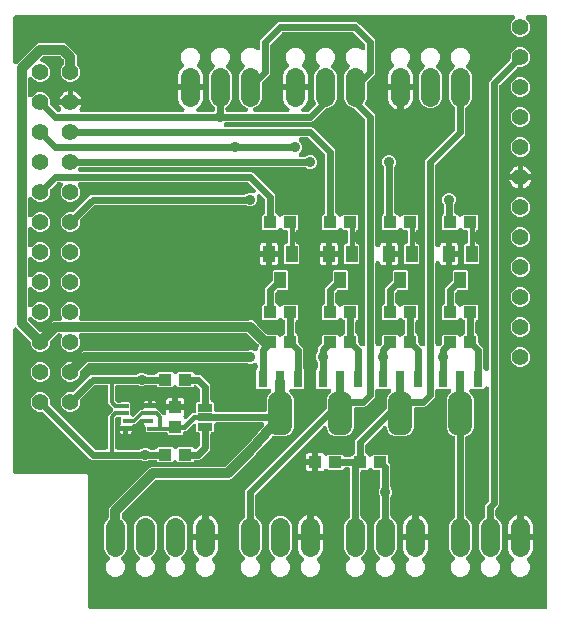
<source format=gbr>
G04 EAGLE Gerber RS-274X export*
G75*
%MOMM*%
%FSLAX34Y34*%
%LPD*%
%INTop Copper*%
%IPPOS*%
%AMOC8*
5,1,8,0,0,1.08239X$1,22.5*%
G01*
%ADD10C,1.408000*%
%ADD11C,1.650000*%
%ADD12R,0.800000X1.400000*%
%ADD13R,0.800000X1.900000*%
%ADD14C,1.524000*%
%ADD15R,1.000000X1.400000*%
%ADD16R,1.100000X1.000000*%
%ADD17R,1.000000X1.100000*%
%ADD18R,0.500000X0.350000*%
%ADD19R,1.270000X0.635000*%
%ADD20C,0.609600*%
%ADD21C,0.904800*%
%ADD22C,0.304800*%
%ADD23C,0.812800*%
%ADD24C,0.406400*%

G36*
X452646Y2543D02*
X452646Y2543D01*
X452664Y2541D01*
X452846Y2562D01*
X453029Y2581D01*
X453046Y2586D01*
X453063Y2588D01*
X453238Y2645D01*
X453414Y2699D01*
X453429Y2707D01*
X453446Y2713D01*
X453606Y2803D01*
X453768Y2891D01*
X453781Y2902D01*
X453797Y2911D01*
X453936Y3031D01*
X454077Y3148D01*
X454088Y3162D01*
X454102Y3174D01*
X454214Y3319D01*
X454329Y3462D01*
X454337Y3478D01*
X454348Y3492D01*
X454430Y3657D01*
X454515Y3819D01*
X454520Y3836D01*
X454528Y3852D01*
X454575Y4031D01*
X454626Y4206D01*
X454628Y4224D01*
X454632Y4241D01*
X454659Y4572D01*
X454659Y503428D01*
X454657Y503446D01*
X454659Y503464D01*
X454638Y503646D01*
X454619Y503829D01*
X454614Y503846D01*
X454612Y503863D01*
X454555Y504038D01*
X454501Y504214D01*
X454493Y504229D01*
X454487Y504246D01*
X454397Y504406D01*
X454309Y504568D01*
X454298Y504581D01*
X454289Y504597D01*
X454169Y504736D01*
X454052Y504877D01*
X454038Y504888D01*
X454026Y504902D01*
X453881Y505014D01*
X453738Y505129D01*
X453722Y505137D01*
X453708Y505148D01*
X453543Y505230D01*
X453381Y505315D01*
X453364Y505320D01*
X453348Y505328D01*
X453169Y505375D01*
X452994Y505426D01*
X452976Y505428D01*
X452959Y505432D01*
X452628Y505459D01*
X438298Y505459D01*
X438289Y505458D01*
X438280Y505459D01*
X438088Y505438D01*
X437897Y505419D01*
X437889Y505417D01*
X437880Y505416D01*
X437697Y505358D01*
X437512Y505301D01*
X437504Y505297D01*
X437496Y505294D01*
X437327Y505201D01*
X437158Y505109D01*
X437151Y505104D01*
X437143Y505099D01*
X436996Y504974D01*
X436849Y504852D01*
X436843Y504845D01*
X436836Y504839D01*
X436717Y504687D01*
X436597Y504538D01*
X436592Y504530D01*
X436587Y504523D01*
X436500Y504351D01*
X436411Y504181D01*
X436409Y504172D01*
X436405Y504164D01*
X436353Y503978D01*
X436300Y503794D01*
X436299Y503785D01*
X436297Y503776D01*
X436282Y503584D01*
X436267Y503392D01*
X436268Y503384D01*
X436267Y503375D01*
X436292Y503182D01*
X436314Y502993D01*
X436316Y502984D01*
X436318Y502975D01*
X436379Y502792D01*
X436439Y502610D01*
X436443Y502602D01*
X436446Y502594D01*
X436541Y502428D01*
X436636Y502259D01*
X436642Y502252D01*
X436647Y502245D01*
X436861Y501992D01*
X438846Y500008D01*
X440111Y496953D01*
X440111Y493647D01*
X438846Y490592D01*
X436508Y488254D01*
X433453Y486989D01*
X430147Y486989D01*
X427092Y488254D01*
X424754Y490592D01*
X423489Y493647D01*
X423489Y496953D01*
X424754Y500008D01*
X426739Y501992D01*
X426744Y501999D01*
X426751Y502004D01*
X426871Y502154D01*
X426994Y502303D01*
X426998Y502311D01*
X427003Y502318D01*
X427092Y502488D01*
X427182Y502659D01*
X427185Y502668D01*
X427189Y502675D01*
X427242Y502860D01*
X427297Y503045D01*
X427298Y503054D01*
X427300Y503062D01*
X427316Y503253D01*
X427333Y503446D01*
X427332Y503455D01*
X427333Y503464D01*
X427311Y503652D01*
X427290Y503846D01*
X427287Y503855D01*
X427286Y503863D01*
X427227Y504045D01*
X427169Y504230D01*
X427164Y504238D01*
X427161Y504246D01*
X427066Y504415D01*
X426974Y504582D01*
X426968Y504589D01*
X426964Y504597D01*
X426838Y504743D01*
X426713Y504889D01*
X426706Y504895D01*
X426700Y504902D01*
X426549Y505019D01*
X426397Y505139D01*
X426389Y505143D01*
X426382Y505148D01*
X426210Y505234D01*
X426038Y505321D01*
X426030Y505324D01*
X426022Y505328D01*
X425836Y505378D01*
X425651Y505429D01*
X425642Y505430D01*
X425633Y505432D01*
X425302Y505459D01*
X4572Y505459D01*
X4554Y505457D01*
X4536Y505459D01*
X4354Y505438D01*
X4171Y505419D01*
X4154Y505414D01*
X4137Y505412D01*
X3962Y505355D01*
X3786Y505301D01*
X3771Y505293D01*
X3754Y505287D01*
X3594Y505197D01*
X3432Y505109D01*
X3419Y505098D01*
X3403Y505089D01*
X3264Y504969D01*
X3123Y504852D01*
X3112Y504838D01*
X3098Y504826D01*
X2986Y504681D01*
X2871Y504538D01*
X2863Y504522D01*
X2852Y504508D01*
X2770Y504343D01*
X2685Y504181D01*
X2680Y504164D01*
X2672Y504148D01*
X2625Y503969D01*
X2574Y503794D01*
X2572Y503776D01*
X2568Y503759D01*
X2541Y503428D01*
X2541Y465839D01*
X2542Y465830D01*
X2541Y465821D01*
X2562Y465629D01*
X2581Y465438D01*
X2583Y465430D01*
X2584Y465421D01*
X2642Y465238D01*
X2699Y465054D01*
X2703Y465046D01*
X2706Y465037D01*
X2799Y464869D01*
X2891Y464699D01*
X2896Y464693D01*
X2901Y464685D01*
X3025Y464538D01*
X3148Y464390D01*
X3155Y464385D01*
X3161Y464378D01*
X3313Y464258D01*
X3462Y464138D01*
X3470Y464134D01*
X3477Y464128D01*
X3650Y464040D01*
X3819Y463952D01*
X3828Y463950D01*
X3836Y463946D01*
X4021Y463894D01*
X4206Y463841D01*
X4215Y463840D01*
X4224Y463838D01*
X4416Y463824D01*
X4608Y463808D01*
X4616Y463809D01*
X4625Y463808D01*
X4817Y463833D01*
X5007Y463855D01*
X5016Y463858D01*
X5025Y463859D01*
X5207Y463920D01*
X5390Y463980D01*
X5398Y463984D01*
X5406Y463987D01*
X5574Y464083D01*
X5741Y464178D01*
X5748Y464184D01*
X5755Y464188D01*
X6008Y464403D01*
X6789Y465183D01*
X22378Y480773D01*
X24339Y481585D01*
X45511Y481585D01*
X47472Y480773D01*
X55323Y472922D01*
X56135Y470961D01*
X56135Y464460D01*
X56137Y464433D01*
X56135Y464406D01*
X56157Y464232D01*
X56175Y464059D01*
X56182Y464034D01*
X56186Y464007D01*
X56242Y463841D01*
X56293Y463674D01*
X56306Y463651D01*
X56314Y463625D01*
X56401Y463474D01*
X56485Y463320D01*
X56502Y463300D01*
X56515Y463276D01*
X56730Y463023D01*
X57846Y461908D01*
X59111Y458853D01*
X59111Y455547D01*
X57846Y452492D01*
X55508Y450154D01*
X52453Y448889D01*
X49147Y448889D01*
X46092Y450154D01*
X43754Y452492D01*
X42489Y455547D01*
X42489Y458853D01*
X43754Y461908D01*
X44870Y463023D01*
X44887Y463044D01*
X44908Y463062D01*
X45015Y463200D01*
X45125Y463335D01*
X45138Y463359D01*
X45154Y463380D01*
X45232Y463536D01*
X45314Y463691D01*
X45322Y463716D01*
X45334Y463740D01*
X45379Y463909D01*
X45429Y464077D01*
X45431Y464103D01*
X45438Y464129D01*
X45465Y464460D01*
X45465Y466849D01*
X45463Y466875D01*
X45465Y466902D01*
X45443Y467076D01*
X45425Y467250D01*
X45418Y467275D01*
X45414Y467302D01*
X45359Y467467D01*
X45307Y467634D01*
X45294Y467658D01*
X45286Y467683D01*
X45199Y467834D01*
X45115Y467988D01*
X45098Y468009D01*
X45085Y468032D01*
X44870Y468285D01*
X42835Y470320D01*
X42814Y470337D01*
X42797Y470358D01*
X42659Y470465D01*
X42524Y470575D01*
X42500Y470588D01*
X42479Y470604D01*
X42322Y470682D01*
X42168Y470764D01*
X42142Y470772D01*
X42118Y470784D01*
X41949Y470829D01*
X41782Y470879D01*
X41755Y470881D01*
X41730Y470888D01*
X41399Y470915D01*
X28451Y470915D01*
X28425Y470913D01*
X28398Y470915D01*
X28224Y470893D01*
X28050Y470875D01*
X28025Y470868D01*
X27998Y470864D01*
X27832Y470808D01*
X27666Y470757D01*
X27642Y470745D01*
X27617Y470736D01*
X27465Y470649D01*
X27312Y470565D01*
X27291Y470548D01*
X27268Y470535D01*
X27015Y470320D01*
X25673Y468978D01*
X25667Y468971D01*
X25660Y468966D01*
X25539Y468815D01*
X25418Y468667D01*
X25413Y468659D01*
X25408Y468652D01*
X25319Y468482D01*
X25229Y468311D01*
X25226Y468302D01*
X25222Y468295D01*
X25169Y468110D01*
X25114Y467925D01*
X25113Y467916D01*
X25111Y467908D01*
X25095Y467715D01*
X25078Y467524D01*
X25079Y467515D01*
X25078Y467506D01*
X25100Y467317D01*
X25121Y467124D01*
X25124Y467115D01*
X25125Y467107D01*
X25184Y466925D01*
X25243Y466740D01*
X25247Y466732D01*
X25250Y466724D01*
X25344Y466557D01*
X25438Y466388D01*
X25443Y466381D01*
X25448Y466373D01*
X25573Y466228D01*
X25698Y466081D01*
X25705Y466075D01*
X25711Y466068D01*
X25861Y465952D01*
X26014Y465831D01*
X26022Y465827D01*
X26029Y465822D01*
X26200Y465737D01*
X26373Y465649D01*
X26382Y465646D01*
X26390Y465642D01*
X26575Y465593D01*
X26761Y465541D01*
X26770Y465540D01*
X26778Y465538D01*
X27039Y465516D01*
X30108Y464246D01*
X32446Y461908D01*
X33711Y458853D01*
X33711Y455547D01*
X32446Y452492D01*
X30108Y450154D01*
X27053Y448889D01*
X23747Y448889D01*
X20692Y450154D01*
X18327Y452520D01*
X18320Y452525D01*
X18315Y452532D01*
X18165Y452652D01*
X18016Y452775D01*
X18008Y452779D01*
X18001Y452784D01*
X17831Y452873D01*
X17660Y452963D01*
X17651Y452966D01*
X17644Y452970D01*
X17459Y453023D01*
X17274Y453078D01*
X17265Y453079D01*
X17257Y453081D01*
X17066Y453097D01*
X16873Y453114D01*
X16864Y453113D01*
X16855Y453114D01*
X16666Y453092D01*
X16473Y453071D01*
X16464Y453068D01*
X16456Y453067D01*
X16274Y453008D01*
X16089Y452950D01*
X16081Y452945D01*
X16073Y452942D01*
X15904Y452847D01*
X15737Y452755D01*
X15730Y452749D01*
X15722Y452745D01*
X15576Y452619D01*
X15430Y452494D01*
X15424Y452487D01*
X15417Y452481D01*
X15300Y452330D01*
X15180Y452178D01*
X15176Y452170D01*
X15171Y452163D01*
X15085Y451991D01*
X14998Y451819D01*
X14995Y451811D01*
X14991Y451803D01*
X14941Y451617D01*
X14890Y451432D01*
X14889Y451423D01*
X14887Y451414D01*
X14860Y451083D01*
X14860Y437917D01*
X14861Y437908D01*
X14860Y437899D01*
X14881Y437707D01*
X14900Y437516D01*
X14902Y437508D01*
X14903Y437499D01*
X14961Y437316D01*
X15018Y437131D01*
X15022Y437123D01*
X15025Y437115D01*
X15118Y436946D01*
X15210Y436777D01*
X15215Y436770D01*
X15220Y436762D01*
X15344Y436616D01*
X15467Y436468D01*
X15474Y436462D01*
X15480Y436456D01*
X15631Y436336D01*
X15781Y436216D01*
X15789Y436211D01*
X15796Y436206D01*
X15969Y436118D01*
X16138Y436030D01*
X16147Y436028D01*
X16155Y436024D01*
X16341Y435972D01*
X16525Y435919D01*
X16534Y435918D01*
X16543Y435916D01*
X16736Y435901D01*
X16927Y435886D01*
X16935Y435887D01*
X16944Y435886D01*
X17137Y435910D01*
X17326Y435933D01*
X17335Y435935D01*
X17344Y435937D01*
X17527Y435998D01*
X17709Y436058D01*
X17717Y436062D01*
X17725Y436065D01*
X17891Y436160D01*
X18060Y436255D01*
X18067Y436261D01*
X18074Y436266D01*
X18327Y436480D01*
X20692Y438846D01*
X23747Y440111D01*
X27053Y440111D01*
X30108Y438846D01*
X32446Y436508D01*
X33711Y433453D01*
X33711Y430438D01*
X33713Y430412D01*
X33711Y430385D01*
X33733Y430211D01*
X33751Y430038D01*
X33758Y430012D01*
X33762Y429986D01*
X33817Y429820D01*
X33869Y429653D01*
X33882Y429629D01*
X33890Y429604D01*
X33977Y429452D01*
X34061Y429299D01*
X34078Y429278D01*
X34091Y429255D01*
X34306Y429002D01*
X39294Y424014D01*
X39315Y423997D01*
X39332Y423976D01*
X39470Y423869D01*
X39605Y423759D01*
X39629Y423746D01*
X39650Y423730D01*
X39807Y423652D01*
X39961Y423570D01*
X39987Y423562D01*
X40011Y423550D01*
X40180Y423505D01*
X40347Y423455D01*
X40374Y423453D01*
X40400Y423446D01*
X40730Y423419D01*
X41060Y423419D01*
X41111Y423424D01*
X41163Y423421D01*
X41311Y423444D01*
X41461Y423459D01*
X41510Y423474D01*
X41561Y423481D01*
X41702Y423533D01*
X41846Y423577D01*
X41891Y423601D01*
X41939Y423619D01*
X42068Y423697D01*
X42200Y423769D01*
X42239Y423801D01*
X42283Y423828D01*
X42394Y423930D01*
X42509Y424026D01*
X42541Y424066D01*
X42579Y424101D01*
X42667Y424223D01*
X42762Y424340D01*
X42785Y424385D01*
X42815Y424427D01*
X42878Y424564D01*
X42947Y424697D01*
X42961Y424747D01*
X42983Y424793D01*
X43017Y424940D01*
X43058Y425084D01*
X43063Y425135D01*
X43074Y425185D01*
X43079Y425335D01*
X43091Y425486D01*
X43085Y425536D01*
X43087Y425588D01*
X43062Y425736D01*
X43044Y425885D01*
X43029Y425934D01*
X43020Y425985D01*
X42966Y426125D01*
X42920Y426268D01*
X42894Y426313D01*
X42876Y426361D01*
X42756Y426558D01*
X42722Y426619D01*
X42713Y426629D01*
X42704Y426644D01*
X42606Y426779D01*
X41921Y428122D01*
X41457Y429551D01*
X50582Y429551D01*
X50600Y429552D01*
X50617Y429551D01*
X50781Y429570D01*
X51018Y429551D01*
X60143Y429551D01*
X59679Y428122D01*
X58994Y426779D01*
X58896Y426644D01*
X58870Y426600D01*
X58838Y426560D01*
X58769Y426427D01*
X58693Y426297D01*
X58677Y426248D01*
X58653Y426203D01*
X58611Y426058D01*
X58562Y425916D01*
X58556Y425865D01*
X58542Y425816D01*
X58529Y425666D01*
X58509Y425517D01*
X58513Y425466D01*
X58509Y425414D01*
X58526Y425265D01*
X58536Y425115D01*
X58550Y425065D01*
X58556Y425015D01*
X58602Y424872D01*
X58642Y424726D01*
X58665Y424680D01*
X58680Y424632D01*
X58754Y424501D01*
X58822Y424366D01*
X58853Y424326D01*
X58878Y424281D01*
X58977Y424167D01*
X59069Y424049D01*
X59108Y424015D01*
X59141Y423976D01*
X59260Y423884D01*
X59374Y423786D01*
X59419Y423761D01*
X59460Y423730D01*
X59594Y423663D01*
X59726Y423589D01*
X59774Y423573D01*
X59820Y423550D01*
X59965Y423511D01*
X60109Y423465D01*
X60159Y423459D01*
X60209Y423446D01*
X60439Y423427D01*
X60509Y423419D01*
X60522Y423420D01*
X60540Y423419D01*
X145451Y423419D01*
X145618Y423435D01*
X145786Y423447D01*
X145818Y423455D01*
X145852Y423459D01*
X146012Y423508D01*
X146175Y423552D01*
X146205Y423567D01*
X146236Y423577D01*
X146384Y423657D01*
X146535Y423732D01*
X146561Y423753D01*
X146590Y423769D01*
X146720Y423876D01*
X146852Y423980D01*
X146874Y424005D01*
X146900Y424026D01*
X147005Y424157D01*
X147115Y424285D01*
X147131Y424314D01*
X147152Y424340D01*
X147229Y424489D01*
X147312Y424636D01*
X147322Y424668D01*
X147338Y424697D01*
X147384Y424859D01*
X147436Y425019D01*
X147440Y425052D01*
X147449Y425084D01*
X147463Y425252D01*
X147482Y425419D01*
X147479Y425452D01*
X147482Y425486D01*
X147462Y425653D01*
X147448Y425820D01*
X147439Y425852D01*
X147435Y425885D01*
X147383Y426045D01*
X147336Y426207D01*
X147320Y426236D01*
X147310Y426268D01*
X147227Y426415D01*
X147149Y426564D01*
X147129Y426590D01*
X147112Y426619D01*
X147002Y426746D01*
X146896Y426877D01*
X146868Y426901D01*
X146849Y426923D01*
X146781Y426976D01*
X146645Y427093D01*
X145370Y428019D01*
X144169Y429220D01*
X143171Y430594D01*
X142400Y432108D01*
X141875Y433723D01*
X141609Y435401D01*
X141609Y441751D01*
X151682Y441751D01*
X151700Y441752D01*
X151717Y441751D01*
X151900Y441772D01*
X152082Y441791D01*
X152099Y441796D01*
X152117Y441798D01*
X152292Y441855D01*
X152392Y441886D01*
X152399Y441882D01*
X152577Y441834D01*
X152752Y441784D01*
X152770Y441782D01*
X152787Y441778D01*
X153118Y441751D01*
X163191Y441751D01*
X163191Y435401D01*
X162925Y433723D01*
X162400Y432108D01*
X161629Y430594D01*
X160631Y429220D01*
X159430Y428019D01*
X158155Y427093D01*
X158029Y426981D01*
X157900Y426874D01*
X157879Y426848D01*
X157855Y426826D01*
X157753Y426691D01*
X157648Y426560D01*
X157633Y426530D01*
X157613Y426504D01*
X157540Y426352D01*
X157462Y426203D01*
X157453Y426171D01*
X157439Y426141D01*
X157398Y425977D01*
X157351Y425816D01*
X157348Y425782D01*
X157340Y425750D01*
X157332Y425582D01*
X157318Y425414D01*
X157322Y425381D01*
X157320Y425348D01*
X157346Y425181D01*
X157365Y425015D01*
X157375Y424983D01*
X157380Y424950D01*
X157438Y424792D01*
X157490Y424632D01*
X157506Y424603D01*
X157518Y424571D01*
X157605Y424428D01*
X157688Y424281D01*
X157710Y424256D01*
X157727Y424227D01*
X157841Y424104D01*
X157951Y423976D01*
X157977Y423956D01*
X158000Y423932D01*
X158136Y423833D01*
X158269Y423730D01*
X158299Y423715D01*
X158326Y423695D01*
X158479Y423625D01*
X158630Y423550D01*
X158662Y423542D01*
X158692Y423528D01*
X158855Y423490D01*
X159018Y423446D01*
X159056Y423443D01*
X159084Y423436D01*
X159170Y423433D01*
X159349Y423419D01*
X171450Y423419D01*
X171468Y423421D01*
X171486Y423419D01*
X171668Y423440D01*
X171851Y423459D01*
X171868Y423464D01*
X171885Y423466D01*
X172060Y423523D01*
X172236Y423577D01*
X172251Y423585D01*
X172268Y423591D01*
X172428Y423681D01*
X172590Y423769D01*
X172603Y423780D01*
X172619Y423789D01*
X172758Y423909D01*
X172899Y424026D01*
X172910Y424040D01*
X172924Y424052D01*
X173036Y424197D01*
X173151Y424340D01*
X173159Y424356D01*
X173170Y424370D01*
X173252Y424535D01*
X173337Y424697D01*
X173342Y424714D01*
X173350Y424730D01*
X173397Y424909D01*
X173448Y425084D01*
X173450Y425102D01*
X173454Y425119D01*
X173481Y425450D01*
X173481Y426376D01*
X173479Y426399D01*
X173481Y426421D01*
X173459Y426599D01*
X173441Y426777D01*
X173435Y426798D01*
X173432Y426821D01*
X173376Y426991D01*
X173323Y427162D01*
X173313Y427182D01*
X173306Y427203D01*
X173217Y427358D01*
X173131Y427516D01*
X173117Y427533D01*
X173106Y427553D01*
X172988Y427688D01*
X172874Y427825D01*
X172856Y427839D01*
X172842Y427856D01*
X172699Y427966D01*
X172560Y428078D01*
X172540Y428088D01*
X172522Y428102D01*
X172444Y428142D01*
X169729Y430857D01*
X168279Y434356D01*
X168279Y454644D01*
X169729Y458143D01*
X172521Y460935D01*
X172532Y460949D01*
X172546Y460961D01*
X172660Y461105D01*
X172776Y461247D01*
X172784Y461262D01*
X172795Y461276D01*
X172879Y461440D01*
X172965Y461602D01*
X172970Y461620D01*
X172978Y461635D01*
X173027Y461812D01*
X173079Y461988D01*
X173081Y462006D01*
X173086Y462023D01*
X173099Y462206D01*
X173116Y462389D01*
X173114Y462407D01*
X173115Y462425D01*
X173092Y462607D01*
X173072Y462790D01*
X173067Y462807D01*
X173065Y462824D01*
X173006Y462998D01*
X172951Y463173D01*
X172942Y463189D01*
X172937Y463206D01*
X172845Y463365D01*
X172756Y463526D01*
X172744Y463539D01*
X172736Y463555D01*
X172521Y463808D01*
X170983Y465345D01*
X169759Y468301D01*
X169759Y471499D01*
X170983Y474455D01*
X173245Y476717D01*
X176201Y477941D01*
X179399Y477941D01*
X182355Y476717D01*
X184617Y474455D01*
X185841Y471499D01*
X185841Y468301D01*
X184617Y465345D01*
X183079Y463808D01*
X183068Y463794D01*
X183054Y463782D01*
X182941Y463639D01*
X182824Y463496D01*
X182816Y463481D01*
X182805Y463467D01*
X182721Y463302D01*
X182635Y463141D01*
X182630Y463124D01*
X182622Y463108D01*
X182573Y462931D01*
X182521Y462755D01*
X182519Y462737D01*
X182514Y462720D01*
X182501Y462537D01*
X182484Y462354D01*
X182486Y462336D01*
X182485Y462318D01*
X182508Y462136D01*
X182528Y461953D01*
X182533Y461936D01*
X182535Y461919D01*
X182594Y461745D01*
X182649Y461570D01*
X182658Y461554D01*
X182663Y461537D01*
X182755Y461378D01*
X182844Y461217D01*
X182856Y461204D01*
X182864Y461188D01*
X183079Y460935D01*
X185871Y458143D01*
X187321Y454644D01*
X187321Y434356D01*
X185871Y430857D01*
X183146Y428132D01*
X183018Y428063D01*
X183001Y428049D01*
X182981Y428038D01*
X182846Y427921D01*
X182707Y427807D01*
X182693Y427789D01*
X182676Y427775D01*
X182567Y427633D01*
X182454Y427494D01*
X182443Y427474D01*
X182430Y427457D01*
X182350Y427296D01*
X182267Y427137D01*
X182260Y427116D01*
X182250Y427096D01*
X182204Y426922D01*
X182154Y426751D01*
X182152Y426729D01*
X182146Y426707D01*
X182119Y426376D01*
X182119Y425450D01*
X182121Y425432D01*
X182119Y425414D01*
X182140Y425232D01*
X182159Y425049D01*
X182164Y425032D01*
X182166Y425015D01*
X182223Y424840D01*
X182277Y424664D01*
X182285Y424649D01*
X182291Y424632D01*
X182381Y424472D01*
X182469Y424310D01*
X182480Y424297D01*
X182489Y424281D01*
X182609Y424142D01*
X182726Y424001D01*
X182740Y423990D01*
X182752Y423976D01*
X182897Y423864D01*
X183040Y423749D01*
X183056Y423741D01*
X183070Y423730D01*
X183235Y423648D01*
X183397Y423563D01*
X183414Y423558D01*
X183430Y423550D01*
X183609Y423503D01*
X183784Y423452D01*
X183802Y423450D01*
X183819Y423446D01*
X184150Y423419D01*
X199087Y423419D01*
X199091Y423419D01*
X199096Y423419D01*
X199289Y423439D01*
X199487Y423459D01*
X199492Y423460D01*
X199496Y423460D01*
X199682Y423518D01*
X199872Y423577D01*
X199876Y423579D01*
X199881Y423580D01*
X200052Y423674D01*
X200226Y423769D01*
X200230Y423771D01*
X200234Y423774D01*
X200385Y423901D01*
X200536Y424026D01*
X200538Y424030D01*
X200542Y424033D01*
X200665Y424187D01*
X200788Y424340D01*
X200790Y424344D01*
X200793Y424347D01*
X200881Y424520D01*
X200973Y424697D01*
X200975Y424702D01*
X200977Y424706D01*
X201030Y424893D01*
X201085Y425084D01*
X201085Y425089D01*
X201086Y425093D01*
X201101Y425283D01*
X201118Y425486D01*
X201117Y425490D01*
X201118Y425494D01*
X201094Y425686D01*
X201071Y425885D01*
X201069Y425890D01*
X201069Y425894D01*
X201008Y426077D01*
X200946Y426268D01*
X200944Y426272D01*
X200942Y426276D01*
X200846Y426445D01*
X200748Y426619D01*
X200745Y426622D01*
X200743Y426626D01*
X200613Y426775D01*
X200485Y426923D01*
X200481Y426926D01*
X200478Y426930D01*
X200322Y427050D01*
X200167Y427170D01*
X200163Y427172D01*
X200159Y427175D01*
X199864Y427327D01*
X197807Y428179D01*
X195129Y430857D01*
X193679Y434356D01*
X193679Y454644D01*
X195129Y458143D01*
X197921Y460935D01*
X197932Y460949D01*
X197946Y460961D01*
X198060Y461105D01*
X198176Y461247D01*
X198184Y461262D01*
X198195Y461276D01*
X198279Y461440D01*
X198365Y461602D01*
X198370Y461620D01*
X198378Y461635D01*
X198427Y461812D01*
X198479Y461988D01*
X198481Y462006D01*
X198486Y462023D01*
X198499Y462206D01*
X198516Y462389D01*
X198514Y462407D01*
X198515Y462425D01*
X198492Y462607D01*
X198472Y462790D01*
X198467Y462807D01*
X198465Y462824D01*
X198406Y462998D01*
X198351Y463173D01*
X198342Y463189D01*
X198337Y463206D01*
X198245Y463365D01*
X198156Y463526D01*
X198144Y463539D01*
X198136Y463555D01*
X197921Y463808D01*
X196383Y465345D01*
X195159Y468301D01*
X195159Y471499D01*
X196383Y474455D01*
X198645Y476717D01*
X201601Y477941D01*
X204799Y477941D01*
X207755Y476717D01*
X208114Y476358D01*
X208121Y476352D01*
X208126Y476345D01*
X208275Y476225D01*
X208425Y476103D01*
X208433Y476098D01*
X208440Y476093D01*
X208609Y476005D01*
X208781Y475914D01*
X208790Y475911D01*
X208797Y475907D01*
X208981Y475854D01*
X209167Y475799D01*
X209176Y475798D01*
X209184Y475796D01*
X209375Y475780D01*
X209568Y475763D01*
X209577Y475764D01*
X209586Y475763D01*
X209775Y475785D01*
X209968Y475806D01*
X209977Y475809D01*
X209985Y475810D01*
X210168Y475870D01*
X210352Y475928D01*
X210360Y475932D01*
X210368Y475935D01*
X210537Y476030D01*
X210704Y476122D01*
X210711Y476128D01*
X210719Y476133D01*
X210863Y476257D01*
X211011Y476383D01*
X211017Y476390D01*
X211024Y476396D01*
X211141Y476548D01*
X211261Y476699D01*
X211265Y476707D01*
X211270Y476714D01*
X211357Y476887D01*
X211443Y477058D01*
X211446Y477066D01*
X211450Y477074D01*
X211500Y477263D01*
X211551Y477446D01*
X211552Y477454D01*
X211554Y477463D01*
X211581Y477794D01*
X211581Y483459D01*
X212239Y485046D01*
X213739Y486547D01*
X224653Y497461D01*
X226154Y498961D01*
X227741Y499619D01*
X292959Y499619D01*
X294546Y498961D01*
X296047Y497461D01*
X306961Y486547D01*
X308461Y485046D01*
X309119Y483459D01*
X309119Y456341D01*
X308461Y454754D01*
X302216Y448508D01*
X302199Y448487D01*
X302178Y448470D01*
X302071Y448332D01*
X301961Y448197D01*
X301948Y448173D01*
X301932Y448152D01*
X301854Y447995D01*
X301772Y447841D01*
X301764Y447815D01*
X301752Y447791D01*
X301707Y447622D01*
X301657Y447455D01*
X301655Y447428D01*
X301648Y447402D01*
X301621Y447072D01*
X301621Y434356D01*
X300392Y431389D01*
X300385Y431368D01*
X300375Y431348D01*
X300327Y431176D01*
X300275Y431004D01*
X300273Y430982D01*
X300267Y430960D01*
X300254Y430781D01*
X300237Y430603D01*
X300239Y430581D01*
X300238Y430559D01*
X300260Y430380D01*
X300279Y430203D01*
X300285Y430181D01*
X300288Y430159D01*
X300345Y429989D01*
X300399Y429818D01*
X300409Y429799D01*
X300416Y429777D01*
X300506Y429622D01*
X300592Y429465D01*
X300606Y429448D01*
X300617Y429429D01*
X300832Y429176D01*
X306961Y423047D01*
X308461Y421546D01*
X309119Y419959D01*
X309119Y310784D01*
X309132Y310647D01*
X309137Y310510D01*
X309152Y310447D01*
X309159Y310383D01*
X309199Y310252D01*
X309231Y310118D01*
X309258Y310060D01*
X309277Y309998D01*
X309342Y309877D01*
X309400Y309753D01*
X309438Y309701D01*
X309469Y309644D01*
X309556Y309539D01*
X309638Y309428D01*
X309685Y309384D01*
X309726Y309335D01*
X309833Y309249D01*
X309935Y309156D01*
X309990Y309123D01*
X310040Y309083D01*
X310162Y309019D01*
X310280Y308948D01*
X310340Y308927D01*
X310397Y308897D01*
X310529Y308859D01*
X310659Y308813D01*
X310722Y308804D01*
X310784Y308786D01*
X310921Y308775D01*
X311057Y308755D01*
X311121Y308758D01*
X311186Y308753D01*
X311322Y308769D01*
X311459Y308776D01*
X311522Y308792D01*
X311585Y308800D01*
X311716Y308842D01*
X311849Y308877D01*
X311907Y308905D01*
X311968Y308925D01*
X312088Y308992D01*
X312211Y309052D01*
X312263Y309091D01*
X312319Y309123D01*
X312423Y309212D01*
X312532Y309295D01*
X312575Y309344D01*
X312623Y309386D01*
X312708Y309494D01*
X312799Y309597D01*
X312831Y309653D01*
X312870Y309704D01*
X312931Y309827D01*
X313000Y309946D01*
X313025Y310015D01*
X313050Y310064D01*
X313070Y310142D01*
X313112Y310258D01*
X313332Y311081D01*
X313667Y311660D01*
X314140Y312133D01*
X314719Y312468D01*
X315365Y312641D01*
X318201Y312641D01*
X318201Y303568D01*
X318202Y303550D01*
X318201Y303533D01*
X318222Y303350D01*
X318241Y303168D01*
X318246Y303151D01*
X318248Y303133D01*
X318261Y303092D01*
X318234Y302998D01*
X318232Y302980D01*
X318228Y302963D01*
X318201Y302632D01*
X318201Y293559D01*
X315365Y293559D01*
X314719Y293732D01*
X314140Y294067D01*
X313667Y294540D01*
X313332Y295119D01*
X313112Y295942D01*
X313063Y296070D01*
X313023Y296202D01*
X312993Y296258D01*
X312970Y296319D01*
X312897Y296435D01*
X312831Y296556D01*
X312790Y296605D01*
X312756Y296660D01*
X312662Y296760D01*
X312574Y296865D01*
X312524Y296905D01*
X312479Y296952D01*
X312367Y297031D01*
X312260Y297117D01*
X312203Y297147D01*
X312150Y297184D01*
X312024Y297240D01*
X311903Y297303D01*
X311841Y297321D01*
X311782Y297347D01*
X311648Y297376D01*
X311516Y297414D01*
X311451Y297419D01*
X311389Y297433D01*
X311252Y297436D01*
X311114Y297447D01*
X311050Y297440D01*
X310986Y297441D01*
X310851Y297416D01*
X310715Y297400D01*
X310653Y297380D01*
X310590Y297369D01*
X310462Y297318D01*
X310332Y297275D01*
X310276Y297244D01*
X310216Y297220D01*
X310101Y297145D01*
X309981Y297077D01*
X309932Y297035D01*
X309879Y297000D01*
X309780Y296904D01*
X309676Y296814D01*
X309637Y296763D01*
X309591Y296718D01*
X309514Y296605D01*
X309430Y296496D01*
X309401Y296439D01*
X309365Y296385D01*
X309312Y296259D01*
X309250Y296136D01*
X309234Y296073D01*
X309209Y296014D01*
X309182Y295880D01*
X309146Y295747D01*
X309140Y295673D01*
X309129Y295620D01*
X309129Y295540D01*
X309119Y295416D01*
X309119Y227030D01*
X309120Y227021D01*
X309119Y227012D01*
X309140Y226819D01*
X309159Y226630D01*
X309161Y226621D01*
X309162Y226612D01*
X309221Y226428D01*
X309277Y226245D01*
X309281Y226237D01*
X309284Y226228D01*
X309377Y226060D01*
X309469Y225891D01*
X309474Y225884D01*
X309479Y225876D01*
X309603Y225729D01*
X309726Y225581D01*
X309733Y225576D01*
X309739Y225569D01*
X309891Y225449D01*
X310040Y225329D01*
X310048Y225325D01*
X310055Y225319D01*
X310228Y225232D01*
X310397Y225144D01*
X310406Y225141D01*
X310414Y225137D01*
X310600Y225085D01*
X310784Y225032D01*
X310793Y225031D01*
X310802Y225029D01*
X310995Y225015D01*
X311186Y224999D01*
X311194Y225000D01*
X311203Y225000D01*
X311396Y225024D01*
X311585Y225046D01*
X311594Y225049D01*
X311603Y225050D01*
X311785Y225111D01*
X311968Y225171D01*
X311976Y225175D01*
X311984Y225178D01*
X312151Y225274D01*
X312319Y225369D01*
X312326Y225375D01*
X312333Y225379D01*
X312586Y225594D01*
X314334Y227342D01*
X314351Y227363D01*
X314372Y227380D01*
X314479Y227518D01*
X314589Y227653D01*
X314602Y227677D01*
X314618Y227698D01*
X314696Y227855D01*
X314778Y228009D01*
X314786Y228035D01*
X314798Y228059D01*
X314843Y228228D01*
X314893Y228395D01*
X314895Y228422D01*
X314902Y228448D01*
X314929Y228778D01*
X314929Y234126D01*
X315674Y234871D01*
X327726Y234871D01*
X328764Y233833D01*
X328777Y233822D01*
X328789Y233808D01*
X328933Y233695D01*
X329075Y233578D01*
X329091Y233570D01*
X329105Y233559D01*
X329269Y233476D01*
X329431Y233390D01*
X329448Y233385D01*
X329464Y233377D01*
X329641Y233327D01*
X329817Y233275D01*
X329835Y233273D01*
X329852Y233269D01*
X330035Y233255D01*
X330218Y233239D01*
X330236Y233240D01*
X330253Y233239D01*
X330435Y233262D01*
X330618Y233282D01*
X330635Y233287D01*
X330653Y233290D01*
X330826Y233348D01*
X331002Y233403D01*
X331018Y233412D01*
X331034Y233418D01*
X331193Y233509D01*
X331354Y233598D01*
X331368Y233610D01*
X331383Y233619D01*
X331636Y233833D01*
X332709Y234907D01*
X332751Y234911D01*
X332768Y234916D01*
X332785Y234918D01*
X332960Y234975D01*
X333136Y235029D01*
X333151Y235037D01*
X333168Y235043D01*
X333328Y235133D01*
X333490Y235221D01*
X333503Y235232D01*
X333519Y235241D01*
X333658Y235361D01*
X333799Y235478D01*
X333810Y235492D01*
X333824Y235504D01*
X333936Y235649D01*
X334051Y235792D01*
X334059Y235808D01*
X334070Y235822D01*
X334152Y235987D01*
X334237Y236149D01*
X334242Y236166D01*
X334250Y236182D01*
X334297Y236361D01*
X334348Y236536D01*
X334350Y236554D01*
X334354Y236571D01*
X334381Y236902D01*
X334381Y245698D01*
X334379Y245716D01*
X334381Y245734D01*
X334360Y245916D01*
X334341Y246099D01*
X334336Y246116D01*
X334334Y246133D01*
X334277Y246308D01*
X334223Y246484D01*
X334215Y246499D01*
X334209Y246516D01*
X334119Y246676D01*
X334031Y246838D01*
X334020Y246851D01*
X334011Y246867D01*
X333891Y247006D01*
X333774Y247147D01*
X333760Y247158D01*
X333748Y247172D01*
X333603Y247284D01*
X333460Y247399D01*
X333444Y247407D01*
X333430Y247418D01*
X333265Y247500D01*
X333103Y247585D01*
X333086Y247590D01*
X333070Y247598D01*
X332891Y247645D01*
X332716Y247696D01*
X332706Y247697D01*
X331636Y248767D01*
X331623Y248778D01*
X331611Y248792D01*
X331467Y248905D01*
X331325Y249022D01*
X331309Y249030D01*
X331295Y249041D01*
X331131Y249124D01*
X330969Y249210D01*
X330952Y249215D01*
X330936Y249223D01*
X330759Y249273D01*
X330583Y249325D01*
X330565Y249327D01*
X330548Y249331D01*
X330365Y249345D01*
X330182Y249361D01*
X330164Y249360D01*
X330147Y249361D01*
X329965Y249338D01*
X329782Y249318D01*
X329765Y249313D01*
X329747Y249310D01*
X329574Y249252D01*
X329398Y249197D01*
X329382Y249188D01*
X329366Y249182D01*
X329207Y249091D01*
X329046Y249002D01*
X329032Y248990D01*
X329017Y248981D01*
X328764Y248767D01*
X327726Y247729D01*
X315674Y247729D01*
X314929Y248474D01*
X314929Y259526D01*
X315709Y260307D01*
X315751Y260311D01*
X315768Y260316D01*
X315785Y260318D01*
X315960Y260375D01*
X316136Y260429D01*
X316151Y260437D01*
X316168Y260443D01*
X316328Y260533D01*
X316490Y260621D01*
X316503Y260632D01*
X316519Y260641D01*
X316658Y260761D01*
X316799Y260878D01*
X316810Y260892D01*
X316824Y260904D01*
X316936Y261049D01*
X317051Y261192D01*
X317059Y261208D01*
X317070Y261222D01*
X317152Y261387D01*
X317237Y261549D01*
X317242Y261566D01*
X317250Y261582D01*
X317297Y261761D01*
X317348Y261936D01*
X317350Y261954D01*
X317354Y261971D01*
X317381Y262302D01*
X317381Y273459D01*
X318039Y275046D01*
X323334Y280342D01*
X323351Y280363D01*
X323372Y280380D01*
X323479Y280518D01*
X323589Y280653D01*
X323602Y280677D01*
X323618Y280698D01*
X323696Y280855D01*
X323778Y281009D01*
X323786Y281035D01*
X323798Y281059D01*
X323843Y281228D01*
X323893Y281395D01*
X323895Y281422D01*
X323902Y281448D01*
X323929Y281778D01*
X323929Y288626D01*
X324674Y289371D01*
X335726Y289371D01*
X336471Y288626D01*
X336471Y273574D01*
X335726Y272829D01*
X328878Y272829D01*
X328852Y272827D01*
X328825Y272829D01*
X328651Y272807D01*
X328478Y272789D01*
X328452Y272782D01*
X328426Y272778D01*
X328260Y272723D01*
X328093Y272671D01*
X328069Y272658D01*
X328044Y272650D01*
X327892Y272563D01*
X327739Y272479D01*
X327718Y272462D01*
X327695Y272449D01*
X327442Y272234D01*
X326614Y271406D01*
X326597Y271385D01*
X326576Y271368D01*
X326469Y271230D01*
X326359Y271095D01*
X326346Y271071D01*
X326330Y271050D01*
X326252Y270893D01*
X326170Y270739D01*
X326162Y270713D01*
X326150Y270689D01*
X326105Y270520D01*
X326055Y270353D01*
X326053Y270326D01*
X326046Y270300D01*
X326019Y269970D01*
X326019Y262302D01*
X326021Y262284D01*
X326019Y262266D01*
X326040Y262084D01*
X326059Y261901D01*
X326064Y261884D01*
X326066Y261867D01*
X326123Y261692D01*
X326177Y261516D01*
X326185Y261501D01*
X326191Y261484D01*
X326281Y261324D01*
X326369Y261162D01*
X326380Y261149D01*
X326389Y261133D01*
X326509Y260994D01*
X326626Y260853D01*
X326640Y260842D01*
X326652Y260828D01*
X326797Y260716D01*
X326940Y260601D01*
X326956Y260593D01*
X326970Y260582D01*
X327135Y260500D01*
X327297Y260415D01*
X327314Y260410D01*
X327330Y260402D01*
X327509Y260355D01*
X327684Y260304D01*
X327694Y260303D01*
X328764Y259233D01*
X328778Y259222D01*
X328789Y259208D01*
X328933Y259094D01*
X329075Y258978D01*
X329091Y258970D01*
X329105Y258959D01*
X329269Y258876D01*
X329431Y258790D01*
X329448Y258785D01*
X329464Y258777D01*
X329641Y258727D01*
X329817Y258675D01*
X329835Y258673D01*
X329852Y258669D01*
X330035Y258655D01*
X330218Y258639D01*
X330236Y258640D01*
X330253Y258639D01*
X330435Y258662D01*
X330618Y258682D01*
X330635Y258687D01*
X330653Y258690D01*
X330827Y258748D01*
X331002Y258803D01*
X331018Y258812D01*
X331034Y258818D01*
X331193Y258909D01*
X331354Y258998D01*
X331368Y259010D01*
X331383Y259019D01*
X331636Y259233D01*
X332674Y260271D01*
X344726Y260271D01*
X345471Y259526D01*
X345471Y248474D01*
X344691Y247693D01*
X344649Y247689D01*
X344632Y247684D01*
X344615Y247682D01*
X344440Y247625D01*
X344264Y247571D01*
X344249Y247563D01*
X344232Y247557D01*
X344072Y247467D01*
X343910Y247379D01*
X343897Y247368D01*
X343881Y247359D01*
X343742Y247239D01*
X343601Y247122D01*
X343590Y247108D01*
X343576Y247096D01*
X343464Y246951D01*
X343349Y246808D01*
X343341Y246792D01*
X343330Y246778D01*
X343248Y246613D01*
X343163Y246451D01*
X343158Y246434D01*
X343150Y246418D01*
X343103Y246239D01*
X343052Y246064D01*
X343050Y246046D01*
X343046Y246029D01*
X343019Y245698D01*
X343019Y236902D01*
X343021Y236884D01*
X343019Y236866D01*
X343040Y236684D01*
X343059Y236501D01*
X343064Y236484D01*
X343066Y236467D01*
X343123Y236292D01*
X343177Y236116D01*
X343185Y236101D01*
X343191Y236084D01*
X343281Y235924D01*
X343369Y235762D01*
X343380Y235749D01*
X343389Y235733D01*
X343509Y235594D01*
X343626Y235453D01*
X343640Y235442D01*
X343652Y235428D01*
X343797Y235316D01*
X343940Y235201D01*
X343956Y235193D01*
X343970Y235182D01*
X344135Y235100D01*
X344297Y235015D01*
X344314Y235010D01*
X344330Y235002D01*
X344509Y234955D01*
X344684Y234904D01*
X344694Y234903D01*
X345471Y234126D01*
X345471Y228778D01*
X345473Y228752D01*
X345471Y228725D01*
X345493Y228551D01*
X345511Y228378D01*
X345518Y228352D01*
X345522Y228326D01*
X345578Y228160D01*
X345629Y227993D01*
X345641Y227969D01*
X345650Y227944D01*
X345737Y227792D01*
X345821Y227639D01*
X345838Y227618D01*
X345851Y227595D01*
X346066Y227342D01*
X347814Y225594D01*
X347821Y225588D01*
X347826Y225581D01*
X347976Y225461D01*
X348125Y225339D01*
X348133Y225335D01*
X348140Y225329D01*
X348310Y225241D01*
X348481Y225150D01*
X348490Y225148D01*
X348497Y225144D01*
X348682Y225091D01*
X348867Y225035D01*
X348876Y225035D01*
X348884Y225032D01*
X349075Y225016D01*
X349268Y224999D01*
X349277Y225000D01*
X349286Y224999D01*
X349475Y225021D01*
X349668Y225042D01*
X349677Y225045D01*
X349685Y225046D01*
X349867Y225106D01*
X350052Y225164D01*
X350060Y225168D01*
X350068Y225171D01*
X350235Y225265D01*
X350404Y225359D01*
X350411Y225365D01*
X350419Y225369D01*
X350563Y225494D01*
X350711Y225619D01*
X350717Y225626D01*
X350724Y225632D01*
X350840Y225782D01*
X350961Y225935D01*
X350965Y225943D01*
X350970Y225950D01*
X351056Y226122D01*
X351143Y226294D01*
X351146Y226303D01*
X351150Y226311D01*
X351200Y226497D01*
X351251Y226682D01*
X351252Y226691D01*
X351254Y226699D01*
X351281Y227030D01*
X351281Y381859D01*
X351939Y383446D01*
X376086Y407594D01*
X376103Y407615D01*
X376124Y407632D01*
X376231Y407770D01*
X376341Y407905D01*
X376354Y407929D01*
X376370Y407950D01*
X376448Y408107D01*
X376530Y408261D01*
X376538Y408287D01*
X376550Y408311D01*
X376595Y408480D01*
X376645Y408647D01*
X376647Y408674D01*
X376654Y408700D01*
X376681Y409030D01*
X376681Y426376D01*
X376679Y426399D01*
X376681Y426421D01*
X376659Y426599D01*
X376641Y426777D01*
X376635Y426798D01*
X376632Y426821D01*
X376576Y426991D01*
X376523Y427162D01*
X376513Y427182D01*
X376506Y427203D01*
X376417Y427358D01*
X376331Y427516D01*
X376317Y427533D01*
X376306Y427553D01*
X376188Y427688D01*
X376074Y427825D01*
X376056Y427839D01*
X376042Y427856D01*
X375899Y427966D01*
X375760Y428078D01*
X375740Y428088D01*
X375722Y428102D01*
X375644Y428142D01*
X372929Y430857D01*
X371479Y434356D01*
X371479Y454644D01*
X372929Y458143D01*
X375721Y460935D01*
X375732Y460949D01*
X375746Y460961D01*
X375860Y461105D01*
X375976Y461247D01*
X375984Y461262D01*
X375995Y461276D01*
X376079Y461440D01*
X376165Y461602D01*
X376170Y461620D01*
X376178Y461635D01*
X376227Y461812D01*
X376279Y461988D01*
X376281Y462006D01*
X376286Y462023D01*
X376299Y462206D01*
X376316Y462389D01*
X376314Y462407D01*
X376315Y462425D01*
X376292Y462607D01*
X376272Y462790D01*
X376267Y462807D01*
X376265Y462824D01*
X376206Y462998D01*
X376151Y463173D01*
X376142Y463189D01*
X376137Y463206D01*
X376045Y463365D01*
X375956Y463526D01*
X375944Y463539D01*
X375936Y463555D01*
X375721Y463808D01*
X374183Y465345D01*
X372959Y468301D01*
X372959Y471499D01*
X374183Y474455D01*
X376445Y476717D01*
X379401Y477941D01*
X382599Y477941D01*
X385555Y476717D01*
X387817Y474455D01*
X389041Y471499D01*
X389041Y468301D01*
X387817Y465345D01*
X386279Y463808D01*
X386268Y463794D01*
X386254Y463782D01*
X386141Y463639D01*
X386024Y463496D01*
X386016Y463481D01*
X386005Y463467D01*
X385921Y463302D01*
X385835Y463141D01*
X385830Y463124D01*
X385822Y463108D01*
X385773Y462931D01*
X385721Y462755D01*
X385719Y462737D01*
X385714Y462720D01*
X385701Y462537D01*
X385684Y462354D01*
X385686Y462336D01*
X385685Y462318D01*
X385708Y462136D01*
X385728Y461953D01*
X385733Y461936D01*
X385735Y461919D01*
X385794Y461745D01*
X385849Y461570D01*
X385858Y461554D01*
X385863Y461537D01*
X385955Y461378D01*
X386044Y461217D01*
X386056Y461204D01*
X386064Y461188D01*
X386279Y460935D01*
X389071Y458143D01*
X390521Y454644D01*
X390521Y434356D01*
X389071Y430857D01*
X386346Y428132D01*
X386218Y428063D01*
X386201Y428049D01*
X386181Y428038D01*
X386046Y427921D01*
X385907Y427807D01*
X385893Y427789D01*
X385876Y427775D01*
X385767Y427633D01*
X385654Y427494D01*
X385643Y427474D01*
X385630Y427457D01*
X385550Y427296D01*
X385467Y427137D01*
X385460Y427116D01*
X385450Y427096D01*
X385404Y426922D01*
X385354Y426751D01*
X385352Y426729D01*
X385346Y426707D01*
X385319Y426376D01*
X385319Y405541D01*
X384661Y403954D01*
X360514Y379806D01*
X360497Y379785D01*
X360476Y379768D01*
X360369Y379630D01*
X360259Y379495D01*
X360246Y379471D01*
X360230Y379450D01*
X360152Y379293D01*
X360070Y379139D01*
X360062Y379113D01*
X360050Y379089D01*
X360005Y378920D01*
X359955Y378753D01*
X359953Y378726D01*
X359946Y378700D01*
X359919Y378370D01*
X359919Y310784D01*
X359932Y310647D01*
X359937Y310510D01*
X359952Y310447D01*
X359959Y310383D01*
X359999Y310252D01*
X360031Y310118D01*
X360058Y310060D01*
X360077Y309998D01*
X360142Y309877D01*
X360200Y309753D01*
X360238Y309701D01*
X360269Y309644D01*
X360356Y309539D01*
X360438Y309428D01*
X360485Y309384D01*
X360526Y309335D01*
X360633Y309249D01*
X360735Y309156D01*
X360790Y309123D01*
X360840Y309083D01*
X360962Y309019D01*
X361080Y308948D01*
X361140Y308927D01*
X361197Y308897D01*
X361329Y308859D01*
X361459Y308813D01*
X361522Y308804D01*
X361584Y308786D01*
X361721Y308775D01*
X361857Y308755D01*
X361921Y308758D01*
X361986Y308753D01*
X362122Y308769D01*
X362259Y308776D01*
X362322Y308792D01*
X362385Y308800D01*
X362516Y308842D01*
X362649Y308877D01*
X362707Y308905D01*
X362768Y308925D01*
X362888Y308992D01*
X363011Y309052D01*
X363063Y309091D01*
X363119Y309123D01*
X363223Y309212D01*
X363332Y309295D01*
X363375Y309344D01*
X363423Y309386D01*
X363508Y309494D01*
X363599Y309597D01*
X363631Y309653D01*
X363670Y309704D01*
X363731Y309827D01*
X363800Y309946D01*
X363825Y310015D01*
X363850Y310064D01*
X363870Y310142D01*
X363912Y310258D01*
X364132Y311081D01*
X364467Y311660D01*
X364940Y312133D01*
X365519Y312468D01*
X366165Y312641D01*
X369001Y312641D01*
X369001Y303568D01*
X369002Y303550D01*
X369001Y303533D01*
X369022Y303350D01*
X369041Y303168D01*
X369046Y303151D01*
X369048Y303133D01*
X369061Y303092D01*
X369034Y302998D01*
X369032Y302980D01*
X369028Y302963D01*
X369001Y302632D01*
X369001Y293559D01*
X366165Y293559D01*
X365519Y293732D01*
X364940Y294067D01*
X364467Y294540D01*
X364132Y295119D01*
X363912Y295942D01*
X363863Y296070D01*
X363823Y296202D01*
X363793Y296258D01*
X363770Y296319D01*
X363697Y296435D01*
X363631Y296556D01*
X363590Y296605D01*
X363556Y296660D01*
X363462Y296760D01*
X363374Y296865D01*
X363324Y296905D01*
X363279Y296952D01*
X363167Y297031D01*
X363060Y297117D01*
X363003Y297147D01*
X362950Y297184D01*
X362824Y297240D01*
X362703Y297303D01*
X362641Y297321D01*
X362582Y297347D01*
X362448Y297376D01*
X362316Y297414D01*
X362251Y297419D01*
X362189Y297433D01*
X362052Y297436D01*
X361914Y297447D01*
X361850Y297440D01*
X361786Y297441D01*
X361651Y297416D01*
X361515Y297400D01*
X361453Y297380D01*
X361390Y297369D01*
X361262Y297318D01*
X361132Y297275D01*
X361076Y297244D01*
X361016Y297220D01*
X360901Y297145D01*
X360781Y297077D01*
X360732Y297035D01*
X360679Y297000D01*
X360580Y296904D01*
X360476Y296814D01*
X360437Y296763D01*
X360391Y296718D01*
X360314Y296605D01*
X360230Y296496D01*
X360201Y296439D01*
X360165Y296385D01*
X360112Y296259D01*
X360050Y296136D01*
X360034Y296073D01*
X360009Y296014D01*
X359982Y295880D01*
X359946Y295747D01*
X359940Y295673D01*
X359929Y295620D01*
X359929Y295540D01*
X359919Y295416D01*
X359919Y227030D01*
X359920Y227021D01*
X359919Y227012D01*
X359940Y226819D01*
X359959Y226630D01*
X359961Y226621D01*
X359962Y226612D01*
X360021Y226428D01*
X360077Y226245D01*
X360081Y226237D01*
X360084Y226228D01*
X360177Y226060D01*
X360269Y225891D01*
X360274Y225884D01*
X360279Y225876D01*
X360403Y225729D01*
X360526Y225581D01*
X360533Y225576D01*
X360539Y225569D01*
X360691Y225449D01*
X360840Y225329D01*
X360848Y225325D01*
X360855Y225319D01*
X361028Y225232D01*
X361197Y225144D01*
X361206Y225141D01*
X361214Y225137D01*
X361400Y225085D01*
X361584Y225032D01*
X361593Y225031D01*
X361602Y225029D01*
X361795Y225015D01*
X361986Y224999D01*
X361994Y225000D01*
X362003Y225000D01*
X362196Y225024D01*
X362385Y225046D01*
X362394Y225049D01*
X362403Y225050D01*
X362585Y225111D01*
X362768Y225171D01*
X362776Y225175D01*
X362784Y225178D01*
X362951Y225274D01*
X363119Y225369D01*
X363126Y225375D01*
X363133Y225379D01*
X363386Y225594D01*
X365134Y227342D01*
X365151Y227363D01*
X365172Y227380D01*
X365279Y227518D01*
X365389Y227653D01*
X365402Y227677D01*
X365418Y227698D01*
X365496Y227855D01*
X365578Y228009D01*
X365586Y228035D01*
X365598Y228059D01*
X365643Y228228D01*
X365693Y228395D01*
X365695Y228422D01*
X365702Y228448D01*
X365729Y228778D01*
X365729Y234126D01*
X366474Y234871D01*
X378526Y234871D01*
X379564Y233833D01*
X379577Y233822D01*
X379589Y233808D01*
X379733Y233695D01*
X379875Y233578D01*
X379891Y233570D01*
X379905Y233559D01*
X380069Y233476D01*
X380231Y233390D01*
X380248Y233385D01*
X380264Y233377D01*
X380441Y233327D01*
X380617Y233275D01*
X380635Y233273D01*
X380652Y233269D01*
X380835Y233255D01*
X381018Y233239D01*
X381036Y233240D01*
X381053Y233239D01*
X381235Y233262D01*
X381418Y233282D01*
X381435Y233287D01*
X381453Y233290D01*
X381626Y233348D01*
X381802Y233403D01*
X381818Y233412D01*
X381834Y233418D01*
X381993Y233509D01*
X382154Y233598D01*
X382168Y233610D01*
X382183Y233619D01*
X382436Y233833D01*
X383509Y234907D01*
X383551Y234911D01*
X383568Y234916D01*
X383585Y234918D01*
X383760Y234975D01*
X383936Y235029D01*
X383951Y235037D01*
X383968Y235043D01*
X384128Y235133D01*
X384290Y235221D01*
X384303Y235232D01*
X384319Y235241D01*
X384458Y235361D01*
X384599Y235478D01*
X384610Y235492D01*
X384624Y235504D01*
X384736Y235649D01*
X384851Y235792D01*
X384859Y235808D01*
X384870Y235822D01*
X384952Y235987D01*
X385037Y236149D01*
X385042Y236166D01*
X385050Y236182D01*
X385097Y236361D01*
X385148Y236536D01*
X385150Y236554D01*
X385154Y236571D01*
X385181Y236902D01*
X385181Y245698D01*
X385179Y245716D01*
X385181Y245734D01*
X385160Y245916D01*
X385141Y246099D01*
X385136Y246116D01*
X385134Y246133D01*
X385077Y246308D01*
X385023Y246484D01*
X385015Y246499D01*
X385009Y246516D01*
X384919Y246676D01*
X384831Y246838D01*
X384820Y246851D01*
X384811Y246867D01*
X384691Y247006D01*
X384574Y247147D01*
X384560Y247158D01*
X384548Y247172D01*
X384403Y247284D01*
X384260Y247399D01*
X384244Y247407D01*
X384230Y247418D01*
X384065Y247500D01*
X383903Y247585D01*
X383886Y247590D01*
X383870Y247598D01*
X383691Y247645D01*
X383516Y247696D01*
X383506Y247697D01*
X382436Y248767D01*
X382423Y248778D01*
X382411Y248792D01*
X382267Y248905D01*
X382125Y249022D01*
X382109Y249030D01*
X382095Y249041D01*
X381931Y249124D01*
X381769Y249210D01*
X381752Y249215D01*
X381736Y249223D01*
X381559Y249273D01*
X381383Y249325D01*
X381365Y249327D01*
X381348Y249331D01*
X381165Y249345D01*
X380982Y249361D01*
X380964Y249360D01*
X380947Y249361D01*
X380765Y249338D01*
X380582Y249318D01*
X380565Y249313D01*
X380547Y249310D01*
X380374Y249252D01*
X380198Y249197D01*
X380182Y249188D01*
X380166Y249182D01*
X380007Y249091D01*
X379846Y249002D01*
X379832Y248990D01*
X379817Y248981D01*
X379564Y248767D01*
X378526Y247729D01*
X366474Y247729D01*
X365729Y248474D01*
X365729Y259526D01*
X366509Y260307D01*
X366551Y260311D01*
X366568Y260316D01*
X366585Y260318D01*
X366760Y260375D01*
X366936Y260429D01*
X366951Y260437D01*
X366968Y260443D01*
X367128Y260533D01*
X367290Y260621D01*
X367303Y260632D01*
X367319Y260641D01*
X367458Y260761D01*
X367599Y260878D01*
X367610Y260892D01*
X367624Y260904D01*
X367736Y261049D01*
X367851Y261192D01*
X367859Y261208D01*
X367870Y261222D01*
X367952Y261387D01*
X368037Y261549D01*
X368042Y261566D01*
X368050Y261582D01*
X368097Y261761D01*
X368148Y261936D01*
X368150Y261954D01*
X368154Y261971D01*
X368181Y262302D01*
X368181Y273459D01*
X368839Y275046D01*
X374134Y280342D01*
X374151Y280363D01*
X374172Y280380D01*
X374279Y280518D01*
X374389Y280653D01*
X374402Y280677D01*
X374418Y280698D01*
X374496Y280855D01*
X374578Y281009D01*
X374586Y281035D01*
X374598Y281059D01*
X374643Y281228D01*
X374693Y281395D01*
X374695Y281422D01*
X374702Y281448D01*
X374729Y281778D01*
X374729Y288626D01*
X375474Y289371D01*
X386526Y289371D01*
X387271Y288626D01*
X387271Y273574D01*
X386526Y272829D01*
X379678Y272829D01*
X379652Y272827D01*
X379625Y272829D01*
X379451Y272807D01*
X379278Y272789D01*
X379252Y272782D01*
X379226Y272778D01*
X379060Y272723D01*
X378893Y272671D01*
X378869Y272658D01*
X378844Y272650D01*
X378692Y272563D01*
X378539Y272479D01*
X378518Y272462D01*
X378495Y272449D01*
X378242Y272234D01*
X377414Y271406D01*
X377397Y271385D01*
X377376Y271368D01*
X377269Y271230D01*
X377159Y271095D01*
X377146Y271071D01*
X377130Y271050D01*
X377052Y270893D01*
X376970Y270739D01*
X376962Y270713D01*
X376950Y270689D01*
X376905Y270520D01*
X376855Y270353D01*
X376853Y270326D01*
X376846Y270300D01*
X376819Y269970D01*
X376819Y262302D01*
X376821Y262284D01*
X376819Y262266D01*
X376840Y262084D01*
X376859Y261901D01*
X376864Y261884D01*
X376866Y261867D01*
X376923Y261692D01*
X376977Y261516D01*
X376985Y261501D01*
X376991Y261484D01*
X377081Y261324D01*
X377169Y261162D01*
X377180Y261149D01*
X377189Y261133D01*
X377309Y260994D01*
X377426Y260853D01*
X377440Y260842D01*
X377452Y260828D01*
X377597Y260716D01*
X377740Y260601D01*
X377756Y260593D01*
X377770Y260582D01*
X377935Y260500D01*
X378097Y260415D01*
X378114Y260410D01*
X378130Y260402D01*
X378309Y260355D01*
X378484Y260304D01*
X378494Y260303D01*
X379564Y259233D01*
X379578Y259222D01*
X379589Y259208D01*
X379733Y259094D01*
X379875Y258978D01*
X379891Y258970D01*
X379905Y258959D01*
X380069Y258876D01*
X380231Y258790D01*
X380248Y258785D01*
X380264Y258777D01*
X380441Y258727D01*
X380617Y258675D01*
X380635Y258673D01*
X380652Y258669D01*
X380835Y258655D01*
X381018Y258639D01*
X381036Y258640D01*
X381053Y258639D01*
X381235Y258662D01*
X381418Y258682D01*
X381435Y258687D01*
X381453Y258690D01*
X381627Y258748D01*
X381802Y258803D01*
X381818Y258812D01*
X381834Y258818D01*
X381993Y258909D01*
X382154Y258998D01*
X382168Y259010D01*
X382183Y259019D01*
X382436Y259233D01*
X383474Y260271D01*
X395526Y260271D01*
X396271Y259526D01*
X396271Y248474D01*
X395491Y247693D01*
X395449Y247689D01*
X395432Y247684D01*
X395415Y247682D01*
X395240Y247625D01*
X395064Y247571D01*
X395049Y247563D01*
X395032Y247557D01*
X394872Y247467D01*
X394710Y247379D01*
X394697Y247368D01*
X394681Y247359D01*
X394542Y247239D01*
X394401Y247122D01*
X394390Y247108D01*
X394376Y247096D01*
X394264Y246951D01*
X394149Y246808D01*
X394141Y246792D01*
X394130Y246778D01*
X394048Y246613D01*
X393963Y246451D01*
X393958Y246434D01*
X393950Y246418D01*
X393903Y246239D01*
X393852Y246064D01*
X393850Y246046D01*
X393846Y246029D01*
X393819Y245698D01*
X393819Y236902D01*
X393821Y236884D01*
X393819Y236866D01*
X393840Y236684D01*
X393859Y236501D01*
X393864Y236484D01*
X393866Y236467D01*
X393923Y236292D01*
X393977Y236116D01*
X393985Y236101D01*
X393991Y236084D01*
X394081Y235924D01*
X394169Y235762D01*
X394180Y235749D01*
X394189Y235733D01*
X394309Y235594D01*
X394426Y235453D01*
X394440Y235442D01*
X394452Y235428D01*
X394597Y235316D01*
X394740Y235201D01*
X394756Y235193D01*
X394770Y235182D01*
X394935Y235100D01*
X395097Y235015D01*
X395114Y235010D01*
X395130Y235002D01*
X395309Y234955D01*
X395484Y234904D01*
X395494Y234903D01*
X396271Y234126D01*
X396271Y228778D01*
X396273Y228752D01*
X396271Y228725D01*
X396293Y228551D01*
X396311Y228378D01*
X396318Y228352D01*
X396322Y228325D01*
X396378Y228160D01*
X396429Y227993D01*
X396442Y227969D01*
X396450Y227944D01*
X396537Y227792D01*
X396621Y227639D01*
X396638Y227618D01*
X396651Y227595D01*
X396866Y227342D01*
X399651Y224556D01*
X400309Y222969D01*
X400309Y206930D01*
X400311Y206903D01*
X400309Y206876D01*
X400331Y206703D01*
X400349Y206529D01*
X400356Y206504D01*
X400360Y206477D01*
X400416Y206311D01*
X400467Y206144D01*
X400479Y206121D01*
X400488Y206095D01*
X400575Y205944D01*
X400659Y205790D01*
X400676Y205770D01*
X400689Y205746D01*
X400904Y205493D01*
X401789Y204608D01*
X401796Y204603D01*
X401801Y204596D01*
X401950Y204476D01*
X402100Y204353D01*
X402108Y204349D01*
X402115Y204344D01*
X402284Y204256D01*
X402456Y204165D01*
X402465Y204162D01*
X402472Y204158D01*
X402656Y204105D01*
X402842Y204050D01*
X402851Y204049D01*
X402859Y204047D01*
X403050Y204031D01*
X403243Y204013D01*
X403252Y204014D01*
X403261Y204014D01*
X403450Y204036D01*
X403643Y204057D01*
X403652Y204060D01*
X403660Y204061D01*
X403843Y204120D01*
X404027Y204178D01*
X404035Y204183D01*
X404043Y204185D01*
X404212Y204281D01*
X404379Y204373D01*
X404386Y204379D01*
X404394Y204383D01*
X404540Y204510D01*
X404686Y204634D01*
X404692Y204641D01*
X404699Y204647D01*
X404817Y204799D01*
X404936Y204950D01*
X404940Y204958D01*
X404945Y204965D01*
X405031Y205138D01*
X405118Y205309D01*
X405121Y205317D01*
X405125Y205325D01*
X405175Y205512D01*
X405226Y205696D01*
X405227Y205705D01*
X405229Y205714D01*
X405256Y206045D01*
X405256Y448534D01*
X405914Y450121D01*
X407414Y451622D01*
X422894Y467102D01*
X422911Y467123D01*
X422932Y467140D01*
X423039Y467278D01*
X423149Y467413D01*
X423162Y467437D01*
X423178Y467458D01*
X423256Y467615D01*
X423338Y467769D01*
X423346Y467795D01*
X423358Y467819D01*
X423403Y467988D01*
X423453Y468155D01*
X423455Y468182D01*
X423462Y468208D01*
X423489Y468538D01*
X423489Y471553D01*
X424754Y474608D01*
X427092Y476946D01*
X430147Y478211D01*
X433453Y478211D01*
X436508Y476946D01*
X438846Y474608D01*
X440111Y471553D01*
X440111Y468247D01*
X438846Y465192D01*
X436508Y462854D01*
X433453Y461589D01*
X430438Y461589D01*
X430412Y461587D01*
X430385Y461589D01*
X430211Y461567D01*
X430038Y461549D01*
X430012Y461542D01*
X429985Y461538D01*
X429820Y461482D01*
X429653Y461431D01*
X429629Y461418D01*
X429604Y461410D01*
X429452Y461323D01*
X429299Y461239D01*
X429278Y461222D01*
X429255Y461209D01*
X429002Y460994D01*
X414489Y446481D01*
X414472Y446460D01*
X414451Y446443D01*
X414344Y446305D01*
X414234Y446170D01*
X414221Y446146D01*
X414205Y446125D01*
X414127Y445968D01*
X414045Y445814D01*
X414037Y445788D01*
X414025Y445764D01*
X413980Y445595D01*
X413930Y445428D01*
X413928Y445401D01*
X413921Y445375D01*
X413894Y445045D01*
X413894Y91216D01*
X413236Y89629D01*
X411314Y87706D01*
X411297Y87685D01*
X411276Y87668D01*
X411169Y87530D01*
X411059Y87395D01*
X411046Y87371D01*
X411030Y87350D01*
X410952Y87193D01*
X410870Y87039D01*
X410862Y87013D01*
X410850Y86989D01*
X410805Y86820D01*
X410755Y86653D01*
X410753Y86626D01*
X410746Y86600D01*
X410719Y86270D01*
X410719Y81624D01*
X410721Y81601D01*
X410719Y81579D01*
X410741Y81401D01*
X410759Y81223D01*
X410765Y81202D01*
X410768Y81179D01*
X410824Y81009D01*
X410877Y80838D01*
X410887Y80818D01*
X410894Y80797D01*
X410983Y80642D01*
X411069Y80484D01*
X411083Y80467D01*
X411094Y80447D01*
X411212Y80312D01*
X411326Y80175D01*
X411344Y80161D01*
X411358Y80144D01*
X411501Y80034D01*
X411640Y79922D01*
X411660Y79912D01*
X411678Y79898D01*
X411756Y79858D01*
X414471Y77143D01*
X415921Y73644D01*
X415921Y53356D01*
X414471Y49857D01*
X411679Y47065D01*
X411668Y47051D01*
X411654Y47039D01*
X411540Y46895D01*
X411424Y46753D01*
X411416Y46738D01*
X411405Y46724D01*
X411321Y46560D01*
X411235Y46398D01*
X411230Y46380D01*
X411222Y46365D01*
X411173Y46188D01*
X411121Y46012D01*
X411119Y45994D01*
X411114Y45977D01*
X411101Y45794D01*
X411084Y45611D01*
X411086Y45593D01*
X411085Y45575D01*
X411108Y45393D01*
X411128Y45210D01*
X411133Y45193D01*
X411135Y45176D01*
X411194Y45002D01*
X411249Y44827D01*
X411258Y44811D01*
X411263Y44794D01*
X411355Y44635D01*
X411444Y44474D01*
X411456Y44461D01*
X411464Y44445D01*
X411679Y44192D01*
X413217Y42655D01*
X414441Y39699D01*
X414441Y36501D01*
X413217Y33545D01*
X410955Y31283D01*
X407999Y30059D01*
X404801Y30059D01*
X401845Y31283D01*
X399583Y33545D01*
X398359Y36501D01*
X398359Y39699D01*
X399583Y42655D01*
X401121Y44192D01*
X401132Y44206D01*
X401146Y44218D01*
X401259Y44361D01*
X401376Y44504D01*
X401384Y44519D01*
X401395Y44533D01*
X401479Y44698D01*
X401565Y44859D01*
X401570Y44876D01*
X401578Y44892D01*
X401627Y45069D01*
X401679Y45245D01*
X401681Y45263D01*
X401686Y45280D01*
X401699Y45463D01*
X401716Y45646D01*
X401714Y45664D01*
X401715Y45682D01*
X401692Y45864D01*
X401672Y46047D01*
X401667Y46064D01*
X401665Y46081D01*
X401606Y46255D01*
X401551Y46430D01*
X401542Y46446D01*
X401537Y46463D01*
X401445Y46622D01*
X401356Y46783D01*
X401344Y46796D01*
X401336Y46812D01*
X401121Y47065D01*
X398329Y49857D01*
X396879Y53356D01*
X396879Y73644D01*
X398329Y77143D01*
X401054Y79868D01*
X401182Y79937D01*
X401199Y79951D01*
X401219Y79962D01*
X401354Y80079D01*
X401493Y80193D01*
X401507Y80211D01*
X401524Y80225D01*
X401633Y80367D01*
X401746Y80506D01*
X401757Y80526D01*
X401770Y80543D01*
X401850Y80704D01*
X401933Y80863D01*
X401940Y80884D01*
X401950Y80904D01*
X401996Y81077D01*
X402046Y81249D01*
X402048Y81271D01*
X402054Y81293D01*
X402081Y81624D01*
X402081Y89759D01*
X402739Y91346D01*
X404661Y93269D01*
X404678Y93290D01*
X404699Y93307D01*
X404806Y93445D01*
X404916Y93580D01*
X404929Y93604D01*
X404945Y93625D01*
X405023Y93782D01*
X405105Y93936D01*
X405113Y93962D01*
X405125Y93986D01*
X405170Y94155D01*
X405220Y94322D01*
X405222Y94349D01*
X405229Y94375D01*
X405256Y94705D01*
X405256Y189175D01*
X405255Y189184D01*
X405256Y189193D01*
X405236Y189382D01*
X405216Y189576D01*
X405214Y189585D01*
X405213Y189593D01*
X405155Y189776D01*
X405098Y189961D01*
X405094Y189969D01*
X405091Y189977D01*
X404998Y190146D01*
X404906Y190315D01*
X404901Y190322D01*
X404896Y190330D01*
X404771Y190477D01*
X404649Y190624D01*
X404642Y190630D01*
X404636Y190637D01*
X404484Y190756D01*
X404335Y190876D01*
X404327Y190881D01*
X404320Y190886D01*
X404148Y190974D01*
X403978Y191062D01*
X403969Y191064D01*
X403961Y191069D01*
X403775Y191120D01*
X403591Y191173D01*
X403582Y191174D01*
X403573Y191177D01*
X403381Y191191D01*
X403189Y191206D01*
X403181Y191205D01*
X403172Y191206D01*
X402979Y191182D01*
X402790Y191159D01*
X402781Y191157D01*
X402772Y191155D01*
X402589Y191094D01*
X402407Y191035D01*
X402399Y191030D01*
X402391Y191027D01*
X402225Y190932D01*
X402056Y190837D01*
X402049Y190831D01*
X402042Y190826D01*
X401789Y190612D01*
X400516Y189339D01*
X390708Y189339D01*
X390699Y189338D01*
X390690Y189339D01*
X390498Y189318D01*
X390307Y189299D01*
X390299Y189297D01*
X390290Y189296D01*
X390108Y189238D01*
X389922Y189181D01*
X389915Y189177D01*
X389906Y189174D01*
X389738Y189081D01*
X389568Y188989D01*
X389562Y188984D01*
X389554Y188979D01*
X389406Y188854D01*
X389259Y188732D01*
X389254Y188725D01*
X389247Y188719D01*
X389127Y188567D01*
X389007Y188418D01*
X389003Y188410D01*
X388997Y188403D01*
X388910Y188231D01*
X388821Y188061D01*
X388819Y188052D01*
X388815Y188044D01*
X388763Y187858D01*
X388710Y187674D01*
X388709Y187665D01*
X388707Y187656D01*
X388693Y187464D01*
X388677Y187272D01*
X388678Y187264D01*
X388677Y187255D01*
X388702Y187062D01*
X388724Y186873D01*
X388727Y186864D01*
X388728Y186855D01*
X388789Y186672D01*
X388849Y186490D01*
X388853Y186482D01*
X388856Y186474D01*
X388951Y186308D01*
X389047Y186139D01*
X389053Y186132D01*
X389057Y186125D01*
X389272Y185872D01*
X391077Y184066D01*
X392431Y180799D01*
X392431Y156001D01*
X391077Y152734D01*
X388576Y150233D01*
X386573Y149403D01*
X386553Y149392D01*
X386532Y149385D01*
X386376Y149297D01*
X386218Y149213D01*
X386201Y149199D01*
X386181Y149188D01*
X386046Y149071D01*
X385907Y148956D01*
X385893Y148939D01*
X385876Y148924D01*
X385767Y148783D01*
X385654Y148644D01*
X385643Y148624D01*
X385630Y148606D01*
X385550Y148445D01*
X385467Y148287D01*
X385460Y148266D01*
X385450Y148246D01*
X385404Y148072D01*
X385354Y147901D01*
X385352Y147879D01*
X385346Y147857D01*
X385319Y147526D01*
X385319Y81624D01*
X385321Y81601D01*
X385319Y81579D01*
X385341Y81401D01*
X385359Y81223D01*
X385365Y81202D01*
X385368Y81179D01*
X385424Y81009D01*
X385477Y80838D01*
X385487Y80818D01*
X385494Y80797D01*
X385583Y80642D01*
X385669Y80484D01*
X385683Y80467D01*
X385694Y80447D01*
X385812Y80312D01*
X385926Y80175D01*
X385944Y80161D01*
X385958Y80144D01*
X386101Y80034D01*
X386240Y79922D01*
X386260Y79912D01*
X386278Y79898D01*
X386356Y79858D01*
X389071Y77143D01*
X390521Y73644D01*
X390521Y53356D01*
X389071Y49857D01*
X386279Y47065D01*
X386268Y47051D01*
X386254Y47039D01*
X386140Y46895D01*
X386024Y46753D01*
X386016Y46738D01*
X386005Y46724D01*
X385921Y46560D01*
X385835Y46398D01*
X385830Y46380D01*
X385822Y46365D01*
X385773Y46188D01*
X385721Y46012D01*
X385719Y45994D01*
X385714Y45977D01*
X385701Y45794D01*
X385684Y45611D01*
X385686Y45593D01*
X385685Y45575D01*
X385708Y45393D01*
X385728Y45210D01*
X385733Y45193D01*
X385735Y45176D01*
X385794Y45002D01*
X385849Y44827D01*
X385858Y44811D01*
X385863Y44794D01*
X385955Y44635D01*
X386044Y44474D01*
X386056Y44461D01*
X386064Y44445D01*
X386279Y44192D01*
X387817Y42655D01*
X389041Y39699D01*
X389041Y36501D01*
X387817Y33545D01*
X385555Y31283D01*
X382599Y30059D01*
X379401Y30059D01*
X376445Y31283D01*
X374183Y33545D01*
X372959Y36501D01*
X372959Y39699D01*
X374183Y42655D01*
X375721Y44192D01*
X375732Y44206D01*
X375746Y44218D01*
X375859Y44361D01*
X375976Y44504D01*
X375984Y44519D01*
X375995Y44533D01*
X376079Y44698D01*
X376165Y44859D01*
X376170Y44876D01*
X376178Y44892D01*
X376227Y45069D01*
X376279Y45245D01*
X376281Y45263D01*
X376286Y45280D01*
X376299Y45463D01*
X376316Y45646D01*
X376314Y45664D01*
X376315Y45682D01*
X376292Y45864D01*
X376272Y46047D01*
X376267Y46064D01*
X376265Y46081D01*
X376206Y46255D01*
X376151Y46430D01*
X376142Y46446D01*
X376137Y46463D01*
X376045Y46622D01*
X375956Y46783D01*
X375944Y46796D01*
X375936Y46812D01*
X375721Y47065D01*
X372929Y49857D01*
X371479Y53356D01*
X371479Y73644D01*
X372929Y77143D01*
X375654Y79868D01*
X375782Y79937D01*
X375799Y79951D01*
X375819Y79962D01*
X375954Y80079D01*
X376093Y80193D01*
X376107Y80211D01*
X376124Y80225D01*
X376233Y80367D01*
X376346Y80506D01*
X376357Y80526D01*
X376370Y80543D01*
X376450Y80704D01*
X376533Y80863D01*
X376540Y80884D01*
X376550Y80904D01*
X376596Y81077D01*
X376646Y81249D01*
X376648Y81271D01*
X376654Y81293D01*
X376681Y81624D01*
X376681Y147526D01*
X376679Y147549D01*
X376681Y147571D01*
X376659Y147748D01*
X376641Y147927D01*
X376635Y147948D01*
X376632Y147970D01*
X376576Y148140D01*
X376523Y148312D01*
X376513Y148332D01*
X376506Y148353D01*
X376417Y148509D01*
X376331Y148666D01*
X376317Y148683D01*
X376306Y148702D01*
X376188Y148838D01*
X376074Y148975D01*
X376056Y148989D01*
X376042Y149006D01*
X375900Y149115D01*
X375760Y149227D01*
X375740Y149238D01*
X375722Y149251D01*
X375427Y149403D01*
X373424Y150233D01*
X370923Y152734D01*
X369569Y156001D01*
X369569Y180799D01*
X370923Y184066D01*
X372728Y185872D01*
X372734Y185879D01*
X372741Y185884D01*
X372861Y186034D01*
X372983Y186183D01*
X372988Y186191D01*
X372993Y186198D01*
X373082Y186368D01*
X373172Y186539D01*
X373175Y186548D01*
X373179Y186555D01*
X373232Y186740D01*
X373287Y186925D01*
X373288Y186934D01*
X373290Y186942D01*
X373306Y187133D01*
X373323Y187326D01*
X373322Y187335D01*
X373323Y187344D01*
X373301Y187533D01*
X373280Y187726D01*
X373277Y187735D01*
X373276Y187743D01*
X373217Y187923D01*
X373158Y188110D01*
X373154Y188118D01*
X373151Y188126D01*
X373057Y188293D01*
X372963Y188462D01*
X372958Y188469D01*
X372953Y188477D01*
X372828Y188622D01*
X372703Y188769D01*
X372696Y188775D01*
X372690Y188782D01*
X372540Y188898D01*
X372387Y189019D01*
X372379Y189023D01*
X372372Y189028D01*
X372201Y189114D01*
X372028Y189201D01*
X372020Y189204D01*
X372012Y189208D01*
X371826Y189258D01*
X371640Y189309D01*
X371631Y189310D01*
X371623Y189312D01*
X371292Y189339D01*
X361950Y189339D01*
X361932Y189337D01*
X361914Y189339D01*
X361732Y189318D01*
X361549Y189299D01*
X361532Y189294D01*
X361515Y189292D01*
X361340Y189235D01*
X361164Y189181D01*
X361149Y189173D01*
X361132Y189167D01*
X360972Y189077D01*
X360810Y188989D01*
X360797Y188978D01*
X360781Y188969D01*
X360642Y188849D01*
X360501Y188732D01*
X360490Y188718D01*
X360476Y188706D01*
X360364Y188561D01*
X360249Y188418D01*
X360241Y188402D01*
X360230Y188388D01*
X360148Y188223D01*
X360063Y188061D01*
X360058Y188044D01*
X360050Y188028D01*
X360003Y187849D01*
X359952Y187674D01*
X359950Y187656D01*
X359946Y187639D01*
X359919Y187308D01*
X359919Y183291D01*
X359261Y181704D01*
X351696Y174139D01*
X350109Y173481D01*
X343662Y173481D01*
X343644Y173479D01*
X343626Y173481D01*
X343444Y173460D01*
X343261Y173441D01*
X343244Y173436D01*
X343227Y173434D01*
X343052Y173377D01*
X342876Y173323D01*
X342861Y173315D01*
X342844Y173309D01*
X342684Y173219D01*
X342522Y173131D01*
X342509Y173120D01*
X342493Y173111D01*
X342354Y172991D01*
X342213Y172874D01*
X342202Y172860D01*
X342188Y172848D01*
X342076Y172703D01*
X341961Y172560D01*
X341953Y172544D01*
X341942Y172530D01*
X341860Y172365D01*
X341775Y172203D01*
X341770Y172186D01*
X341762Y172170D01*
X341715Y171991D01*
X341664Y171816D01*
X341662Y171798D01*
X341658Y171781D01*
X341631Y171450D01*
X341631Y156001D01*
X340277Y152734D01*
X337776Y150233D01*
X334509Y148879D01*
X325891Y148879D01*
X322624Y150233D01*
X320123Y152734D01*
X318685Y156205D01*
X318679Y156217D01*
X318674Y156230D01*
X318584Y156394D01*
X318495Y156560D01*
X318486Y156571D01*
X318480Y156582D01*
X318359Y156725D01*
X318238Y156871D01*
X318228Y156879D01*
X318219Y156889D01*
X318071Y157006D01*
X317926Y157124D01*
X317914Y157131D01*
X317903Y157139D01*
X317735Y157224D01*
X317569Y157311D01*
X317556Y157315D01*
X317544Y157321D01*
X317362Y157372D01*
X317183Y157424D01*
X317169Y157426D01*
X317156Y157429D01*
X316968Y157443D01*
X316782Y157459D01*
X316768Y157458D01*
X316755Y157459D01*
X316566Y157435D01*
X316382Y157414D01*
X316369Y157410D01*
X316355Y157408D01*
X316176Y157348D01*
X315998Y157291D01*
X315986Y157284D01*
X315974Y157280D01*
X315810Y157186D01*
X315647Y157094D01*
X315637Y157086D01*
X315625Y157079D01*
X315372Y156864D01*
X301214Y142706D01*
X301197Y142685D01*
X301176Y142668D01*
X301069Y142530D01*
X300959Y142395D01*
X300946Y142371D01*
X300930Y142350D01*
X300852Y142193D01*
X300770Y142039D01*
X300762Y142013D01*
X300750Y141989D01*
X300705Y141820D01*
X300655Y141653D01*
X300653Y141626D01*
X300646Y141600D01*
X300619Y141270D01*
X300619Y135302D01*
X300621Y135284D01*
X300619Y135266D01*
X300640Y135084D01*
X300659Y134901D01*
X300664Y134884D01*
X300666Y134867D01*
X300723Y134692D01*
X300777Y134516D01*
X300785Y134501D01*
X300791Y134484D01*
X300881Y134324D01*
X300969Y134162D01*
X300980Y134149D01*
X300989Y134133D01*
X301109Y133994D01*
X301226Y133853D01*
X301240Y133842D01*
X301252Y133828D01*
X301397Y133716D01*
X301540Y133601D01*
X301556Y133593D01*
X301570Y133582D01*
X301735Y133500D01*
X301897Y133415D01*
X301914Y133410D01*
X301930Y133402D01*
X302109Y133355D01*
X302284Y133304D01*
X302294Y133303D01*
X303364Y132233D01*
X303378Y132222D01*
X303389Y132208D01*
X303533Y132094D01*
X303675Y131978D01*
X303691Y131970D01*
X303705Y131959D01*
X303869Y131876D01*
X304031Y131790D01*
X304048Y131785D01*
X304064Y131777D01*
X304241Y131727D01*
X304417Y131675D01*
X304435Y131673D01*
X304452Y131669D01*
X304635Y131655D01*
X304818Y131639D01*
X304836Y131640D01*
X304853Y131639D01*
X305035Y131662D01*
X305218Y131682D01*
X305235Y131687D01*
X305253Y131690D01*
X305426Y131748D01*
X305602Y131803D01*
X305618Y131812D01*
X305634Y131818D01*
X305793Y131909D01*
X305954Y131998D01*
X305968Y132010D01*
X305983Y132019D01*
X306236Y132233D01*
X307274Y133271D01*
X319326Y133271D01*
X320071Y132526D01*
X320071Y127178D01*
X320073Y127152D01*
X320071Y127125D01*
X320093Y126951D01*
X320111Y126778D01*
X320118Y126752D01*
X320122Y126726D01*
X320177Y126560D01*
X320229Y126393D01*
X320242Y126369D01*
X320250Y126344D01*
X320337Y126192D01*
X320421Y126039D01*
X320438Y126018D01*
X320451Y125995D01*
X320666Y125742D01*
X321161Y125246D01*
X321819Y123659D01*
X321819Y106318D01*
X321821Y106291D01*
X321819Y106264D01*
X321841Y106090D01*
X321859Y105917D01*
X321866Y105892D01*
X321870Y105865D01*
X321926Y105699D01*
X321977Y105532D01*
X321990Y105509D01*
X321998Y105483D01*
X322085Y105332D01*
X322169Y105178D01*
X322186Y105158D01*
X322199Y105134D01*
X322412Y104883D01*
X323295Y102753D01*
X323295Y100447D01*
X322412Y98317D01*
X322397Y98298D01*
X322376Y98280D01*
X322269Y98143D01*
X322159Y98007D01*
X322146Y97984D01*
X322130Y97962D01*
X322052Y97805D01*
X321970Y97651D01*
X321962Y97626D01*
X321950Y97602D01*
X321905Y97432D01*
X321855Y97266D01*
X321853Y97239D01*
X321846Y97213D01*
X321819Y96882D01*
X321819Y81624D01*
X321821Y81601D01*
X321819Y81579D01*
X321841Y81401D01*
X321859Y81223D01*
X321865Y81202D01*
X321868Y81179D01*
X321924Y81009D01*
X321977Y80838D01*
X321987Y80818D01*
X321994Y80797D01*
X322083Y80642D01*
X322169Y80484D01*
X322183Y80467D01*
X322194Y80447D01*
X322312Y80312D01*
X322426Y80175D01*
X322444Y80161D01*
X322458Y80144D01*
X322601Y80034D01*
X322740Y79922D01*
X322760Y79912D01*
X322778Y79898D01*
X322856Y79858D01*
X325571Y77143D01*
X327021Y73644D01*
X327021Y53356D01*
X325571Y49857D01*
X322779Y47065D01*
X322768Y47051D01*
X322754Y47039D01*
X322640Y46895D01*
X322524Y46753D01*
X322516Y46738D01*
X322505Y46724D01*
X322421Y46558D01*
X322335Y46398D01*
X322330Y46381D01*
X322322Y46365D01*
X322273Y46187D01*
X322221Y46012D01*
X322219Y45994D01*
X322214Y45977D01*
X322201Y45794D01*
X322184Y45611D01*
X322186Y45593D01*
X322185Y45575D01*
X322208Y45393D01*
X322228Y45210D01*
X322233Y45193D01*
X322235Y45176D01*
X322294Y45002D01*
X322349Y44827D01*
X322358Y44811D01*
X322364Y44794D01*
X322455Y44635D01*
X322544Y44474D01*
X322555Y44461D01*
X322564Y44445D01*
X322779Y44192D01*
X324317Y42655D01*
X325541Y39699D01*
X325541Y36501D01*
X324317Y33545D01*
X322055Y31283D01*
X319099Y30059D01*
X315901Y30059D01*
X312945Y31283D01*
X310683Y33545D01*
X309459Y36501D01*
X309459Y39699D01*
X310683Y42655D01*
X312221Y44192D01*
X312232Y44206D01*
X312246Y44218D01*
X312360Y44362D01*
X312476Y44504D01*
X312484Y44519D01*
X312495Y44533D01*
X312579Y44698D01*
X312665Y44859D01*
X312670Y44876D01*
X312678Y44892D01*
X312727Y45070D01*
X312779Y45245D01*
X312781Y45263D01*
X312786Y45280D01*
X312799Y45463D01*
X312816Y45646D01*
X312814Y45664D01*
X312815Y45682D01*
X312792Y45864D01*
X312772Y46047D01*
X312767Y46064D01*
X312765Y46081D01*
X312706Y46255D01*
X312651Y46430D01*
X312642Y46446D01*
X312636Y46463D01*
X312545Y46622D01*
X312456Y46783D01*
X312445Y46796D01*
X312436Y46812D01*
X312221Y47065D01*
X309429Y49857D01*
X307979Y53356D01*
X307979Y73644D01*
X309429Y77143D01*
X312154Y79868D01*
X312282Y79937D01*
X312299Y79951D01*
X312319Y79962D01*
X312454Y80079D01*
X312593Y80193D01*
X312607Y80211D01*
X312624Y80225D01*
X312733Y80367D01*
X312846Y80506D01*
X312857Y80526D01*
X312870Y80543D01*
X312950Y80704D01*
X313033Y80863D01*
X313040Y80884D01*
X313050Y80904D01*
X313096Y81077D01*
X313146Y81249D01*
X313148Y81271D01*
X313154Y81293D01*
X313181Y81624D01*
X313181Y96882D01*
X313179Y96909D01*
X313181Y96936D01*
X313159Y97110D01*
X313141Y97283D01*
X313134Y97308D01*
X313130Y97335D01*
X313075Y97501D01*
X313023Y97668D01*
X313010Y97691D01*
X313002Y97717D01*
X312915Y97868D01*
X312831Y98022D01*
X312814Y98042D01*
X312801Y98066D01*
X312588Y98317D01*
X311705Y100447D01*
X311705Y102753D01*
X312588Y104883D01*
X312603Y104902D01*
X312624Y104920D01*
X312731Y105057D01*
X312841Y105193D01*
X312854Y105216D01*
X312870Y105238D01*
X312948Y105395D01*
X313030Y105549D01*
X313038Y105574D01*
X313050Y105598D01*
X313095Y105768D01*
X313145Y105934D01*
X313147Y105961D01*
X313154Y105987D01*
X313181Y106318D01*
X313181Y118698D01*
X313179Y118716D01*
X313181Y118734D01*
X313160Y118916D01*
X313141Y119099D01*
X313136Y119116D01*
X313134Y119133D01*
X313077Y119307D01*
X313023Y119484D01*
X313015Y119499D01*
X313009Y119516D01*
X312919Y119676D01*
X312831Y119838D01*
X312820Y119851D01*
X312811Y119867D01*
X312691Y120006D01*
X312574Y120147D01*
X312560Y120158D01*
X312548Y120172D01*
X312403Y120284D01*
X312260Y120399D01*
X312244Y120407D01*
X312230Y120418D01*
X312065Y120500D01*
X311903Y120585D01*
X311886Y120590D01*
X311870Y120598D01*
X311691Y120645D01*
X311516Y120696D01*
X311498Y120698D01*
X311481Y120702D01*
X311150Y120729D01*
X307274Y120729D01*
X306236Y121767D01*
X306223Y121778D01*
X306211Y121792D01*
X306067Y121905D01*
X305925Y122022D01*
X305909Y122030D01*
X305895Y122041D01*
X305731Y122124D01*
X305569Y122210D01*
X305552Y122215D01*
X305536Y122223D01*
X305359Y122273D01*
X305183Y122325D01*
X305165Y122327D01*
X305148Y122331D01*
X304965Y122345D01*
X304782Y122361D01*
X304764Y122360D01*
X304747Y122361D01*
X304565Y122338D01*
X304382Y122318D01*
X304365Y122313D01*
X304347Y122310D01*
X304174Y122252D01*
X303998Y122197D01*
X303982Y122188D01*
X303966Y122182D01*
X303807Y122091D01*
X303646Y122002D01*
X303632Y121990D01*
X303617Y121981D01*
X303364Y121767D01*
X302326Y120729D01*
X298450Y120729D01*
X298432Y120727D01*
X298414Y120729D01*
X298232Y120708D01*
X298049Y120689D01*
X298032Y120684D01*
X298015Y120682D01*
X297840Y120625D01*
X297664Y120571D01*
X297649Y120563D01*
X297632Y120557D01*
X297472Y120467D01*
X297310Y120379D01*
X297297Y120368D01*
X297281Y120359D01*
X297142Y120239D01*
X297001Y120122D01*
X296990Y120108D01*
X296976Y120096D01*
X296864Y119951D01*
X296749Y119808D01*
X296741Y119792D01*
X296730Y119778D01*
X296648Y119613D01*
X296563Y119451D01*
X296558Y119434D01*
X296550Y119418D01*
X296503Y119239D01*
X296452Y119064D01*
X296450Y119046D01*
X296446Y119029D01*
X296419Y118698D01*
X296419Y81624D01*
X296421Y81601D01*
X296419Y81579D01*
X296441Y81401D01*
X296459Y81223D01*
X296465Y81202D01*
X296468Y81179D01*
X296524Y81009D01*
X296577Y80838D01*
X296587Y80818D01*
X296594Y80797D01*
X296683Y80642D01*
X296769Y80484D01*
X296783Y80467D01*
X296794Y80447D01*
X296912Y80312D01*
X297026Y80175D01*
X297044Y80161D01*
X297058Y80144D01*
X297201Y80034D01*
X297340Y79922D01*
X297360Y79912D01*
X297378Y79898D01*
X297456Y79858D01*
X300171Y77143D01*
X301621Y73644D01*
X301621Y53356D01*
X300171Y49857D01*
X297379Y47065D01*
X297368Y47051D01*
X297354Y47039D01*
X297240Y46895D01*
X297124Y46753D01*
X297116Y46738D01*
X297105Y46724D01*
X297021Y46558D01*
X296935Y46398D01*
X296930Y46381D01*
X296922Y46365D01*
X296873Y46187D01*
X296821Y46012D01*
X296819Y45994D01*
X296814Y45977D01*
X296801Y45794D01*
X296784Y45611D01*
X296786Y45593D01*
X296785Y45575D01*
X296808Y45393D01*
X296828Y45210D01*
X296833Y45193D01*
X296835Y45176D01*
X296894Y45002D01*
X296949Y44827D01*
X296958Y44811D01*
X296964Y44794D01*
X297055Y44635D01*
X297144Y44474D01*
X297155Y44461D01*
X297164Y44445D01*
X297379Y44192D01*
X298917Y42655D01*
X300141Y39699D01*
X300141Y36501D01*
X298917Y33545D01*
X296655Y31283D01*
X293699Y30059D01*
X290501Y30059D01*
X287545Y31283D01*
X285283Y33545D01*
X284059Y36501D01*
X284059Y39699D01*
X285283Y42655D01*
X286821Y44192D01*
X286832Y44206D01*
X286846Y44218D01*
X286960Y44362D01*
X287076Y44504D01*
X287084Y44519D01*
X287095Y44533D01*
X287179Y44698D01*
X287265Y44859D01*
X287270Y44876D01*
X287278Y44892D01*
X287327Y45070D01*
X287379Y45245D01*
X287381Y45263D01*
X287386Y45280D01*
X287399Y45463D01*
X287416Y45646D01*
X287414Y45664D01*
X287415Y45682D01*
X287392Y45864D01*
X287372Y46047D01*
X287367Y46064D01*
X287365Y46081D01*
X287306Y46255D01*
X287251Y46430D01*
X287242Y46446D01*
X287236Y46463D01*
X287145Y46622D01*
X287056Y46783D01*
X287045Y46796D01*
X287036Y46812D01*
X286821Y47065D01*
X284029Y49857D01*
X282579Y53356D01*
X282579Y73644D01*
X284029Y77143D01*
X286754Y79868D01*
X286882Y79937D01*
X286899Y79951D01*
X286919Y79962D01*
X287054Y80079D01*
X287193Y80193D01*
X287207Y80211D01*
X287224Y80225D01*
X287333Y80367D01*
X287446Y80506D01*
X287457Y80526D01*
X287470Y80543D01*
X287550Y80704D01*
X287633Y80863D01*
X287640Y80884D01*
X287650Y80904D01*
X287696Y81077D01*
X287746Y81249D01*
X287748Y81271D01*
X287754Y81293D01*
X287781Y81624D01*
X287781Y120650D01*
X287779Y120668D01*
X287781Y120686D01*
X287760Y120868D01*
X287741Y121051D01*
X287736Y121068D01*
X287734Y121085D01*
X287677Y121260D01*
X287623Y121436D01*
X287615Y121451D01*
X287609Y121468D01*
X287519Y121628D01*
X287431Y121790D01*
X287420Y121803D01*
X287411Y121819D01*
X287291Y121958D01*
X287174Y122099D01*
X287160Y122110D01*
X287148Y122124D01*
X287003Y122236D01*
X286860Y122351D01*
X286844Y122359D01*
X286830Y122370D01*
X286665Y122452D01*
X286503Y122537D01*
X286486Y122542D01*
X286470Y122550D01*
X286291Y122597D01*
X286116Y122648D01*
X286098Y122650D01*
X286081Y122654D01*
X285750Y122681D01*
X284002Y122681D01*
X283984Y122679D01*
X283966Y122681D01*
X283784Y122660D01*
X283601Y122641D01*
X283584Y122636D01*
X283567Y122634D01*
X283392Y122577D01*
X283216Y122523D01*
X283201Y122515D01*
X283184Y122509D01*
X283024Y122419D01*
X282862Y122331D01*
X282849Y122320D01*
X282833Y122311D01*
X282694Y122191D01*
X282553Y122074D01*
X282542Y122060D01*
X282528Y122048D01*
X282470Y121973D01*
X281226Y120729D01*
X269174Y120729D01*
X268970Y120933D01*
X268907Y120985D01*
X268850Y121044D01*
X268751Y121112D01*
X268659Y121188D01*
X268586Y121226D01*
X268519Y121273D01*
X268409Y121320D01*
X268303Y121376D01*
X268224Y121400D01*
X268149Y121432D01*
X268032Y121457D01*
X267917Y121491D01*
X267835Y121499D01*
X267755Y121516D01*
X267635Y121517D01*
X267516Y121528D01*
X267434Y121519D01*
X267352Y121520D01*
X267235Y121497D01*
X267116Y121484D01*
X267038Y121459D01*
X266957Y121444D01*
X266846Y121399D01*
X266732Y121363D01*
X266660Y121323D01*
X266584Y121292D01*
X266484Y121226D01*
X266380Y121168D01*
X266317Y121115D01*
X266249Y121069D01*
X266164Y120985D01*
X266073Y120907D01*
X266022Y120843D01*
X265964Y120785D01*
X265877Y120659D01*
X265823Y120592D01*
X265805Y120555D01*
X265775Y120512D01*
X265733Y120440D01*
X265260Y119967D01*
X264681Y119632D01*
X264035Y119459D01*
X260699Y119459D01*
X260699Y126532D01*
X260697Y126550D01*
X260699Y126567D01*
X260678Y126749D01*
X260659Y126932D01*
X260654Y126949D01*
X260652Y126967D01*
X260639Y127008D01*
X260666Y127102D01*
X260668Y127120D01*
X260672Y127137D01*
X260699Y127468D01*
X260699Y134541D01*
X264035Y134541D01*
X264681Y134368D01*
X265260Y134033D01*
X265733Y133560D01*
X265775Y133488D01*
X265823Y133421D01*
X265862Y133349D01*
X265940Y133258D01*
X266010Y133161D01*
X266070Y133105D01*
X266123Y133042D01*
X266217Y132968D01*
X266304Y132887D01*
X266374Y132844D01*
X266439Y132793D01*
X266545Y132739D01*
X266647Y132676D01*
X266725Y132648D01*
X266798Y132610D01*
X266913Y132578D01*
X267025Y132537D01*
X267107Y132524D01*
X267186Y132502D01*
X267305Y132494D01*
X267423Y132475D01*
X267505Y132479D01*
X267587Y132473D01*
X267706Y132488D01*
X267825Y132493D01*
X267905Y132513D01*
X267987Y132523D01*
X268100Y132561D01*
X268216Y132590D01*
X268290Y132625D01*
X268368Y132652D01*
X268472Y132711D01*
X268580Y132762D01*
X268646Y132812D01*
X268717Y132853D01*
X268834Y132951D01*
X268903Y133003D01*
X268930Y133033D01*
X268970Y133067D01*
X269174Y133271D01*
X281226Y133271D01*
X282490Y132007D01*
X282578Y131901D01*
X282592Y131890D01*
X282604Y131876D01*
X282749Y131764D01*
X282892Y131649D01*
X282908Y131641D01*
X282922Y131630D01*
X283087Y131548D01*
X283249Y131463D01*
X283266Y131458D01*
X283282Y131450D01*
X283461Y131403D01*
X283636Y131352D01*
X283654Y131350D01*
X283671Y131346D01*
X284002Y131319D01*
X287498Y131319D01*
X287516Y131321D01*
X287534Y131319D01*
X287716Y131340D01*
X287899Y131359D01*
X287916Y131364D01*
X287933Y131366D01*
X288108Y131423D01*
X288284Y131477D01*
X288299Y131485D01*
X288316Y131491D01*
X288476Y131581D01*
X288638Y131669D01*
X288651Y131680D01*
X288667Y131689D01*
X288806Y131809D01*
X288947Y131926D01*
X288958Y131940D01*
X288972Y131952D01*
X289030Y132027D01*
X290309Y133307D01*
X290351Y133311D01*
X290368Y133316D01*
X290385Y133318D01*
X290560Y133375D01*
X290736Y133429D01*
X290751Y133437D01*
X290768Y133443D01*
X290928Y133533D01*
X291090Y133621D01*
X291103Y133632D01*
X291119Y133641D01*
X291258Y133761D01*
X291399Y133878D01*
X291410Y133892D01*
X291424Y133904D01*
X291536Y134049D01*
X291651Y134192D01*
X291659Y134208D01*
X291670Y134222D01*
X291752Y134387D01*
X291837Y134549D01*
X291842Y134566D01*
X291850Y134582D01*
X291897Y134761D01*
X291948Y134936D01*
X291950Y134954D01*
X291954Y134971D01*
X291981Y135302D01*
X291981Y144759D01*
X292639Y146346D01*
X318174Y171882D01*
X318191Y171903D01*
X318212Y171920D01*
X318319Y172058D01*
X318429Y172193D01*
X318442Y172217D01*
X318458Y172238D01*
X318536Y172395D01*
X318618Y172549D01*
X318626Y172575D01*
X318638Y172599D01*
X318683Y172768D01*
X318733Y172935D01*
X318735Y172962D01*
X318742Y172988D01*
X318769Y173318D01*
X318769Y180799D01*
X320123Y184066D01*
X321928Y185872D01*
X321934Y185879D01*
X321941Y185884D01*
X322061Y186034D01*
X322183Y186183D01*
X322188Y186191D01*
X322193Y186198D01*
X322282Y186368D01*
X322372Y186539D01*
X322375Y186548D01*
X322379Y186555D01*
X322432Y186740D01*
X322487Y186925D01*
X322488Y186934D01*
X322490Y186942D01*
X322506Y187133D01*
X322523Y187326D01*
X322522Y187335D01*
X322523Y187344D01*
X322501Y187533D01*
X322480Y187726D01*
X322477Y187735D01*
X322476Y187743D01*
X322417Y187923D01*
X322358Y188110D01*
X322354Y188118D01*
X322351Y188126D01*
X322257Y188293D01*
X322163Y188462D01*
X322158Y188469D01*
X322153Y188477D01*
X322028Y188622D01*
X321903Y188769D01*
X321896Y188775D01*
X321890Y188782D01*
X321740Y188898D01*
X321587Y189019D01*
X321579Y189023D01*
X321572Y189028D01*
X321401Y189114D01*
X321228Y189201D01*
X321220Y189204D01*
X321212Y189208D01*
X321026Y189258D01*
X320840Y189309D01*
X320831Y189310D01*
X320823Y189312D01*
X320492Y189339D01*
X311150Y189339D01*
X311132Y189337D01*
X311114Y189339D01*
X310932Y189318D01*
X310749Y189299D01*
X310732Y189294D01*
X310715Y189292D01*
X310540Y189235D01*
X310364Y189181D01*
X310349Y189173D01*
X310332Y189167D01*
X310172Y189077D01*
X310010Y188989D01*
X309997Y188978D01*
X309981Y188969D01*
X309842Y188849D01*
X309701Y188732D01*
X309690Y188718D01*
X309676Y188706D01*
X309564Y188561D01*
X309449Y188418D01*
X309441Y188402D01*
X309430Y188388D01*
X309348Y188223D01*
X309263Y188061D01*
X309258Y188044D01*
X309250Y188028D01*
X309203Y187849D01*
X309152Y187674D01*
X309150Y187656D01*
X309146Y187639D01*
X309119Y187308D01*
X309119Y183291D01*
X308461Y181704D01*
X300896Y174139D01*
X299309Y173481D01*
X292862Y173481D01*
X292844Y173479D01*
X292826Y173481D01*
X292644Y173460D01*
X292461Y173441D01*
X292444Y173436D01*
X292427Y173434D01*
X292252Y173377D01*
X292076Y173323D01*
X292061Y173315D01*
X292044Y173309D01*
X291884Y173219D01*
X291722Y173131D01*
X291709Y173120D01*
X291693Y173111D01*
X291554Y172991D01*
X291413Y172874D01*
X291402Y172860D01*
X291388Y172848D01*
X291276Y172703D01*
X291161Y172560D01*
X291153Y172544D01*
X291142Y172530D01*
X291060Y172365D01*
X290975Y172203D01*
X290970Y172186D01*
X290962Y172170D01*
X290915Y171991D01*
X290864Y171816D01*
X290862Y171798D01*
X290858Y171781D01*
X290831Y171450D01*
X290831Y156001D01*
X289477Y152734D01*
X286976Y150233D01*
X283709Y148879D01*
X275091Y148879D01*
X271824Y150233D01*
X269323Y152734D01*
X267885Y156205D01*
X267879Y156217D01*
X267875Y156230D01*
X267784Y156394D01*
X267695Y156560D01*
X267686Y156571D01*
X267680Y156582D01*
X267559Y156725D01*
X267438Y156871D01*
X267428Y156879D01*
X267419Y156889D01*
X267271Y157006D01*
X267126Y157124D01*
X267114Y157131D01*
X267103Y157139D01*
X266935Y157224D01*
X266769Y157311D01*
X266756Y157315D01*
X266744Y157321D01*
X266562Y157372D01*
X266383Y157424D01*
X266369Y157426D01*
X266356Y157429D01*
X266168Y157443D01*
X265982Y157459D01*
X265968Y157458D01*
X265955Y157459D01*
X265767Y157435D01*
X265582Y157414D01*
X265569Y157410D01*
X265555Y157408D01*
X265377Y157348D01*
X265198Y157291D01*
X265186Y157284D01*
X265174Y157280D01*
X265010Y157186D01*
X264847Y157094D01*
X264837Y157086D01*
X264825Y157079D01*
X264572Y156864D01*
X208114Y100406D01*
X208097Y100385D01*
X208076Y100368D01*
X207969Y100230D01*
X207859Y100095D01*
X207846Y100071D01*
X207830Y100050D01*
X207752Y99893D01*
X207670Y99739D01*
X207662Y99713D01*
X207650Y99689D01*
X207605Y99520D01*
X207555Y99353D01*
X207553Y99326D01*
X207546Y99300D01*
X207519Y98970D01*
X207519Y81624D01*
X207521Y81601D01*
X207519Y81579D01*
X207541Y81401D01*
X207559Y81223D01*
X207565Y81202D01*
X207568Y81179D01*
X207624Y81009D01*
X207677Y80838D01*
X207687Y80818D01*
X207694Y80797D01*
X207783Y80642D01*
X207869Y80484D01*
X207883Y80467D01*
X207894Y80447D01*
X208012Y80312D01*
X208126Y80175D01*
X208144Y80161D01*
X208158Y80144D01*
X208301Y80034D01*
X208440Y79922D01*
X208460Y79912D01*
X208478Y79898D01*
X208556Y79858D01*
X211271Y77143D01*
X212721Y73644D01*
X212721Y53356D01*
X211271Y49857D01*
X208479Y47065D01*
X208468Y47051D01*
X208454Y47039D01*
X208340Y46895D01*
X208224Y46753D01*
X208216Y46738D01*
X208205Y46724D01*
X208121Y46560D01*
X208035Y46398D01*
X208030Y46380D01*
X208022Y46365D01*
X207973Y46188D01*
X207921Y46012D01*
X207919Y45994D01*
X207914Y45977D01*
X207901Y45794D01*
X207884Y45611D01*
X207886Y45593D01*
X207885Y45575D01*
X207908Y45393D01*
X207928Y45210D01*
X207933Y45193D01*
X207935Y45176D01*
X207994Y45002D01*
X208049Y44827D01*
X208058Y44811D01*
X208063Y44794D01*
X208155Y44635D01*
X208244Y44474D01*
X208256Y44461D01*
X208264Y44445D01*
X208479Y44192D01*
X210017Y42655D01*
X211241Y39699D01*
X211241Y36501D01*
X210017Y33545D01*
X207755Y31283D01*
X204799Y30059D01*
X201601Y30059D01*
X198645Y31283D01*
X196383Y33545D01*
X195159Y36501D01*
X195159Y39699D01*
X196383Y42655D01*
X197921Y44192D01*
X197932Y44206D01*
X197946Y44218D01*
X198059Y44361D01*
X198176Y44504D01*
X198184Y44519D01*
X198195Y44533D01*
X198279Y44698D01*
X198365Y44859D01*
X198370Y44876D01*
X198378Y44892D01*
X198427Y45069D01*
X198479Y45245D01*
X198481Y45263D01*
X198486Y45280D01*
X198499Y45463D01*
X198516Y45646D01*
X198514Y45664D01*
X198515Y45682D01*
X198492Y45864D01*
X198472Y46047D01*
X198467Y46064D01*
X198465Y46081D01*
X198406Y46255D01*
X198351Y46430D01*
X198342Y46446D01*
X198337Y46463D01*
X198245Y46622D01*
X198156Y46783D01*
X198144Y46796D01*
X198136Y46812D01*
X197921Y47065D01*
X195129Y49857D01*
X193679Y53356D01*
X193679Y73644D01*
X195129Y77143D01*
X197854Y79868D01*
X197982Y79937D01*
X197999Y79951D01*
X198019Y79962D01*
X198154Y80079D01*
X198293Y80193D01*
X198307Y80211D01*
X198324Y80225D01*
X198433Y80367D01*
X198546Y80506D01*
X198557Y80526D01*
X198570Y80543D01*
X198650Y80704D01*
X198733Y80863D01*
X198740Y80884D01*
X198750Y80904D01*
X198796Y81077D01*
X198846Y81249D01*
X198848Y81271D01*
X198854Y81293D01*
X198881Y81624D01*
X198881Y102459D01*
X199539Y104046D01*
X267374Y171882D01*
X267391Y171903D01*
X267412Y171920D01*
X267519Y172058D01*
X267629Y172193D01*
X267642Y172217D01*
X267658Y172238D01*
X267736Y172395D01*
X267818Y172549D01*
X267826Y172575D01*
X267838Y172599D01*
X267883Y172768D01*
X267933Y172935D01*
X267935Y172962D01*
X267942Y172988D01*
X267969Y173318D01*
X267969Y180799D01*
X269323Y184066D01*
X271128Y185872D01*
X271134Y185879D01*
X271141Y185884D01*
X271261Y186034D01*
X271383Y186183D01*
X271388Y186191D01*
X271393Y186198D01*
X271482Y186368D01*
X271572Y186539D01*
X271575Y186548D01*
X271579Y186555D01*
X271632Y186740D01*
X271687Y186925D01*
X271688Y186934D01*
X271690Y186942D01*
X271706Y187133D01*
X271723Y187326D01*
X271722Y187335D01*
X271723Y187344D01*
X271701Y187533D01*
X271680Y187726D01*
X271677Y187735D01*
X271676Y187743D01*
X271617Y187923D01*
X271558Y188110D01*
X271554Y188118D01*
X271551Y188126D01*
X271457Y188293D01*
X271363Y188462D01*
X271358Y188469D01*
X271353Y188477D01*
X271228Y188622D01*
X271103Y188769D01*
X271096Y188775D01*
X271090Y188782D01*
X270940Y188898D01*
X270787Y189019D01*
X270779Y189023D01*
X270772Y189028D01*
X270601Y189114D01*
X270428Y189201D01*
X270420Y189204D01*
X270412Y189208D01*
X270226Y189258D01*
X270040Y189309D01*
X270031Y189310D01*
X270023Y189312D01*
X269692Y189339D01*
X259884Y189339D01*
X259139Y190084D01*
X259139Y205136D01*
X259496Y205493D01*
X259513Y205514D01*
X259534Y205532D01*
X259640Y205669D01*
X259751Y205805D01*
X259764Y205829D01*
X259780Y205850D01*
X259858Y206006D01*
X259940Y206161D01*
X259948Y206186D01*
X259960Y206210D01*
X260005Y206379D01*
X260055Y206546D01*
X260057Y206573D01*
X260064Y206599D01*
X260091Y206930D01*
X260091Y211182D01*
X260089Y211209D01*
X260091Y211236D01*
X260069Y211410D01*
X260051Y211583D01*
X260044Y211609D01*
X260040Y211635D01*
X259984Y211801D01*
X259933Y211968D01*
X259920Y211992D01*
X259912Y212017D01*
X259824Y212169D01*
X259741Y212322D01*
X259724Y212342D01*
X259711Y212366D01*
X259498Y212617D01*
X258615Y214747D01*
X258615Y217053D01*
X259498Y219183D01*
X259513Y219202D01*
X259534Y219219D01*
X259641Y219358D01*
X259751Y219493D01*
X259764Y219516D01*
X259780Y219538D01*
X259858Y219694D01*
X259940Y219848D01*
X259948Y219874D01*
X259960Y219898D01*
X260005Y220067D01*
X260055Y220234D01*
X260057Y220261D01*
X260064Y220287D01*
X260091Y220618D01*
X260091Y222969D01*
X260749Y224556D01*
X262249Y226057D01*
X263534Y227342D01*
X263551Y227363D01*
X263572Y227380D01*
X263679Y227518D01*
X263789Y227653D01*
X263802Y227677D01*
X263818Y227698D01*
X263896Y227855D01*
X263978Y228009D01*
X263986Y228035D01*
X263998Y228059D01*
X264043Y228228D01*
X264093Y228395D01*
X264095Y228422D01*
X264102Y228448D01*
X264129Y228778D01*
X264129Y234126D01*
X264874Y234871D01*
X276926Y234871D01*
X277964Y233833D01*
X277977Y233822D01*
X277989Y233808D01*
X278133Y233695D01*
X278275Y233578D01*
X278291Y233570D01*
X278305Y233559D01*
X278469Y233476D01*
X278631Y233390D01*
X278648Y233385D01*
X278664Y233377D01*
X278841Y233327D01*
X279017Y233275D01*
X279035Y233273D01*
X279052Y233269D01*
X279235Y233255D01*
X279418Y233239D01*
X279436Y233240D01*
X279453Y233239D01*
X279635Y233262D01*
X279818Y233282D01*
X279835Y233287D01*
X279853Y233290D01*
X280026Y233348D01*
X280202Y233403D01*
X280218Y233412D01*
X280234Y233418D01*
X280393Y233509D01*
X280554Y233598D01*
X280568Y233610D01*
X280583Y233619D01*
X280836Y233833D01*
X281909Y234907D01*
X281951Y234911D01*
X281968Y234916D01*
X281985Y234918D01*
X282160Y234975D01*
X282336Y235029D01*
X282351Y235037D01*
X282368Y235043D01*
X282528Y235133D01*
X282690Y235221D01*
X282703Y235232D01*
X282719Y235241D01*
X282858Y235361D01*
X282999Y235478D01*
X283010Y235492D01*
X283024Y235504D01*
X283136Y235649D01*
X283251Y235792D01*
X283259Y235808D01*
X283270Y235822D01*
X283352Y235987D01*
X283437Y236149D01*
X283442Y236166D01*
X283450Y236182D01*
X283497Y236361D01*
X283548Y236536D01*
X283550Y236554D01*
X283554Y236571D01*
X283581Y236902D01*
X283581Y245698D01*
X283579Y245716D01*
X283581Y245734D01*
X283560Y245916D01*
X283541Y246099D01*
X283536Y246116D01*
X283534Y246133D01*
X283477Y246308D01*
X283423Y246484D01*
X283415Y246499D01*
X283409Y246516D01*
X283319Y246676D01*
X283231Y246838D01*
X283220Y246851D01*
X283211Y246867D01*
X283091Y247006D01*
X282974Y247147D01*
X282960Y247158D01*
X282948Y247172D01*
X282803Y247284D01*
X282660Y247399D01*
X282644Y247407D01*
X282630Y247418D01*
X282465Y247500D01*
X282303Y247585D01*
X282286Y247590D01*
X282270Y247598D01*
X282091Y247645D01*
X281916Y247696D01*
X281906Y247697D01*
X280836Y248767D01*
X280823Y248778D01*
X280811Y248792D01*
X280667Y248905D01*
X280525Y249022D01*
X280509Y249030D01*
X280495Y249041D01*
X280331Y249124D01*
X280169Y249210D01*
X280152Y249215D01*
X280136Y249223D01*
X279959Y249273D01*
X279783Y249325D01*
X279765Y249327D01*
X279748Y249331D01*
X279565Y249345D01*
X279382Y249361D01*
X279364Y249360D01*
X279347Y249361D01*
X279165Y249338D01*
X278982Y249318D01*
X278965Y249313D01*
X278947Y249310D01*
X278774Y249252D01*
X278598Y249197D01*
X278582Y249188D01*
X278566Y249182D01*
X278407Y249091D01*
X278246Y249002D01*
X278232Y248990D01*
X278217Y248981D01*
X277964Y248767D01*
X276926Y247729D01*
X264874Y247729D01*
X264129Y248474D01*
X264129Y259526D01*
X264909Y260307D01*
X264951Y260311D01*
X264968Y260316D01*
X264985Y260318D01*
X265160Y260375D01*
X265336Y260429D01*
X265351Y260437D01*
X265368Y260443D01*
X265528Y260533D01*
X265690Y260621D01*
X265703Y260632D01*
X265719Y260641D01*
X265858Y260761D01*
X265999Y260878D01*
X266010Y260892D01*
X266024Y260904D01*
X266136Y261049D01*
X266251Y261192D01*
X266259Y261208D01*
X266270Y261222D01*
X266352Y261387D01*
X266437Y261549D01*
X266442Y261566D01*
X266450Y261582D01*
X266497Y261761D01*
X266548Y261936D01*
X266550Y261954D01*
X266554Y261971D01*
X266581Y262302D01*
X266581Y273459D01*
X267239Y275046D01*
X272534Y280342D01*
X272551Y280363D01*
X272572Y280380D01*
X272679Y280518D01*
X272789Y280653D01*
X272802Y280677D01*
X272818Y280698D01*
X272896Y280855D01*
X272978Y281009D01*
X272986Y281035D01*
X272998Y281059D01*
X273043Y281228D01*
X273093Y281395D01*
X273095Y281422D01*
X273102Y281448D01*
X273129Y281778D01*
X273129Y288626D01*
X273874Y289371D01*
X284926Y289371D01*
X285671Y288626D01*
X285671Y273574D01*
X284926Y272829D01*
X278078Y272829D01*
X278052Y272827D01*
X278025Y272829D01*
X277851Y272807D01*
X277678Y272789D01*
X277652Y272781D01*
X277625Y272778D01*
X277460Y272723D01*
X277293Y272671D01*
X277269Y272658D01*
X277244Y272650D01*
X277092Y272563D01*
X276939Y272479D01*
X276918Y272462D01*
X276895Y272449D01*
X276642Y272234D01*
X275814Y271406D01*
X275797Y271385D01*
X275776Y271368D01*
X275670Y271230D01*
X275559Y271095D01*
X275546Y271071D01*
X275530Y271050D01*
X275452Y270893D01*
X275370Y270739D01*
X275362Y270713D01*
X275350Y270689D01*
X275305Y270520D01*
X275255Y270353D01*
X275253Y270326D01*
X275246Y270300D01*
X275219Y269970D01*
X275219Y262302D01*
X275221Y262284D01*
X275219Y262266D01*
X275240Y262084D01*
X275259Y261901D01*
X275264Y261884D01*
X275266Y261867D01*
X275323Y261692D01*
X275377Y261516D01*
X275385Y261501D01*
X275391Y261484D01*
X275481Y261324D01*
X275569Y261162D01*
X275580Y261149D01*
X275589Y261133D01*
X275709Y260994D01*
X275826Y260853D01*
X275840Y260842D01*
X275852Y260828D01*
X275997Y260716D01*
X276140Y260601D01*
X276156Y260593D01*
X276170Y260582D01*
X276335Y260500D01*
X276497Y260415D01*
X276514Y260410D01*
X276530Y260402D01*
X276709Y260355D01*
X276884Y260304D01*
X276894Y260303D01*
X277964Y259233D01*
X277978Y259222D01*
X277989Y259208D01*
X278133Y259094D01*
X278275Y258978D01*
X278291Y258970D01*
X278305Y258959D01*
X278469Y258876D01*
X278631Y258790D01*
X278648Y258785D01*
X278664Y258777D01*
X278841Y258727D01*
X279017Y258675D01*
X279035Y258673D01*
X279052Y258669D01*
X279235Y258655D01*
X279418Y258639D01*
X279436Y258640D01*
X279453Y258639D01*
X279635Y258662D01*
X279818Y258682D01*
X279835Y258687D01*
X279853Y258690D01*
X280027Y258748D01*
X280202Y258803D01*
X280218Y258812D01*
X280234Y258818D01*
X280393Y258909D01*
X280554Y258998D01*
X280568Y259010D01*
X280583Y259019D01*
X280836Y259233D01*
X281874Y260271D01*
X293926Y260271D01*
X294671Y259526D01*
X294671Y248474D01*
X293891Y247693D01*
X293849Y247689D01*
X293832Y247684D01*
X293815Y247682D01*
X293640Y247625D01*
X293464Y247571D01*
X293449Y247563D01*
X293432Y247557D01*
X293272Y247467D01*
X293110Y247379D01*
X293097Y247368D01*
X293081Y247359D01*
X292942Y247239D01*
X292801Y247122D01*
X292790Y247108D01*
X292776Y247096D01*
X292664Y246951D01*
X292549Y246808D01*
X292541Y246792D01*
X292530Y246778D01*
X292448Y246613D01*
X292363Y246451D01*
X292358Y246434D01*
X292350Y246418D01*
X292303Y246239D01*
X292252Y246064D01*
X292250Y246046D01*
X292246Y246029D01*
X292219Y245698D01*
X292219Y236902D01*
X292221Y236884D01*
X292219Y236866D01*
X292240Y236684D01*
X292259Y236501D01*
X292264Y236484D01*
X292266Y236467D01*
X292323Y236292D01*
X292377Y236116D01*
X292385Y236101D01*
X292391Y236084D01*
X292481Y235924D01*
X292569Y235762D01*
X292580Y235749D01*
X292589Y235733D01*
X292709Y235594D01*
X292826Y235453D01*
X292840Y235442D01*
X292852Y235428D01*
X292997Y235316D01*
X293140Y235201D01*
X293156Y235193D01*
X293170Y235182D01*
X293335Y235100D01*
X293497Y235015D01*
X293514Y235010D01*
X293530Y235002D01*
X293709Y234955D01*
X293884Y234904D01*
X293894Y234903D01*
X294671Y234126D01*
X294671Y228778D01*
X294673Y228752D01*
X294671Y228725D01*
X294693Y228551D01*
X294711Y228378D01*
X294718Y228352D01*
X294722Y228325D01*
X294777Y228160D01*
X294829Y227993D01*
X294842Y227969D01*
X294850Y227944D01*
X294937Y227792D01*
X295021Y227639D01*
X295038Y227618D01*
X295051Y227595D01*
X295266Y227342D01*
X297014Y225594D01*
X297021Y225588D01*
X297026Y225581D01*
X297176Y225461D01*
X297325Y225339D01*
X297333Y225335D01*
X297340Y225329D01*
X297511Y225240D01*
X297681Y225150D01*
X297689Y225148D01*
X297697Y225144D01*
X297883Y225090D01*
X298067Y225035D01*
X298076Y225035D01*
X298084Y225032D01*
X298276Y225016D01*
X298468Y224999D01*
X298477Y225000D01*
X298486Y224999D01*
X298675Y225021D01*
X298868Y225042D01*
X298877Y225045D01*
X298885Y225046D01*
X299067Y225106D01*
X299252Y225164D01*
X299260Y225168D01*
X299268Y225171D01*
X299437Y225266D01*
X299604Y225359D01*
X299611Y225364D01*
X299619Y225369D01*
X299765Y225495D01*
X299911Y225619D01*
X299917Y225626D01*
X299924Y225632D01*
X300041Y225783D01*
X300161Y225935D01*
X300165Y225943D01*
X300170Y225950D01*
X300256Y226122D01*
X300343Y226294D01*
X300346Y226303D01*
X300350Y226311D01*
X300400Y226497D01*
X300451Y226682D01*
X300452Y226691D01*
X300454Y226699D01*
X300481Y227030D01*
X300481Y416470D01*
X300479Y416496D01*
X300481Y416523D01*
X300459Y416697D01*
X300441Y416870D01*
X300434Y416896D01*
X300430Y416922D01*
X300375Y417088D01*
X300323Y417255D01*
X300310Y417279D01*
X300302Y417304D01*
X300215Y417456D01*
X300131Y417609D01*
X300114Y417630D01*
X300101Y417653D01*
X299886Y417906D01*
X291658Y426134D01*
X291637Y426151D01*
X291620Y426172D01*
X291482Y426279D01*
X291347Y426389D01*
X291323Y426402D01*
X291302Y426418D01*
X291145Y426496D01*
X290991Y426578D01*
X290965Y426586D01*
X290941Y426598D01*
X290772Y426643D01*
X290605Y426693D01*
X290578Y426695D01*
X290552Y426702D01*
X290222Y426729D01*
X290206Y426729D01*
X286707Y428179D01*
X284029Y430857D01*
X282579Y434356D01*
X282579Y454644D01*
X284029Y458143D01*
X286821Y460935D01*
X286832Y460949D01*
X286846Y460961D01*
X286960Y461105D01*
X287076Y461247D01*
X287084Y461262D01*
X287095Y461276D01*
X287179Y461440D01*
X287265Y461602D01*
X287270Y461620D01*
X287278Y461635D01*
X287327Y461812D01*
X287379Y461988D01*
X287381Y462006D01*
X287386Y462023D01*
X287399Y462206D01*
X287416Y462389D01*
X287414Y462407D01*
X287415Y462425D01*
X287392Y462607D01*
X287372Y462790D01*
X287367Y462807D01*
X287365Y462824D01*
X287306Y462998D01*
X287251Y463173D01*
X287242Y463189D01*
X287237Y463206D01*
X287145Y463365D01*
X287056Y463526D01*
X287044Y463539D01*
X287036Y463555D01*
X286821Y463808D01*
X285283Y465345D01*
X284059Y468301D01*
X284059Y471499D01*
X285283Y474455D01*
X287545Y476717D01*
X290501Y477941D01*
X293699Y477941D01*
X296655Y476717D01*
X297014Y476358D01*
X297021Y476352D01*
X297026Y476345D01*
X297175Y476225D01*
X297325Y476103D01*
X297333Y476098D01*
X297340Y476093D01*
X297509Y476005D01*
X297681Y475914D01*
X297690Y475911D01*
X297697Y475907D01*
X297881Y475854D01*
X298067Y475799D01*
X298076Y475798D01*
X298084Y475796D01*
X298275Y475780D01*
X298468Y475763D01*
X298477Y475764D01*
X298486Y475763D01*
X298675Y475785D01*
X298868Y475806D01*
X298877Y475809D01*
X298885Y475810D01*
X299068Y475870D01*
X299252Y475928D01*
X299260Y475932D01*
X299268Y475935D01*
X299437Y476030D01*
X299604Y476122D01*
X299611Y476128D01*
X299619Y476133D01*
X299763Y476257D01*
X299911Y476383D01*
X299917Y476390D01*
X299924Y476396D01*
X300041Y476548D01*
X300161Y476699D01*
X300165Y476707D01*
X300170Y476714D01*
X300257Y476887D01*
X300343Y477058D01*
X300346Y477066D01*
X300350Y477074D01*
X300400Y477263D01*
X300451Y477446D01*
X300452Y477454D01*
X300454Y477463D01*
X300481Y477794D01*
X300481Y479970D01*
X300479Y479996D01*
X300481Y480023D01*
X300459Y480197D01*
X300441Y480370D01*
X300434Y480396D01*
X300430Y480423D01*
X300375Y480588D01*
X300323Y480755D01*
X300310Y480779D01*
X300302Y480804D01*
X300215Y480956D01*
X300131Y481109D01*
X300114Y481130D01*
X300101Y481153D01*
X299886Y481406D01*
X290906Y490386D01*
X290885Y490403D01*
X290868Y490424D01*
X290730Y490531D01*
X290595Y490641D01*
X290571Y490654D01*
X290550Y490670D01*
X290393Y490748D01*
X290239Y490830D01*
X290213Y490838D01*
X290189Y490850D01*
X290020Y490895D01*
X289853Y490945D01*
X289826Y490947D01*
X289800Y490954D01*
X289470Y490981D01*
X231230Y490981D01*
X231204Y490979D01*
X231177Y490981D01*
X231003Y490959D01*
X230830Y490941D01*
X230804Y490934D01*
X230777Y490930D01*
X230612Y490875D01*
X230445Y490823D01*
X230421Y490810D01*
X230396Y490802D01*
X230244Y490715D01*
X230091Y490631D01*
X230070Y490614D01*
X230047Y490601D01*
X229794Y490386D01*
X220814Y481406D01*
X220797Y481385D01*
X220776Y481368D01*
X220669Y481230D01*
X220559Y481095D01*
X220546Y481071D01*
X220530Y481050D01*
X220452Y480893D01*
X220370Y480739D01*
X220362Y480713D01*
X220350Y480689D01*
X220305Y480519D01*
X220255Y480353D01*
X220253Y480326D01*
X220246Y480300D01*
X220219Y479970D01*
X220219Y456341D01*
X219561Y454754D01*
X213316Y448508D01*
X213299Y448487D01*
X213278Y448470D01*
X213171Y448332D01*
X213061Y448197D01*
X213048Y448173D01*
X213032Y448152D01*
X212954Y447995D01*
X212872Y447841D01*
X212864Y447815D01*
X212852Y447791D01*
X212807Y447622D01*
X212757Y447455D01*
X212755Y447428D01*
X212748Y447402D01*
X212721Y447072D01*
X212721Y434356D01*
X211271Y430857D01*
X208593Y428179D01*
X206536Y427327D01*
X206532Y427325D01*
X206528Y427323D01*
X206355Y427230D01*
X206181Y427136D01*
X206177Y427134D01*
X206174Y427131D01*
X206025Y427007D01*
X205871Y426880D01*
X205868Y426877D01*
X205864Y426874D01*
X205742Y426721D01*
X205617Y426567D01*
X205615Y426563D01*
X205612Y426560D01*
X205521Y426384D01*
X205430Y426211D01*
X205429Y426207D01*
X205427Y426203D01*
X205372Y426012D01*
X205317Y425824D01*
X205316Y425820D01*
X205315Y425816D01*
X205298Y425612D01*
X205282Y425423D01*
X205283Y425419D01*
X205282Y425414D01*
X205305Y425217D01*
X205327Y425023D01*
X205329Y425019D01*
X205329Y425015D01*
X205391Y424826D01*
X205450Y424640D01*
X205453Y424636D01*
X205454Y424632D01*
X205551Y424459D01*
X205647Y424288D01*
X205650Y424285D01*
X205652Y424281D01*
X205780Y424132D01*
X205909Y423983D01*
X205912Y423980D01*
X205915Y423976D01*
X206068Y423858D01*
X206226Y423734D01*
X206230Y423732D01*
X206233Y423730D01*
X206408Y423643D01*
X206585Y423554D01*
X206590Y423552D01*
X206594Y423550D01*
X206787Y423499D01*
X206974Y423447D01*
X206978Y423447D01*
X206982Y423446D01*
X207313Y423419D01*
X234351Y423419D01*
X234519Y423435D01*
X234686Y423447D01*
X234718Y423455D01*
X234751Y423459D01*
X234912Y423508D01*
X235075Y423552D01*
X235105Y423567D01*
X235136Y423577D01*
X235284Y423657D01*
X235435Y423732D01*
X235461Y423753D01*
X235490Y423769D01*
X235619Y423876D01*
X235752Y423980D01*
X235774Y424005D01*
X235800Y424026D01*
X235905Y424157D01*
X236015Y424285D01*
X236031Y424314D01*
X236052Y424340D01*
X236130Y424489D01*
X236212Y424636D01*
X236222Y424668D01*
X236238Y424697D01*
X236284Y424859D01*
X236336Y425019D01*
X236340Y425052D01*
X236349Y425084D01*
X236363Y425252D01*
X236382Y425419D01*
X236379Y425452D01*
X236382Y425486D01*
X236362Y425653D01*
X236348Y425820D01*
X236339Y425852D01*
X236335Y425885D01*
X236283Y426045D01*
X236236Y426207D01*
X236220Y426236D01*
X236210Y426268D01*
X236127Y426415D01*
X236049Y426564D01*
X236029Y426590D01*
X236012Y426619D01*
X235902Y426746D01*
X235796Y426877D01*
X235768Y426901D01*
X235749Y426923D01*
X235681Y426976D01*
X235545Y427093D01*
X234270Y428019D01*
X233069Y429220D01*
X232071Y430594D01*
X231300Y432108D01*
X230775Y433723D01*
X230509Y435401D01*
X230509Y441751D01*
X240582Y441751D01*
X240600Y441752D01*
X240617Y441751D01*
X240800Y441772D01*
X240982Y441791D01*
X240999Y441796D01*
X241017Y441798D01*
X241192Y441855D01*
X241292Y441886D01*
X241299Y441882D01*
X241477Y441834D01*
X241652Y441784D01*
X241670Y441782D01*
X241687Y441778D01*
X242018Y441751D01*
X252091Y441751D01*
X252091Y435401D01*
X251825Y433723D01*
X251300Y432108D01*
X250529Y430594D01*
X249531Y429220D01*
X248330Y428019D01*
X247055Y427093D01*
X246929Y426981D01*
X246800Y426874D01*
X246779Y426848D01*
X246755Y426826D01*
X246653Y426691D01*
X246548Y426560D01*
X246533Y426530D01*
X246513Y426504D01*
X246440Y426352D01*
X246362Y426203D01*
X246353Y426171D01*
X246339Y426141D01*
X246298Y425977D01*
X246251Y425816D01*
X246248Y425782D01*
X246240Y425750D01*
X246232Y425582D01*
X246218Y425414D01*
X246222Y425381D01*
X246220Y425348D01*
X246246Y425181D01*
X246265Y425015D01*
X246275Y424983D01*
X246280Y424950D01*
X246338Y424792D01*
X246390Y424632D01*
X246406Y424603D01*
X246418Y424571D01*
X246505Y424428D01*
X246588Y424281D01*
X246610Y424256D01*
X246627Y424227D01*
X246741Y424104D01*
X246851Y423976D01*
X246877Y423956D01*
X246900Y423932D01*
X247036Y423833D01*
X247169Y423730D01*
X247199Y423715D01*
X247226Y423695D01*
X247379Y423625D01*
X247530Y423550D01*
X247562Y423542D01*
X247592Y423528D01*
X247755Y423490D01*
X247918Y423446D01*
X247956Y423443D01*
X247984Y423436D01*
X248070Y423433D01*
X248249Y423419D01*
X251370Y423419D01*
X251396Y423421D01*
X251423Y423419D01*
X251597Y423441D01*
X251770Y423459D01*
X251796Y423466D01*
X251822Y423470D01*
X251988Y423525D01*
X252155Y423577D01*
X252179Y423590D01*
X252204Y423598D01*
X252356Y423685D01*
X252509Y423769D01*
X252530Y423786D01*
X252553Y423799D01*
X252806Y424014D01*
X257968Y429176D01*
X257982Y429193D01*
X257999Y429207D01*
X258110Y429348D01*
X258223Y429487D01*
X258233Y429507D01*
X258247Y429524D01*
X258328Y429685D01*
X258412Y429843D01*
X258418Y429864D01*
X258428Y429884D01*
X258475Y430057D01*
X258526Y430229D01*
X258528Y430251D01*
X258534Y430272D01*
X258547Y430451D01*
X258563Y430630D01*
X258560Y430652D01*
X258562Y430674D01*
X258539Y430852D01*
X258519Y431030D01*
X258513Y431051D01*
X258510Y431073D01*
X258408Y431389D01*
X257179Y434356D01*
X257179Y454644D01*
X258629Y458143D01*
X261421Y460935D01*
X261432Y460949D01*
X261446Y460961D01*
X261560Y461105D01*
X261676Y461247D01*
X261684Y461262D01*
X261695Y461276D01*
X261779Y461441D01*
X261865Y461602D01*
X261870Y461619D01*
X261878Y461635D01*
X261927Y461813D01*
X261979Y461988D01*
X261981Y462006D01*
X261986Y462023D01*
X261999Y462206D01*
X262016Y462389D01*
X262014Y462407D01*
X262015Y462425D01*
X261992Y462607D01*
X261972Y462790D01*
X261967Y462807D01*
X261965Y462824D01*
X261906Y462998D01*
X261851Y463173D01*
X261842Y463189D01*
X261836Y463206D01*
X261745Y463365D01*
X261656Y463526D01*
X261645Y463539D01*
X261636Y463555D01*
X261421Y463808D01*
X259883Y465345D01*
X258659Y468301D01*
X258659Y471499D01*
X259883Y474455D01*
X262145Y476717D01*
X265101Y477941D01*
X268299Y477941D01*
X271255Y476717D01*
X273517Y474455D01*
X274741Y471499D01*
X274741Y468301D01*
X273517Y465345D01*
X271979Y463808D01*
X271968Y463794D01*
X271954Y463782D01*
X271840Y463638D01*
X271724Y463496D01*
X271716Y463481D01*
X271705Y463467D01*
X271621Y463302D01*
X271535Y463141D01*
X271530Y463124D01*
X271522Y463108D01*
X271473Y462930D01*
X271421Y462755D01*
X271419Y462737D01*
X271414Y462720D01*
X271401Y462537D01*
X271384Y462354D01*
X271386Y462336D01*
X271385Y462318D01*
X271408Y462136D01*
X271428Y461953D01*
X271433Y461936D01*
X271435Y461919D01*
X271494Y461745D01*
X271549Y461570D01*
X271558Y461554D01*
X271564Y461537D01*
X271655Y461378D01*
X271744Y461217D01*
X271755Y461204D01*
X271764Y461188D01*
X271979Y460935D01*
X274771Y458143D01*
X276221Y454644D01*
X276221Y434356D01*
X274771Y430857D01*
X272093Y428179D01*
X268594Y426729D01*
X268578Y426729D01*
X268552Y426727D01*
X268525Y426729D01*
X268351Y426707D01*
X268178Y426689D01*
X268152Y426682D01*
X268126Y426678D01*
X267960Y426623D01*
X267793Y426571D01*
X267769Y426558D01*
X267744Y426550D01*
X267592Y426463D01*
X267439Y426379D01*
X267418Y426362D01*
X267395Y426349D01*
X267142Y426134D01*
X256446Y415439D01*
X254859Y414781D01*
X182518Y414781D01*
X182415Y414771D01*
X182312Y414771D01*
X182215Y414751D01*
X182117Y414741D01*
X182018Y414711D01*
X181917Y414690D01*
X181807Y414646D01*
X181732Y414623D01*
X181682Y414596D01*
X181609Y414567D01*
X181496Y414495D01*
X181378Y414431D01*
X181326Y414388D01*
X181269Y414352D01*
X181172Y414259D01*
X181069Y414174D01*
X181026Y414121D01*
X180977Y414074D01*
X180900Y413964D01*
X180816Y413860D01*
X180785Y413800D01*
X180746Y413744D01*
X180693Y413621D01*
X180631Y413503D01*
X180612Y413438D01*
X180585Y413375D01*
X180557Y413244D01*
X180520Y413116D01*
X180514Y413048D01*
X180500Y412982D01*
X180498Y412848D01*
X180487Y412714D01*
X180495Y412647D01*
X180494Y412579D01*
X180518Y412448D01*
X180534Y412315D01*
X180555Y412250D01*
X180567Y412184D01*
X180617Y412059D01*
X180658Y411932D01*
X180692Y411873D01*
X180717Y411810D01*
X180790Y411698D01*
X180856Y411581D01*
X180901Y411530D01*
X180938Y411473D01*
X181032Y411378D01*
X181119Y411276D01*
X181173Y411235D01*
X181221Y411187D01*
X181332Y411112D01*
X181438Y411030D01*
X181498Y411000D01*
X181554Y410962D01*
X181678Y410910D01*
X181798Y410850D01*
X181864Y410833D01*
X181926Y410807D01*
X182057Y410781D01*
X182187Y410746D01*
X182265Y410739D01*
X182321Y410728D01*
X182399Y410728D01*
X182518Y410719D01*
X254859Y410719D01*
X256446Y410061D01*
X274561Y391946D01*
X275219Y390359D01*
X275219Y338502D01*
X275221Y338484D01*
X275219Y338466D01*
X275240Y338284D01*
X275259Y338101D01*
X275264Y338084D01*
X275266Y338067D01*
X275323Y337892D01*
X275377Y337716D01*
X275385Y337701D01*
X275391Y337684D01*
X275481Y337524D01*
X275569Y337362D01*
X275580Y337349D01*
X275589Y337333D01*
X275709Y337194D01*
X275826Y337053D01*
X275840Y337042D01*
X275852Y337028D01*
X275997Y336916D01*
X276140Y336801D01*
X276156Y336793D01*
X276170Y336782D01*
X276335Y336700D01*
X276497Y336615D01*
X276514Y336610D01*
X276530Y336602D01*
X276709Y336555D01*
X276884Y336504D01*
X276894Y336503D01*
X277964Y335433D01*
X277978Y335422D01*
X277989Y335408D01*
X278133Y335294D01*
X278275Y335178D01*
X278291Y335170D01*
X278305Y335159D01*
X278469Y335076D01*
X278631Y334990D01*
X278648Y334985D01*
X278664Y334977D01*
X278841Y334927D01*
X279017Y334875D01*
X279035Y334873D01*
X279052Y334869D01*
X279235Y334855D01*
X279418Y334839D01*
X279436Y334840D01*
X279453Y334839D01*
X279635Y334862D01*
X279818Y334882D01*
X279835Y334887D01*
X279853Y334890D01*
X280027Y334948D01*
X280202Y335003D01*
X280218Y335012D01*
X280234Y335018D01*
X280393Y335109D01*
X280554Y335198D01*
X280568Y335210D01*
X280583Y335219D01*
X280836Y335433D01*
X281874Y336471D01*
X293926Y336471D01*
X294671Y335726D01*
X294671Y324674D01*
X293892Y323895D01*
X293833Y323889D01*
X293816Y323884D01*
X293799Y323882D01*
X293624Y323825D01*
X293448Y323771D01*
X293433Y323763D01*
X293416Y323757D01*
X293256Y323667D01*
X293094Y323579D01*
X293081Y323568D01*
X293065Y323559D01*
X292926Y323439D01*
X292785Y323322D01*
X292774Y323308D01*
X292760Y323296D01*
X292648Y323151D01*
X292533Y323008D01*
X292525Y322992D01*
X292514Y322978D01*
X292432Y322813D01*
X292347Y322651D01*
X292342Y322634D01*
X292334Y322618D01*
X292287Y322439D01*
X292236Y322264D01*
X292234Y322246D01*
X292230Y322229D01*
X292203Y321898D01*
X292203Y313402D01*
X292205Y313384D01*
X292203Y313366D01*
X292224Y313184D01*
X292243Y313001D01*
X292248Y312984D01*
X292250Y312967D01*
X292307Y312792D01*
X292361Y312616D01*
X292369Y312601D01*
X292375Y312584D01*
X292465Y312424D01*
X292553Y312262D01*
X292564Y312249D01*
X292573Y312233D01*
X292693Y312094D01*
X292810Y311953D01*
X292824Y311942D01*
X292836Y311928D01*
X292981Y311816D01*
X293124Y311701D01*
X293140Y311693D01*
X293154Y311682D01*
X293319Y311600D01*
X293481Y311515D01*
X293498Y311510D01*
X293514Y311502D01*
X293693Y311455D01*
X293868Y311404D01*
X293886Y311402D01*
X293903Y311398D01*
X294234Y311371D01*
X294426Y311371D01*
X295171Y310626D01*
X295171Y295574D01*
X294426Y294829D01*
X283374Y294829D01*
X282629Y295574D01*
X282629Y310626D01*
X283374Y311371D01*
X283566Y311371D01*
X283584Y311373D01*
X283602Y311371D01*
X283784Y311392D01*
X283967Y311411D01*
X283984Y311416D01*
X284001Y311418D01*
X284176Y311475D01*
X284352Y311529D01*
X284367Y311537D01*
X284384Y311543D01*
X284544Y311633D01*
X284706Y311721D01*
X284719Y311732D01*
X284735Y311741D01*
X284874Y311861D01*
X285015Y311978D01*
X285026Y311992D01*
X285040Y312004D01*
X285152Y312149D01*
X285267Y312292D01*
X285275Y312308D01*
X285286Y312322D01*
X285368Y312487D01*
X285453Y312649D01*
X285458Y312666D01*
X285466Y312682D01*
X285513Y312861D01*
X285564Y313036D01*
X285566Y313054D01*
X285570Y313071D01*
X285597Y313402D01*
X285597Y321898D01*
X285595Y321916D01*
X285597Y321934D01*
X285576Y322116D01*
X285557Y322299D01*
X285552Y322316D01*
X285550Y322333D01*
X285493Y322508D01*
X285439Y322684D01*
X285431Y322699D01*
X285425Y322716D01*
X285335Y322876D01*
X285247Y323038D01*
X285236Y323051D01*
X285227Y323067D01*
X285107Y323206D01*
X284990Y323347D01*
X284976Y323358D01*
X284964Y323372D01*
X284819Y323484D01*
X284676Y323599D01*
X284660Y323607D01*
X284646Y323618D01*
X284481Y323700D01*
X284319Y323785D01*
X284302Y323790D01*
X284286Y323798D01*
X284107Y323845D01*
X283932Y323896D01*
X283914Y323898D01*
X283897Y323902D01*
X283566Y323929D01*
X281874Y323929D01*
X280836Y324967D01*
X280823Y324978D01*
X280811Y324992D01*
X280667Y325105D01*
X280525Y325222D01*
X280509Y325230D01*
X280495Y325241D01*
X280331Y325324D01*
X280169Y325410D01*
X280152Y325415D01*
X280136Y325423D01*
X279959Y325473D01*
X279783Y325525D01*
X279765Y325527D01*
X279748Y325531D01*
X279565Y325545D01*
X279382Y325561D01*
X279364Y325560D01*
X279347Y325561D01*
X279165Y325538D01*
X278982Y325518D01*
X278965Y325513D01*
X278947Y325510D01*
X278774Y325452D01*
X278598Y325397D01*
X278582Y325388D01*
X278566Y325382D01*
X278407Y325291D01*
X278246Y325202D01*
X278232Y325190D01*
X278217Y325181D01*
X277964Y324967D01*
X276926Y323929D01*
X264874Y323929D01*
X264129Y324674D01*
X264129Y335726D01*
X264909Y336507D01*
X264951Y336511D01*
X264968Y336516D01*
X264985Y336518D01*
X265160Y336575D01*
X265336Y336629D01*
X265351Y336637D01*
X265368Y336643D01*
X265528Y336733D01*
X265690Y336821D01*
X265703Y336832D01*
X265719Y336841D01*
X265858Y336961D01*
X265999Y337078D01*
X266010Y337092D01*
X266024Y337104D01*
X266136Y337249D01*
X266251Y337392D01*
X266259Y337408D01*
X266270Y337422D01*
X266352Y337587D01*
X266437Y337749D01*
X266442Y337766D01*
X266450Y337782D01*
X266497Y337961D01*
X266548Y338136D01*
X266550Y338154D01*
X266554Y338171D01*
X266581Y338502D01*
X266581Y386870D01*
X266579Y386896D01*
X266581Y386923D01*
X266559Y387097D01*
X266541Y387270D01*
X266534Y387296D01*
X266530Y387322D01*
X266475Y387488D01*
X266423Y387655D01*
X266410Y387679D01*
X266402Y387704D01*
X266315Y387856D01*
X266231Y388009D01*
X266214Y388030D01*
X266201Y388053D01*
X265986Y388306D01*
X252806Y401486D01*
X252785Y401503D01*
X252768Y401524D01*
X252630Y401631D01*
X252495Y401741D01*
X252471Y401754D01*
X252450Y401770D01*
X252293Y401848D01*
X252139Y401930D01*
X252113Y401938D01*
X252089Y401950D01*
X251920Y401995D01*
X251753Y402045D01*
X251726Y402047D01*
X251700Y402054D01*
X251370Y402081D01*
X246018Y402081D01*
X246009Y402080D01*
X246000Y402081D01*
X245808Y402060D01*
X245617Y402041D01*
X245608Y402039D01*
X245600Y402038D01*
X245417Y401980D01*
X245232Y401923D01*
X245224Y401919D01*
X245216Y401916D01*
X245047Y401823D01*
X244878Y401731D01*
X244871Y401726D01*
X244863Y401721D01*
X244716Y401596D01*
X244569Y401474D01*
X244563Y401467D01*
X244556Y401461D01*
X244436Y401309D01*
X244316Y401160D01*
X244312Y401152D01*
X244307Y401145D01*
X244219Y400973D01*
X244131Y400803D01*
X244128Y400794D01*
X244124Y400786D01*
X244072Y400599D01*
X244020Y400416D01*
X244019Y400407D01*
X244016Y400398D01*
X244002Y400206D01*
X243987Y400014D01*
X243988Y400006D01*
X243987Y399997D01*
X244011Y399803D01*
X244034Y399615D01*
X244036Y399606D01*
X244037Y399597D01*
X244099Y399414D01*
X244158Y399232D01*
X244163Y399224D01*
X244166Y399216D01*
X244261Y399050D01*
X244356Y398881D01*
X244362Y398874D01*
X244367Y398867D01*
X244581Y398614D01*
X246213Y396982D01*
X247095Y394853D01*
X247095Y392547D01*
X246213Y390418D01*
X244581Y388786D01*
X244576Y388779D01*
X244569Y388774D01*
X244448Y388624D01*
X244326Y388475D01*
X244322Y388467D01*
X244316Y388460D01*
X244228Y388290D01*
X244138Y388119D01*
X244135Y388110D01*
X244131Y388103D01*
X244078Y387918D01*
X244023Y387733D01*
X244022Y387724D01*
X244020Y387716D01*
X244004Y387525D01*
X243986Y387332D01*
X243987Y387323D01*
X243987Y387314D01*
X244009Y387125D01*
X244030Y386932D01*
X244033Y386923D01*
X244034Y386915D01*
X244093Y386733D01*
X244151Y386548D01*
X244156Y386540D01*
X244158Y386532D01*
X244253Y386365D01*
X244346Y386196D01*
X244352Y386189D01*
X244356Y386181D01*
X244483Y386035D01*
X244607Y385889D01*
X244614Y385883D01*
X244619Y385876D01*
X244770Y385760D01*
X244923Y385639D01*
X244931Y385635D01*
X244938Y385630D01*
X245109Y385544D01*
X245281Y385457D01*
X245290Y385454D01*
X245298Y385450D01*
X245484Y385400D01*
X245669Y385349D01*
X245678Y385348D01*
X245687Y385346D01*
X246018Y385319D01*
X249282Y385319D01*
X249309Y385321D01*
X249336Y385319D01*
X249510Y385341D01*
X249683Y385359D01*
X249708Y385366D01*
X249735Y385370D01*
X249901Y385425D01*
X250068Y385477D01*
X250091Y385490D01*
X250117Y385498D01*
X250268Y385585D01*
X250422Y385669D01*
X250442Y385686D01*
X250466Y385699D01*
X250717Y385912D01*
X252847Y386795D01*
X255153Y386795D01*
X257282Y385913D01*
X258913Y384282D01*
X259795Y382153D01*
X259795Y379847D01*
X258913Y377718D01*
X257282Y376087D01*
X255153Y375205D01*
X252847Y375205D01*
X250717Y376088D01*
X250698Y376103D01*
X250680Y376124D01*
X250543Y376231D01*
X250407Y376341D01*
X250384Y376354D01*
X250362Y376370D01*
X250205Y376448D01*
X250051Y376530D01*
X250026Y376538D01*
X250002Y376550D01*
X249832Y376595D01*
X249666Y376645D01*
X249639Y376647D01*
X249613Y376654D01*
X249282Y376681D01*
X59076Y376681D01*
X58973Y376671D01*
X58870Y376671D01*
X58773Y376651D01*
X58675Y376641D01*
X58577Y376611D01*
X58475Y376590D01*
X58365Y376546D01*
X58290Y376523D01*
X58240Y376496D01*
X58167Y376467D01*
X58054Y376395D01*
X57936Y376331D01*
X57884Y376288D01*
X57827Y376252D01*
X57730Y376159D01*
X57627Y376074D01*
X57584Y376021D01*
X57535Y375974D01*
X57459Y375864D01*
X57375Y375760D01*
X57343Y375700D01*
X57304Y375644D01*
X57251Y375521D01*
X57189Y375403D01*
X57170Y375338D01*
X57143Y375275D01*
X57115Y375144D01*
X57078Y375016D01*
X57072Y374948D01*
X57058Y374882D01*
X57056Y374748D01*
X57045Y374614D01*
X57053Y374547D01*
X57052Y374479D01*
X57076Y374348D01*
X57092Y374215D01*
X57113Y374150D01*
X57125Y374084D01*
X57175Y373959D01*
X57217Y373832D01*
X57250Y373773D01*
X57275Y373710D01*
X57349Y373598D01*
X57414Y373481D01*
X57459Y373430D01*
X57496Y373373D01*
X57590Y373278D01*
X57678Y373176D01*
X57731Y373135D01*
X57779Y373087D01*
X57890Y373012D01*
X57996Y372930D01*
X58056Y372900D01*
X58113Y372862D01*
X58236Y372810D01*
X58356Y372750D01*
X58422Y372733D01*
X58484Y372707D01*
X58616Y372681D01*
X58745Y372646D01*
X58823Y372639D01*
X58879Y372628D01*
X58957Y372628D01*
X59076Y372619D01*
X204059Y372619D01*
X205646Y371961D01*
X223761Y353846D01*
X224419Y352259D01*
X224419Y338502D01*
X224421Y338484D01*
X224419Y338466D01*
X224440Y338284D01*
X224459Y338101D01*
X224464Y338084D01*
X224466Y338067D01*
X224523Y337892D01*
X224577Y337716D01*
X224585Y337701D01*
X224591Y337684D01*
X224681Y337524D01*
X224769Y337362D01*
X224780Y337349D01*
X224789Y337333D01*
X224909Y337194D01*
X225026Y337053D01*
X225040Y337042D01*
X225052Y337028D01*
X225197Y336916D01*
X225340Y336801D01*
X225356Y336793D01*
X225370Y336782D01*
X225535Y336700D01*
X225697Y336615D01*
X225714Y336610D01*
X225730Y336602D01*
X225909Y336555D01*
X226084Y336504D01*
X226094Y336503D01*
X227164Y335433D01*
X227178Y335422D01*
X227189Y335408D01*
X227333Y335294D01*
X227475Y335178D01*
X227491Y335170D01*
X227505Y335159D01*
X227669Y335076D01*
X227831Y334990D01*
X227848Y334985D01*
X227864Y334977D01*
X228041Y334927D01*
X228217Y334875D01*
X228235Y334873D01*
X228252Y334869D01*
X228435Y334855D01*
X228618Y334839D01*
X228636Y334840D01*
X228653Y334839D01*
X228835Y334862D01*
X229018Y334882D01*
X229035Y334887D01*
X229053Y334890D01*
X229227Y334948D01*
X229402Y335003D01*
X229418Y335012D01*
X229434Y335018D01*
X229593Y335109D01*
X229754Y335198D01*
X229768Y335210D01*
X229783Y335219D01*
X230036Y335433D01*
X231074Y336471D01*
X243126Y336471D01*
X243871Y335726D01*
X243871Y324674D01*
X243092Y323895D01*
X243033Y323889D01*
X243016Y323884D01*
X242999Y323882D01*
X242824Y323825D01*
X242648Y323771D01*
X242633Y323763D01*
X242616Y323757D01*
X242456Y323667D01*
X242294Y323579D01*
X242281Y323568D01*
X242265Y323559D01*
X242126Y323439D01*
X241985Y323322D01*
X241974Y323308D01*
X241960Y323296D01*
X241848Y323151D01*
X241733Y323008D01*
X241725Y322992D01*
X241714Y322978D01*
X241632Y322813D01*
X241547Y322651D01*
X241542Y322634D01*
X241534Y322618D01*
X241487Y322439D01*
X241436Y322264D01*
X241434Y322246D01*
X241430Y322229D01*
X241403Y321898D01*
X241403Y313402D01*
X241405Y313384D01*
X241403Y313366D01*
X241424Y313184D01*
X241443Y313001D01*
X241448Y312984D01*
X241450Y312967D01*
X241507Y312792D01*
X241561Y312616D01*
X241569Y312601D01*
X241575Y312584D01*
X241665Y312424D01*
X241753Y312262D01*
X241764Y312249D01*
X241773Y312233D01*
X241893Y312094D01*
X242010Y311953D01*
X242024Y311942D01*
X242036Y311928D01*
X242181Y311816D01*
X242324Y311701D01*
X242340Y311693D01*
X242354Y311682D01*
X242519Y311600D01*
X242681Y311515D01*
X242698Y311510D01*
X242714Y311502D01*
X242893Y311455D01*
X243068Y311404D01*
X243086Y311402D01*
X243103Y311398D01*
X243434Y311371D01*
X243626Y311371D01*
X244371Y310626D01*
X244371Y295574D01*
X243626Y294829D01*
X232574Y294829D01*
X231829Y295574D01*
X231829Y310626D01*
X232574Y311371D01*
X232766Y311371D01*
X232784Y311373D01*
X232802Y311371D01*
X232984Y311392D01*
X233167Y311411D01*
X233184Y311416D01*
X233201Y311418D01*
X233376Y311475D01*
X233552Y311529D01*
X233567Y311537D01*
X233584Y311543D01*
X233744Y311633D01*
X233906Y311721D01*
X233919Y311732D01*
X233935Y311741D01*
X234074Y311861D01*
X234215Y311978D01*
X234226Y311992D01*
X234240Y312004D01*
X234352Y312149D01*
X234467Y312292D01*
X234475Y312308D01*
X234486Y312322D01*
X234568Y312487D01*
X234653Y312649D01*
X234658Y312666D01*
X234666Y312682D01*
X234713Y312861D01*
X234764Y313036D01*
X234766Y313054D01*
X234770Y313071D01*
X234797Y313402D01*
X234797Y321898D01*
X234795Y321916D01*
X234797Y321934D01*
X234776Y322116D01*
X234757Y322299D01*
X234752Y322316D01*
X234750Y322333D01*
X234693Y322508D01*
X234639Y322684D01*
X234631Y322699D01*
X234625Y322716D01*
X234535Y322876D01*
X234447Y323038D01*
X234436Y323051D01*
X234427Y323067D01*
X234307Y323206D01*
X234190Y323347D01*
X234176Y323358D01*
X234164Y323372D01*
X234019Y323484D01*
X233876Y323599D01*
X233860Y323607D01*
X233846Y323618D01*
X233681Y323700D01*
X233519Y323785D01*
X233502Y323790D01*
X233486Y323798D01*
X233307Y323845D01*
X233132Y323896D01*
X233114Y323898D01*
X233097Y323902D01*
X232766Y323929D01*
X231074Y323929D01*
X230036Y324967D01*
X230023Y324978D01*
X230011Y324992D01*
X229867Y325105D01*
X229725Y325222D01*
X229709Y325230D01*
X229695Y325241D01*
X229531Y325324D01*
X229369Y325410D01*
X229352Y325415D01*
X229336Y325423D01*
X229159Y325473D01*
X228983Y325525D01*
X228965Y325527D01*
X228948Y325531D01*
X228765Y325545D01*
X228582Y325561D01*
X228564Y325560D01*
X228547Y325561D01*
X228365Y325538D01*
X228182Y325518D01*
X228165Y325513D01*
X228147Y325510D01*
X227974Y325452D01*
X227798Y325397D01*
X227782Y325388D01*
X227766Y325382D01*
X227607Y325291D01*
X227446Y325202D01*
X227432Y325190D01*
X227417Y325181D01*
X227164Y324967D01*
X226126Y323929D01*
X214074Y323929D01*
X213329Y324674D01*
X213329Y335726D01*
X214109Y336507D01*
X214151Y336511D01*
X214168Y336516D01*
X214185Y336518D01*
X214360Y336575D01*
X214536Y336629D01*
X214551Y336637D01*
X214568Y336643D01*
X214728Y336733D01*
X214890Y336821D01*
X214903Y336832D01*
X214919Y336841D01*
X215058Y336961D01*
X215199Y337078D01*
X215210Y337092D01*
X215224Y337104D01*
X215336Y337249D01*
X215451Y337392D01*
X215459Y337408D01*
X215470Y337422D01*
X215552Y337587D01*
X215637Y337749D01*
X215642Y337766D01*
X215650Y337782D01*
X215697Y337961D01*
X215748Y338136D01*
X215750Y338154D01*
X215754Y338171D01*
X215781Y338502D01*
X215781Y348770D01*
X215779Y348796D01*
X215781Y348823D01*
X215759Y348997D01*
X215741Y349170D01*
X215734Y349196D01*
X215730Y349222D01*
X215675Y349388D01*
X215623Y349555D01*
X215610Y349579D01*
X215602Y349604D01*
X215515Y349755D01*
X215431Y349909D01*
X215414Y349930D01*
X215401Y349953D01*
X215186Y350206D01*
X211976Y353416D01*
X211973Y353419D01*
X211970Y353422D01*
X211817Y353547D01*
X211665Y353671D01*
X211661Y353673D01*
X211657Y353676D01*
X211481Y353768D01*
X211309Y353860D01*
X211305Y353861D01*
X211301Y353863D01*
X211112Y353918D01*
X210923Y353974D01*
X210919Y353975D01*
X210915Y353976D01*
X210723Y353993D01*
X210522Y354011D01*
X210518Y354010D01*
X210513Y354011D01*
X210323Y353989D01*
X210122Y353967D01*
X210118Y353966D01*
X210113Y353966D01*
X209931Y353907D01*
X209738Y353846D01*
X209734Y353844D01*
X209730Y353842D01*
X209558Y353746D01*
X209386Y353651D01*
X209383Y353648D01*
X209379Y353646D01*
X209227Y353516D01*
X209079Y353391D01*
X209076Y353387D01*
X209073Y353384D01*
X208951Y353229D01*
X208829Y353075D01*
X208827Y353071D01*
X208825Y353067D01*
X208736Y352890D01*
X208647Y352716D01*
X208646Y352711D01*
X208644Y352707D01*
X208592Y352518D01*
X208539Y352328D01*
X208539Y352323D01*
X208537Y352319D01*
X208524Y352125D01*
X208510Y351926D01*
X208510Y351922D01*
X208510Y351917D01*
X208535Y351722D01*
X208560Y351527D01*
X208561Y351523D01*
X208562Y351518D01*
X208663Y351202D01*
X208995Y350403D01*
X208995Y348097D01*
X208113Y345968D01*
X206482Y344337D01*
X204353Y343455D01*
X202047Y343455D01*
X199917Y344338D01*
X199898Y344353D01*
X199880Y344374D01*
X199743Y344481D01*
X199607Y344591D01*
X199584Y344604D01*
X199562Y344620D01*
X199405Y344698D01*
X199251Y344780D01*
X199226Y344788D01*
X199202Y344800D01*
X199032Y344845D01*
X198866Y344895D01*
X198839Y344897D01*
X198813Y344904D01*
X198482Y344931D01*
X72480Y344931D01*
X72454Y344929D01*
X72427Y344931D01*
X72253Y344909D01*
X72080Y344891D01*
X72054Y344884D01*
X72028Y344880D01*
X71862Y344825D01*
X71695Y344773D01*
X71671Y344760D01*
X71646Y344752D01*
X71494Y344665D01*
X71341Y344581D01*
X71320Y344564D01*
X71297Y344551D01*
X71044Y344336D01*
X59706Y332998D01*
X59689Y332977D01*
X59668Y332960D01*
X59561Y332822D01*
X59451Y332687D01*
X59438Y332663D01*
X59422Y332642D01*
X59344Y332485D01*
X59262Y332331D01*
X59254Y332305D01*
X59242Y332281D01*
X59197Y332112D01*
X59147Y331945D01*
X59145Y331918D01*
X59138Y331892D01*
X59111Y331562D01*
X59111Y328547D01*
X57846Y325492D01*
X55508Y323154D01*
X52453Y321889D01*
X49147Y321889D01*
X46092Y323154D01*
X43754Y325492D01*
X42489Y328547D01*
X42489Y331853D01*
X43754Y334908D01*
X46092Y337246D01*
X47564Y337855D01*
X49147Y338511D01*
X52162Y338511D01*
X52188Y338513D01*
X52215Y338511D01*
X52389Y338533D01*
X52562Y338551D01*
X52588Y338558D01*
X52614Y338562D01*
X52780Y338617D01*
X52947Y338669D01*
X52971Y338682D01*
X52996Y338690D01*
X53148Y338777D01*
X53301Y338861D01*
X53322Y338878D01*
X53345Y338891D01*
X53598Y339106D01*
X67404Y352911D01*
X68991Y353569D01*
X198482Y353569D01*
X198509Y353571D01*
X198536Y353569D01*
X198710Y353591D01*
X198883Y353609D01*
X198908Y353616D01*
X198935Y353620D01*
X199101Y353675D01*
X199268Y353727D01*
X199291Y353740D01*
X199317Y353748D01*
X199468Y353835D01*
X199622Y353919D01*
X199642Y353936D01*
X199666Y353949D01*
X199917Y354162D01*
X202047Y355045D01*
X204353Y355045D01*
X205152Y354713D01*
X205157Y354712D01*
X205161Y354710D01*
X205349Y354654D01*
X205538Y354597D01*
X205542Y354597D01*
X205546Y354595D01*
X205748Y354577D01*
X205939Y354559D01*
X205943Y354559D01*
X205947Y354559D01*
X206143Y354580D01*
X206339Y354601D01*
X206343Y354602D01*
X206348Y354602D01*
X206531Y354660D01*
X206723Y354720D01*
X206727Y354723D01*
X206732Y354724D01*
X206902Y354818D01*
X207077Y354914D01*
X207080Y354916D01*
X207084Y354919D01*
X207233Y355045D01*
X207385Y355173D01*
X207388Y355176D01*
X207391Y355179D01*
X207511Y355331D01*
X207636Y355488D01*
X207638Y355492D01*
X207640Y355495D01*
X207730Y355671D01*
X207820Y355846D01*
X207821Y355850D01*
X207823Y355854D01*
X207876Y356046D01*
X207929Y356233D01*
X207930Y356238D01*
X207931Y356242D01*
X207946Y356443D01*
X207960Y356635D01*
X207960Y356639D01*
X207960Y356643D01*
X207935Y356842D01*
X207912Y357034D01*
X207910Y357038D01*
X207910Y357043D01*
X207847Y357230D01*
X207785Y357416D01*
X207783Y357420D01*
X207782Y357425D01*
X207683Y357595D01*
X207586Y357766D01*
X207583Y357769D01*
X207581Y357773D01*
X207366Y358026D01*
X202006Y363386D01*
X201985Y363403D01*
X201968Y363424D01*
X201830Y363531D01*
X201695Y363641D01*
X201671Y363654D01*
X201650Y363670D01*
X201493Y363748D01*
X201339Y363830D01*
X201313Y363838D01*
X201289Y363850D01*
X201120Y363895D01*
X200953Y363945D01*
X200926Y363947D01*
X200900Y363954D01*
X200570Y363981D01*
X59076Y363981D01*
X59067Y363980D01*
X59058Y363981D01*
X58867Y363961D01*
X58675Y363941D01*
X58667Y363939D01*
X58658Y363938D01*
X58474Y363880D01*
X58290Y363823D01*
X58282Y363819D01*
X58274Y363816D01*
X58105Y363723D01*
X57936Y363631D01*
X57929Y363626D01*
X57921Y363621D01*
X57774Y363496D01*
X57627Y363374D01*
X57621Y363367D01*
X57614Y363361D01*
X57495Y363210D01*
X57375Y363060D01*
X57370Y363052D01*
X57365Y363045D01*
X57277Y362872D01*
X57189Y362703D01*
X57187Y362694D01*
X57183Y362686D01*
X57131Y362500D01*
X57078Y362316D01*
X57077Y362307D01*
X57075Y362298D01*
X57060Y362106D01*
X57045Y361914D01*
X57046Y361906D01*
X57045Y361897D01*
X57069Y361705D01*
X57092Y361515D01*
X57094Y361506D01*
X57096Y361497D01*
X57156Y361317D01*
X57217Y361132D01*
X57221Y361124D01*
X57224Y361116D01*
X57319Y360951D01*
X57414Y360781D01*
X57420Y360774D01*
X57425Y360767D01*
X57639Y360514D01*
X57846Y360308D01*
X59111Y357253D01*
X59111Y353947D01*
X57846Y350892D01*
X55508Y348554D01*
X52453Y347289D01*
X49147Y347289D01*
X46092Y348554D01*
X43754Y350892D01*
X42489Y353947D01*
X42489Y357253D01*
X43754Y360308D01*
X43961Y360514D01*
X43966Y360521D01*
X43973Y360526D01*
X44095Y360677D01*
X44216Y360825D01*
X44220Y360833D01*
X44225Y360840D01*
X44314Y361010D01*
X44404Y361181D01*
X44407Y361190D01*
X44411Y361197D01*
X44464Y361381D01*
X44519Y361567D01*
X44520Y361576D01*
X44522Y361584D01*
X44538Y361775D01*
X44555Y361968D01*
X44554Y361977D01*
X44555Y361986D01*
X44533Y362175D01*
X44512Y362368D01*
X44509Y362377D01*
X44508Y362385D01*
X44449Y362568D01*
X44391Y362752D01*
X44386Y362760D01*
X44383Y362768D01*
X44288Y362937D01*
X44196Y363104D01*
X44190Y363111D01*
X44186Y363119D01*
X44060Y363264D01*
X43935Y363411D01*
X43928Y363417D01*
X43922Y363424D01*
X43771Y363541D01*
X43619Y363661D01*
X43611Y363665D01*
X43604Y363670D01*
X43432Y363756D01*
X43260Y363843D01*
X43252Y363846D01*
X43244Y363850D01*
X43056Y363900D01*
X42873Y363951D01*
X42864Y363952D01*
X42855Y363954D01*
X42524Y363981D01*
X40730Y363981D01*
X40704Y363979D01*
X40677Y363981D01*
X40503Y363959D01*
X40330Y363941D01*
X40304Y363934D01*
X40278Y363930D01*
X40112Y363875D01*
X39945Y363823D01*
X39921Y363810D01*
X39896Y363802D01*
X39744Y363715D01*
X39591Y363631D01*
X39570Y363614D01*
X39547Y363601D01*
X39294Y363386D01*
X34306Y358398D01*
X34289Y358377D01*
X34268Y358360D01*
X34161Y358222D01*
X34051Y358087D01*
X34038Y358063D01*
X34022Y358042D01*
X33944Y357885D01*
X33862Y357731D01*
X33854Y357705D01*
X33842Y357681D01*
X33797Y357512D01*
X33747Y357345D01*
X33745Y357318D01*
X33738Y357292D01*
X33711Y356962D01*
X33711Y353947D01*
X32446Y350892D01*
X30108Y348554D01*
X27053Y347289D01*
X23747Y347289D01*
X20692Y348554D01*
X18327Y350920D01*
X18320Y350925D01*
X18315Y350932D01*
X18165Y351052D01*
X18016Y351175D01*
X18008Y351179D01*
X18001Y351184D01*
X17831Y351273D01*
X17660Y351363D01*
X17651Y351366D01*
X17644Y351370D01*
X17459Y351423D01*
X17274Y351478D01*
X17265Y351479D01*
X17257Y351481D01*
X17066Y351497D01*
X16873Y351514D01*
X16864Y351513D01*
X16855Y351514D01*
X16666Y351492D01*
X16473Y351471D01*
X16464Y351468D01*
X16456Y351467D01*
X16274Y351408D01*
X16089Y351350D01*
X16081Y351345D01*
X16073Y351342D01*
X15904Y351247D01*
X15737Y351155D01*
X15730Y351149D01*
X15722Y351145D01*
X15576Y351019D01*
X15430Y350894D01*
X15424Y350887D01*
X15417Y350881D01*
X15300Y350730D01*
X15180Y350578D01*
X15176Y350570D01*
X15171Y350563D01*
X15085Y350391D01*
X14998Y350219D01*
X14995Y350211D01*
X14991Y350203D01*
X14941Y350017D01*
X14890Y349832D01*
X14889Y349823D01*
X14887Y349814D01*
X14860Y349483D01*
X14860Y336317D01*
X14861Y336308D01*
X14860Y336299D01*
X14881Y336107D01*
X14900Y335916D01*
X14902Y335908D01*
X14903Y335899D01*
X14961Y335715D01*
X15018Y335531D01*
X15022Y335523D01*
X15025Y335515D01*
X15118Y335346D01*
X15210Y335177D01*
X15215Y335170D01*
X15220Y335162D01*
X15344Y335016D01*
X15467Y334868D01*
X15474Y334862D01*
X15480Y334856D01*
X15631Y334736D01*
X15781Y334616D01*
X15789Y334611D01*
X15796Y334606D01*
X15969Y334518D01*
X16138Y334430D01*
X16147Y334428D01*
X16155Y334424D01*
X16341Y334372D01*
X16525Y334319D01*
X16534Y334318D01*
X16543Y334316D01*
X16736Y334301D01*
X16927Y334286D01*
X16935Y334287D01*
X16944Y334286D01*
X17137Y334310D01*
X17326Y334333D01*
X17335Y334335D01*
X17344Y334337D01*
X17527Y334398D01*
X17709Y334458D01*
X17717Y334462D01*
X17725Y334465D01*
X17891Y334560D01*
X18060Y334655D01*
X18067Y334661D01*
X18074Y334666D01*
X18327Y334880D01*
X20692Y337246D01*
X22164Y337855D01*
X23747Y338511D01*
X27053Y338511D01*
X30108Y337246D01*
X32446Y334908D01*
X33711Y331853D01*
X33711Y328547D01*
X32446Y325492D01*
X30108Y323154D01*
X27053Y321889D01*
X23747Y321889D01*
X20692Y323154D01*
X18327Y325520D01*
X18320Y325525D01*
X18315Y325532D01*
X18165Y325652D01*
X18016Y325775D01*
X18008Y325779D01*
X18001Y325784D01*
X17831Y325873D01*
X17660Y325963D01*
X17651Y325966D01*
X17644Y325970D01*
X17459Y326023D01*
X17274Y326078D01*
X17265Y326079D01*
X17257Y326081D01*
X17066Y326097D01*
X16873Y326114D01*
X16864Y326113D01*
X16855Y326114D01*
X16666Y326092D01*
X16473Y326071D01*
X16464Y326068D01*
X16456Y326067D01*
X16274Y326008D01*
X16089Y325950D01*
X16081Y325945D01*
X16073Y325942D01*
X15904Y325847D01*
X15737Y325755D01*
X15730Y325749D01*
X15722Y325745D01*
X15576Y325619D01*
X15430Y325494D01*
X15424Y325487D01*
X15417Y325481D01*
X15300Y325330D01*
X15180Y325178D01*
X15176Y325170D01*
X15171Y325163D01*
X15085Y324991D01*
X14998Y324819D01*
X14995Y324811D01*
X14991Y324803D01*
X14941Y324617D01*
X14890Y324432D01*
X14889Y324423D01*
X14887Y324414D01*
X14860Y324083D01*
X14860Y310917D01*
X14861Y310908D01*
X14860Y310899D01*
X14881Y310707D01*
X14900Y310516D01*
X14902Y310508D01*
X14903Y310499D01*
X14962Y310314D01*
X15018Y310131D01*
X15022Y310123D01*
X15025Y310115D01*
X15118Y309946D01*
X15210Y309777D01*
X15215Y309770D01*
X15220Y309762D01*
X15344Y309616D01*
X15467Y309468D01*
X15474Y309462D01*
X15480Y309456D01*
X15631Y309336D01*
X15781Y309216D01*
X15789Y309211D01*
X15796Y309206D01*
X15969Y309118D01*
X16138Y309030D01*
X16147Y309028D01*
X16155Y309024D01*
X16341Y308972D01*
X16525Y308919D01*
X16534Y308918D01*
X16543Y308916D01*
X16736Y308901D01*
X16927Y308886D01*
X16935Y308887D01*
X16944Y308886D01*
X17137Y308910D01*
X17326Y308933D01*
X17335Y308935D01*
X17344Y308937D01*
X17527Y308998D01*
X17709Y309058D01*
X17717Y309062D01*
X17725Y309065D01*
X17891Y309160D01*
X18060Y309255D01*
X18067Y309261D01*
X18074Y309266D01*
X18327Y309480D01*
X20692Y311846D01*
X23747Y313111D01*
X27053Y313111D01*
X30108Y311846D01*
X32446Y309508D01*
X33711Y306453D01*
X33711Y303147D01*
X32446Y300092D01*
X30108Y297754D01*
X28078Y296914D01*
X27053Y296489D01*
X23747Y296489D01*
X20692Y297754D01*
X18327Y300120D01*
X18320Y300125D01*
X18315Y300132D01*
X18165Y300252D01*
X18016Y300375D01*
X18008Y300379D01*
X18001Y300384D01*
X17831Y300473D01*
X17660Y300563D01*
X17651Y300566D01*
X17644Y300570D01*
X17459Y300623D01*
X17274Y300678D01*
X17265Y300679D01*
X17257Y300681D01*
X17066Y300697D01*
X16873Y300714D01*
X16864Y300713D01*
X16855Y300714D01*
X16666Y300692D01*
X16473Y300671D01*
X16464Y300668D01*
X16456Y300667D01*
X16274Y300608D01*
X16089Y300550D01*
X16081Y300545D01*
X16073Y300542D01*
X15904Y300447D01*
X15737Y300355D01*
X15730Y300349D01*
X15722Y300345D01*
X15576Y300219D01*
X15430Y300094D01*
X15424Y300087D01*
X15417Y300081D01*
X15300Y299930D01*
X15180Y299778D01*
X15176Y299770D01*
X15171Y299763D01*
X15085Y299591D01*
X14998Y299419D01*
X14995Y299411D01*
X14991Y299403D01*
X14941Y299217D01*
X14890Y299032D01*
X14889Y299023D01*
X14887Y299014D01*
X14860Y298683D01*
X14860Y285517D01*
X14861Y285508D01*
X14860Y285499D01*
X14881Y285307D01*
X14900Y285116D01*
X14902Y285108D01*
X14903Y285099D01*
X14961Y284916D01*
X15018Y284731D01*
X15022Y284723D01*
X15025Y284715D01*
X15118Y284546D01*
X15210Y284377D01*
X15215Y284370D01*
X15220Y284362D01*
X15344Y284216D01*
X15467Y284068D01*
X15474Y284062D01*
X15480Y284056D01*
X15631Y283936D01*
X15781Y283816D01*
X15789Y283811D01*
X15796Y283806D01*
X15969Y283718D01*
X16138Y283630D01*
X16147Y283628D01*
X16155Y283624D01*
X16341Y283572D01*
X16525Y283519D01*
X16534Y283518D01*
X16543Y283516D01*
X16736Y283501D01*
X16927Y283486D01*
X16935Y283487D01*
X16944Y283486D01*
X17137Y283510D01*
X17326Y283533D01*
X17335Y283535D01*
X17344Y283537D01*
X17527Y283598D01*
X17709Y283658D01*
X17717Y283662D01*
X17725Y283665D01*
X17891Y283760D01*
X18060Y283855D01*
X18067Y283861D01*
X18074Y283866D01*
X18327Y284080D01*
X20692Y286446D01*
X23747Y287711D01*
X27053Y287711D01*
X30108Y286446D01*
X32446Y284108D01*
X33711Y281053D01*
X33711Y277747D01*
X32446Y274692D01*
X30108Y272354D01*
X27053Y271089D01*
X23747Y271089D01*
X20692Y272354D01*
X18327Y274720D01*
X18320Y274725D01*
X18315Y274732D01*
X18165Y274852D01*
X18016Y274975D01*
X18008Y274979D01*
X18001Y274984D01*
X17831Y275073D01*
X17660Y275163D01*
X17651Y275166D01*
X17644Y275170D01*
X17459Y275223D01*
X17274Y275278D01*
X17265Y275279D01*
X17257Y275281D01*
X17066Y275297D01*
X16873Y275314D01*
X16864Y275313D01*
X16855Y275314D01*
X16666Y275292D01*
X16473Y275271D01*
X16464Y275268D01*
X16456Y275267D01*
X16274Y275208D01*
X16089Y275150D01*
X16081Y275145D01*
X16073Y275142D01*
X15904Y275047D01*
X15737Y274955D01*
X15730Y274949D01*
X15722Y274945D01*
X15576Y274819D01*
X15430Y274694D01*
X15424Y274687D01*
X15417Y274681D01*
X15300Y274530D01*
X15180Y274378D01*
X15176Y274370D01*
X15171Y274363D01*
X15085Y274191D01*
X14998Y274019D01*
X14995Y274011D01*
X14991Y274003D01*
X14941Y273817D01*
X14890Y273632D01*
X14889Y273623D01*
X14887Y273614D01*
X14860Y273283D01*
X14860Y260117D01*
X14861Y260108D01*
X14860Y260099D01*
X14881Y259907D01*
X14900Y259716D01*
X14902Y259708D01*
X14903Y259699D01*
X14961Y259515D01*
X15018Y259331D01*
X15022Y259323D01*
X15025Y259315D01*
X15118Y259146D01*
X15210Y258977D01*
X15215Y258970D01*
X15220Y258962D01*
X15344Y258816D01*
X15467Y258668D01*
X15474Y258662D01*
X15480Y258656D01*
X15631Y258536D01*
X15781Y258416D01*
X15789Y258411D01*
X15796Y258406D01*
X15969Y258318D01*
X16138Y258230D01*
X16147Y258228D01*
X16155Y258224D01*
X16341Y258172D01*
X16525Y258119D01*
X16534Y258118D01*
X16543Y258116D01*
X16736Y258101D01*
X16927Y258086D01*
X16935Y258087D01*
X16944Y258086D01*
X17137Y258110D01*
X17326Y258133D01*
X17335Y258135D01*
X17344Y258137D01*
X17527Y258198D01*
X17709Y258258D01*
X17717Y258262D01*
X17725Y258265D01*
X17891Y258360D01*
X18060Y258455D01*
X18067Y258461D01*
X18074Y258466D01*
X18327Y258680D01*
X20692Y261046D01*
X23747Y262311D01*
X27053Y262311D01*
X30108Y261046D01*
X32446Y258708D01*
X33711Y255653D01*
X33711Y252347D01*
X32446Y249292D01*
X30108Y246954D01*
X27053Y245689D01*
X23747Y245689D01*
X20692Y246954D01*
X18327Y249320D01*
X18320Y249325D01*
X18315Y249332D01*
X18165Y249452D01*
X18016Y249575D01*
X18008Y249579D01*
X18001Y249584D01*
X17831Y249673D01*
X17660Y249763D01*
X17651Y249766D01*
X17644Y249770D01*
X17459Y249823D01*
X17274Y249878D01*
X17265Y249879D01*
X17257Y249881D01*
X17066Y249897D01*
X16873Y249914D01*
X16864Y249913D01*
X16855Y249914D01*
X16666Y249892D01*
X16473Y249871D01*
X16464Y249868D01*
X16456Y249867D01*
X16274Y249808D01*
X16089Y249750D01*
X16081Y249745D01*
X16073Y249742D01*
X15904Y249647D01*
X15737Y249555D01*
X15730Y249549D01*
X15722Y249545D01*
X15576Y249419D01*
X15430Y249294D01*
X15424Y249287D01*
X15417Y249281D01*
X15300Y249130D01*
X15180Y248978D01*
X15176Y248970D01*
X15171Y248963D01*
X15085Y248791D01*
X14998Y248619D01*
X14995Y248611D01*
X14991Y248603D01*
X14941Y248417D01*
X14890Y248232D01*
X14889Y248223D01*
X14887Y248214D01*
X14860Y247883D01*
X14860Y247526D01*
X14862Y247500D01*
X14860Y247473D01*
X14882Y247299D01*
X14900Y247125D01*
X14907Y247100D01*
X14911Y247073D01*
X14966Y246908D01*
X15018Y246741D01*
X15031Y246717D01*
X15039Y246692D01*
X15126Y246540D01*
X15210Y246387D01*
X15227Y246366D01*
X15240Y246343D01*
X15455Y246090D01*
X23964Y237581D01*
X23978Y237569D01*
X23989Y237556D01*
X24133Y237442D01*
X24275Y237326D01*
X24291Y237317D01*
X24305Y237306D01*
X24469Y237223D01*
X24631Y237137D01*
X24648Y237132D01*
X24664Y237124D01*
X24841Y237074D01*
X25017Y237022D01*
X25035Y237021D01*
X25052Y237016D01*
X25235Y237002D01*
X25418Y236986D01*
X25436Y236988D01*
X25453Y236987D01*
X25635Y237009D01*
X25818Y237029D01*
X25835Y237035D01*
X25853Y237037D01*
X26027Y237095D01*
X26202Y237151D01*
X26218Y237159D01*
X26234Y237165D01*
X26394Y237257D01*
X26554Y237346D01*
X26568Y237357D01*
X26583Y237366D01*
X26836Y237581D01*
X35078Y245823D01*
X37039Y246635D01*
X41815Y246635D01*
X41829Y246636D01*
X41842Y246635D01*
X42028Y246656D01*
X42216Y246675D01*
X42229Y246679D01*
X42242Y246680D01*
X42420Y246737D01*
X42601Y246793D01*
X42613Y246799D01*
X42625Y246803D01*
X42789Y246895D01*
X42955Y246985D01*
X42965Y246993D01*
X42977Y247000D01*
X43120Y247122D01*
X43264Y247242D01*
X43273Y247253D01*
X43283Y247261D01*
X43399Y247410D01*
X43517Y247556D01*
X43523Y247568D01*
X43531Y247578D01*
X43616Y247748D01*
X43702Y247913D01*
X43706Y247926D01*
X43712Y247938D01*
X43762Y248121D01*
X43813Y248300D01*
X43815Y248314D01*
X43818Y248327D01*
X43831Y248515D01*
X43846Y248702D01*
X43845Y248715D01*
X43846Y248728D01*
X43821Y248916D01*
X43799Y249101D01*
X43795Y249114D01*
X43794Y249127D01*
X43692Y249443D01*
X42489Y252347D01*
X42489Y255653D01*
X43754Y258708D01*
X46092Y261046D01*
X49147Y262311D01*
X52453Y262311D01*
X55508Y261046D01*
X57846Y258708D01*
X59111Y255653D01*
X59111Y252347D01*
X57908Y249443D01*
X57904Y249430D01*
X57898Y249419D01*
X57846Y249239D01*
X57792Y249058D01*
X57790Y249045D01*
X57787Y249032D01*
X57771Y248844D01*
X57753Y248657D01*
X57755Y248644D01*
X57754Y248630D01*
X57776Y248444D01*
X57795Y248257D01*
X57799Y248244D01*
X57801Y248231D01*
X57859Y248051D01*
X57915Y247872D01*
X57921Y247861D01*
X57925Y247848D01*
X58018Y247684D01*
X58108Y247519D01*
X58117Y247509D01*
X58123Y247497D01*
X58246Y247355D01*
X58367Y247211D01*
X58378Y247203D01*
X58387Y247192D01*
X58534Y247078D01*
X58682Y246960D01*
X58694Y246954D01*
X58705Y246946D01*
X58873Y246862D01*
X59040Y246776D01*
X59053Y246772D01*
X59065Y246766D01*
X59248Y246717D01*
X59428Y246666D01*
X59441Y246665D01*
X59454Y246662D01*
X59785Y246635D01*
X200533Y246635D01*
X200564Y246638D01*
X200595Y246636D01*
X200764Y246658D01*
X200933Y246675D01*
X200963Y246684D01*
X200994Y246688D01*
X201310Y246789D01*
X202047Y247095D01*
X204353Y247095D01*
X206482Y246213D01*
X208113Y244582D01*
X208418Y243845D01*
X208433Y243818D01*
X208443Y243788D01*
X208528Y243640D01*
X208608Y243490D01*
X208628Y243466D01*
X208644Y243439D01*
X208858Y243186D01*
X216579Y235466D01*
X216600Y235449D01*
X216617Y235428D01*
X216755Y235321D01*
X216890Y235211D01*
X216914Y235198D01*
X216935Y235182D01*
X217092Y235104D01*
X217246Y235022D01*
X217272Y235014D01*
X217296Y235002D01*
X217465Y234957D01*
X217632Y234907D01*
X217659Y234905D01*
X217684Y234898D01*
X218015Y234871D01*
X226126Y234871D01*
X227164Y233833D01*
X227177Y233822D01*
X227189Y233808D01*
X227333Y233695D01*
X227475Y233578D01*
X227491Y233570D01*
X227505Y233559D01*
X227669Y233476D01*
X227831Y233390D01*
X227848Y233385D01*
X227864Y233377D01*
X228041Y233327D01*
X228217Y233275D01*
X228235Y233273D01*
X228252Y233269D01*
X228435Y233255D01*
X228618Y233239D01*
X228636Y233240D01*
X228653Y233239D01*
X228835Y233262D01*
X229018Y233282D01*
X229035Y233287D01*
X229053Y233290D01*
X229226Y233348D01*
X229402Y233403D01*
X229418Y233412D01*
X229434Y233418D01*
X229593Y233509D01*
X229754Y233598D01*
X229768Y233610D01*
X229783Y233619D01*
X230036Y233833D01*
X231109Y234907D01*
X231151Y234911D01*
X231168Y234916D01*
X231185Y234918D01*
X231360Y234975D01*
X231536Y235029D01*
X231551Y235037D01*
X231568Y235043D01*
X231728Y235133D01*
X231890Y235221D01*
X231903Y235232D01*
X231919Y235241D01*
X232058Y235361D01*
X232199Y235478D01*
X232210Y235492D01*
X232224Y235504D01*
X232336Y235649D01*
X232451Y235792D01*
X232459Y235808D01*
X232470Y235822D01*
X232552Y235987D01*
X232637Y236149D01*
X232642Y236166D01*
X232650Y236182D01*
X232697Y236361D01*
X232748Y236536D01*
X232750Y236554D01*
X232754Y236571D01*
X232781Y236902D01*
X232781Y245698D01*
X232779Y245716D01*
X232781Y245734D01*
X232760Y245916D01*
X232741Y246099D01*
X232736Y246116D01*
X232734Y246133D01*
X232677Y246308D01*
X232623Y246484D01*
X232615Y246499D01*
X232609Y246516D01*
X232519Y246676D01*
X232431Y246838D01*
X232420Y246851D01*
X232411Y246867D01*
X232291Y247006D01*
X232174Y247147D01*
X232160Y247158D01*
X232148Y247172D01*
X232003Y247284D01*
X231860Y247399D01*
X231844Y247407D01*
X231830Y247418D01*
X231665Y247500D01*
X231503Y247585D01*
X231486Y247590D01*
X231470Y247598D01*
X231291Y247645D01*
X231116Y247696D01*
X231106Y247697D01*
X230036Y248767D01*
X230023Y248778D01*
X230011Y248792D01*
X229867Y248905D01*
X229725Y249022D01*
X229709Y249030D01*
X229695Y249041D01*
X229531Y249124D01*
X229369Y249210D01*
X229352Y249215D01*
X229336Y249223D01*
X229159Y249273D01*
X228983Y249325D01*
X228965Y249327D01*
X228948Y249331D01*
X228765Y249345D01*
X228582Y249361D01*
X228564Y249360D01*
X228547Y249361D01*
X228365Y249338D01*
X228182Y249318D01*
X228165Y249313D01*
X228147Y249310D01*
X227974Y249252D01*
X227798Y249197D01*
X227782Y249188D01*
X227766Y249182D01*
X227607Y249091D01*
X227446Y249002D01*
X227432Y248990D01*
X227417Y248981D01*
X227164Y248767D01*
X226126Y247729D01*
X214074Y247729D01*
X213329Y248474D01*
X213329Y259526D01*
X214109Y260307D01*
X214151Y260311D01*
X214168Y260316D01*
X214185Y260318D01*
X214360Y260375D01*
X214536Y260429D01*
X214551Y260437D01*
X214568Y260443D01*
X214728Y260533D01*
X214890Y260621D01*
X214903Y260632D01*
X214919Y260641D01*
X215058Y260761D01*
X215199Y260878D01*
X215210Y260892D01*
X215224Y260904D01*
X215336Y261049D01*
X215451Y261192D01*
X215459Y261208D01*
X215470Y261222D01*
X215552Y261387D01*
X215637Y261549D01*
X215642Y261566D01*
X215650Y261582D01*
X215697Y261761D01*
X215748Y261936D01*
X215750Y261954D01*
X215754Y261971D01*
X215781Y262302D01*
X215781Y273459D01*
X216439Y275046D01*
X221734Y280342D01*
X221751Y280363D01*
X221772Y280380D01*
X221879Y280518D01*
X221989Y280653D01*
X222002Y280677D01*
X222018Y280698D01*
X222096Y280855D01*
X222178Y281009D01*
X222186Y281035D01*
X222198Y281059D01*
X222243Y281228D01*
X222293Y281395D01*
X222295Y281422D01*
X222302Y281448D01*
X222329Y281778D01*
X222329Y288626D01*
X223074Y289371D01*
X234126Y289371D01*
X234871Y288626D01*
X234871Y273574D01*
X234126Y272829D01*
X227278Y272829D01*
X227252Y272827D01*
X227225Y272829D01*
X227051Y272807D01*
X226878Y272789D01*
X226852Y272782D01*
X226826Y272778D01*
X226660Y272723D01*
X226493Y272671D01*
X226469Y272658D01*
X226444Y272650D01*
X226292Y272563D01*
X226139Y272479D01*
X226118Y272462D01*
X226095Y272449D01*
X225842Y272234D01*
X225014Y271406D01*
X224997Y271385D01*
X224976Y271368D01*
X224869Y271230D01*
X224759Y271095D01*
X224746Y271071D01*
X224730Y271050D01*
X224652Y270893D01*
X224570Y270739D01*
X224562Y270713D01*
X224550Y270689D01*
X224505Y270520D01*
X224455Y270353D01*
X224453Y270326D01*
X224446Y270300D01*
X224419Y269970D01*
X224419Y262302D01*
X224421Y262284D01*
X224419Y262266D01*
X224440Y262084D01*
X224459Y261901D01*
X224464Y261884D01*
X224466Y261867D01*
X224523Y261692D01*
X224577Y261516D01*
X224585Y261501D01*
X224591Y261484D01*
X224681Y261324D01*
X224769Y261162D01*
X224780Y261149D01*
X224789Y261133D01*
X224909Y260994D01*
X225026Y260853D01*
X225040Y260842D01*
X225052Y260828D01*
X225197Y260716D01*
X225340Y260601D01*
X225356Y260593D01*
X225370Y260582D01*
X225535Y260500D01*
X225697Y260415D01*
X225714Y260410D01*
X225730Y260402D01*
X225909Y260355D01*
X226084Y260304D01*
X226094Y260303D01*
X227164Y259233D01*
X227178Y259222D01*
X227189Y259208D01*
X227333Y259094D01*
X227475Y258978D01*
X227491Y258970D01*
X227505Y258959D01*
X227669Y258876D01*
X227831Y258790D01*
X227848Y258785D01*
X227864Y258777D01*
X228041Y258727D01*
X228217Y258675D01*
X228235Y258673D01*
X228252Y258669D01*
X228435Y258655D01*
X228618Y258639D01*
X228636Y258640D01*
X228653Y258639D01*
X228835Y258662D01*
X229018Y258682D01*
X229035Y258687D01*
X229053Y258690D01*
X229227Y258748D01*
X229402Y258803D01*
X229418Y258812D01*
X229434Y258818D01*
X229593Y258909D01*
X229754Y258998D01*
X229768Y259010D01*
X229783Y259019D01*
X230036Y259233D01*
X231074Y260271D01*
X243126Y260271D01*
X243871Y259526D01*
X243871Y248474D01*
X243091Y247693D01*
X243049Y247689D01*
X243032Y247684D01*
X243015Y247682D01*
X242840Y247625D01*
X242664Y247571D01*
X242649Y247563D01*
X242632Y247557D01*
X242472Y247467D01*
X242310Y247379D01*
X242297Y247368D01*
X242281Y247359D01*
X242142Y247239D01*
X242001Y247122D01*
X241990Y247108D01*
X241976Y247096D01*
X241864Y246951D01*
X241749Y246808D01*
X241741Y246792D01*
X241730Y246778D01*
X241648Y246613D01*
X241563Y246451D01*
X241558Y246434D01*
X241550Y246418D01*
X241503Y246239D01*
X241452Y246064D01*
X241450Y246046D01*
X241446Y246029D01*
X241419Y245698D01*
X241419Y236902D01*
X241421Y236884D01*
X241419Y236866D01*
X241440Y236684D01*
X241459Y236501D01*
X241464Y236484D01*
X241466Y236467D01*
X241523Y236292D01*
X241577Y236116D01*
X241585Y236101D01*
X241591Y236084D01*
X241681Y235924D01*
X241769Y235762D01*
X241780Y235749D01*
X241789Y235733D01*
X241909Y235594D01*
X242026Y235453D01*
X242040Y235442D01*
X242052Y235428D01*
X242197Y235316D01*
X242340Y235201D01*
X242356Y235193D01*
X242370Y235182D01*
X242535Y235100D01*
X242697Y235015D01*
X242714Y235010D01*
X242730Y235002D01*
X242909Y234955D01*
X243084Y234904D01*
X243094Y234903D01*
X243871Y234126D01*
X243871Y228778D01*
X243873Y228752D01*
X243871Y228725D01*
X243893Y228551D01*
X243911Y228378D01*
X243918Y228352D01*
X243922Y228326D01*
X243977Y228160D01*
X244029Y227993D01*
X244042Y227969D01*
X244050Y227944D01*
X244137Y227792D01*
X244221Y227639D01*
X244238Y227618D01*
X244251Y227595D01*
X244466Y227342D01*
X247251Y224556D01*
X247909Y222969D01*
X247909Y206930D01*
X247911Y206903D01*
X247909Y206876D01*
X247931Y206703D01*
X247949Y206529D01*
X247956Y206504D01*
X247960Y206477D01*
X248015Y206311D01*
X248067Y206144D01*
X248080Y206121D01*
X248088Y206095D01*
X248175Y205944D01*
X248259Y205790D01*
X248276Y205770D01*
X248289Y205746D01*
X248504Y205493D01*
X248861Y205136D01*
X248861Y190084D01*
X248116Y189339D01*
X238308Y189339D01*
X238299Y189338D01*
X238290Y189339D01*
X238098Y189318D01*
X237907Y189299D01*
X237899Y189297D01*
X237890Y189296D01*
X237708Y189238D01*
X237522Y189181D01*
X237515Y189177D01*
X237506Y189174D01*
X237338Y189081D01*
X237168Y188989D01*
X237162Y188984D01*
X237154Y188979D01*
X237006Y188854D01*
X236859Y188732D01*
X236854Y188725D01*
X236847Y188719D01*
X236727Y188567D01*
X236607Y188418D01*
X236603Y188410D01*
X236597Y188403D01*
X236510Y188231D01*
X236421Y188061D01*
X236419Y188052D01*
X236415Y188044D01*
X236363Y187858D01*
X236310Y187674D01*
X236309Y187665D01*
X236307Y187656D01*
X236293Y187464D01*
X236277Y187272D01*
X236278Y187264D01*
X236277Y187255D01*
X236302Y187062D01*
X236324Y186873D01*
X236327Y186864D01*
X236328Y186855D01*
X236389Y186672D01*
X236449Y186490D01*
X236453Y186482D01*
X236456Y186474D01*
X236551Y186308D01*
X236647Y186139D01*
X236653Y186132D01*
X236657Y186125D01*
X236872Y185872D01*
X238677Y184066D01*
X240031Y180799D01*
X240031Y156001D01*
X238677Y152734D01*
X236176Y150233D01*
X232909Y148879D01*
X224292Y148879D01*
X223454Y149226D01*
X223376Y149250D01*
X223301Y149283D01*
X223183Y149308D01*
X223069Y149342D01*
X222988Y149350D01*
X222907Y149368D01*
X222787Y149369D01*
X222668Y149381D01*
X222587Y149372D01*
X222505Y149373D01*
X222387Y149351D01*
X222268Y149339D01*
X222189Y149315D01*
X222109Y149300D01*
X221998Y149255D01*
X221883Y149219D01*
X221811Y149180D01*
X221735Y149149D01*
X221635Y149083D01*
X221530Y149026D01*
X221467Y148973D01*
X221399Y148928D01*
X221288Y148822D01*
X221222Y148767D01*
X221197Y148735D01*
X221159Y148699D01*
X208012Y133909D01*
X207910Y133768D01*
X207805Y133632D01*
X207791Y133603D01*
X207776Y133583D01*
X207753Y133534D01*
X207125Y132906D01*
X207093Y132866D01*
X207043Y132819D01*
X206445Y132146D01*
X206347Y132090D01*
X206323Y132069D01*
X206301Y132056D01*
X206240Y131998D01*
X206094Y131875D01*
X187172Y112952D01*
X185211Y112140D01*
X123701Y112140D01*
X123675Y112138D01*
X123648Y112140D01*
X123474Y112118D01*
X123300Y112100D01*
X123275Y112093D01*
X123248Y112089D01*
X123083Y112034D01*
X122916Y111982D01*
X122892Y111969D01*
X122867Y111961D01*
X122715Y111874D01*
X122562Y111790D01*
X122541Y111773D01*
X122518Y111760D01*
X122265Y111545D01*
X94830Y84110D01*
X94813Y84089D01*
X94792Y84072D01*
X94685Y83934D01*
X94575Y83799D01*
X94562Y83775D01*
X94546Y83754D01*
X94468Y83597D01*
X94386Y83443D01*
X94378Y83417D01*
X94366Y83393D01*
X94321Y83224D01*
X94271Y83057D01*
X94269Y83030D01*
X94262Y83005D01*
X94235Y82674D01*
X94235Y80721D01*
X94237Y80694D01*
X94235Y80668D01*
X94257Y80494D01*
X94275Y80320D01*
X94282Y80295D01*
X94286Y80268D01*
X94341Y80103D01*
X94393Y79935D01*
X94406Y79912D01*
X94414Y79887D01*
X94501Y79735D01*
X94585Y79581D01*
X94602Y79561D01*
X94615Y79538D01*
X94830Y79285D01*
X96971Y77143D01*
X98421Y73644D01*
X98421Y53356D01*
X96971Y49857D01*
X94179Y47065D01*
X94168Y47051D01*
X94154Y47039D01*
X94040Y46895D01*
X93924Y46753D01*
X93916Y46738D01*
X93905Y46724D01*
X93821Y46560D01*
X93735Y46398D01*
X93730Y46380D01*
X93722Y46365D01*
X93673Y46188D01*
X93621Y46012D01*
X93619Y45994D01*
X93614Y45977D01*
X93601Y45794D01*
X93584Y45611D01*
X93586Y45593D01*
X93585Y45575D01*
X93608Y45393D01*
X93628Y45210D01*
X93633Y45193D01*
X93635Y45176D01*
X93694Y45002D01*
X93749Y44827D01*
X93758Y44811D01*
X93763Y44794D01*
X93855Y44635D01*
X93944Y44474D01*
X93956Y44461D01*
X93964Y44445D01*
X94179Y44192D01*
X95717Y42655D01*
X96941Y39699D01*
X96941Y36501D01*
X95717Y33545D01*
X93455Y31283D01*
X90499Y30059D01*
X87301Y30059D01*
X84345Y31283D01*
X82083Y33545D01*
X80859Y36501D01*
X80859Y39699D01*
X82083Y42655D01*
X83621Y44192D01*
X83632Y44206D01*
X83646Y44218D01*
X83759Y44361D01*
X83876Y44504D01*
X83884Y44519D01*
X83895Y44533D01*
X83979Y44698D01*
X84065Y44859D01*
X84070Y44876D01*
X84078Y44892D01*
X84127Y45069D01*
X84179Y45245D01*
X84181Y45263D01*
X84186Y45280D01*
X84199Y45463D01*
X84216Y45646D01*
X84214Y45664D01*
X84215Y45682D01*
X84192Y45864D01*
X84172Y46047D01*
X84167Y46064D01*
X84165Y46081D01*
X84106Y46255D01*
X84051Y46430D01*
X84042Y46446D01*
X84037Y46463D01*
X83945Y46622D01*
X83856Y46783D01*
X83844Y46796D01*
X83836Y46812D01*
X83621Y47065D01*
X80829Y49857D01*
X79379Y53356D01*
X79379Y73644D01*
X80829Y77143D01*
X82970Y79285D01*
X82987Y79305D01*
X83008Y79323D01*
X83115Y79461D01*
X83225Y79596D01*
X83238Y79620D01*
X83254Y79641D01*
X83332Y79798D01*
X83414Y79952D01*
X83422Y79977D01*
X83434Y80001D01*
X83479Y80171D01*
X83529Y80338D01*
X83531Y80364D01*
X83538Y80390D01*
X83565Y80721D01*
X83565Y86786D01*
X84377Y88747D01*
X117628Y121998D01*
X119589Y122810D01*
X181099Y122810D01*
X181125Y122812D01*
X181152Y122810D01*
X181326Y122832D01*
X181500Y122850D01*
X181525Y122857D01*
X181552Y122861D01*
X181717Y122916D01*
X181884Y122968D01*
X181908Y122981D01*
X181933Y122989D01*
X182085Y123076D01*
X182238Y123160D01*
X182259Y123177D01*
X182282Y123190D01*
X182535Y123405D01*
X199275Y140144D01*
X199307Y140184D01*
X199357Y140231D01*
X214618Y157401D01*
X214707Y157523D01*
X214801Y157640D01*
X214825Y157685D01*
X214855Y157726D01*
X214918Y157864D01*
X214987Y157997D01*
X215001Y158046D01*
X215022Y158093D01*
X215057Y158240D01*
X215098Y158384D01*
X215102Y158435D01*
X215114Y158485D01*
X215119Y158635D01*
X215131Y158786D01*
X215125Y158836D01*
X215127Y158887D01*
X215102Y159036D01*
X215084Y159185D01*
X215068Y159234D01*
X215060Y159284D01*
X215006Y159425D01*
X214959Y159568D01*
X214934Y159613D01*
X214916Y159660D01*
X214836Y159788D01*
X214762Y159919D01*
X214728Y159957D01*
X214701Y160000D01*
X214597Y160109D01*
X214498Y160224D01*
X214458Y160255D01*
X214423Y160292D01*
X214299Y160378D01*
X214180Y160470D01*
X214135Y160493D01*
X214093Y160522D01*
X213955Y160582D01*
X213820Y160650D01*
X213771Y160663D01*
X213724Y160683D01*
X213576Y160715D01*
X213431Y160754D01*
X213374Y160759D01*
X213330Y160768D01*
X213245Y160769D01*
X213100Y160781D01*
X174752Y160781D01*
X174734Y160779D01*
X174716Y160781D01*
X174534Y160760D01*
X174351Y160741D01*
X174334Y160736D01*
X174317Y160734D01*
X174142Y160677D01*
X173966Y160623D01*
X173951Y160615D01*
X173934Y160609D01*
X173774Y160519D01*
X173612Y160431D01*
X173599Y160420D01*
X173583Y160411D01*
X173444Y160291D01*
X173303Y160174D01*
X173292Y160160D01*
X173278Y160148D01*
X173166Y160003D01*
X173051Y159860D01*
X173043Y159844D01*
X173032Y159830D01*
X172950Y159665D01*
X172865Y159503D01*
X172860Y159486D01*
X172852Y159470D01*
X172805Y159291D01*
X172754Y159116D01*
X172752Y159098D01*
X172748Y159081D01*
X172721Y158750D01*
X172721Y153271D01*
X171976Y152526D01*
X171450Y152526D01*
X171432Y152524D01*
X171414Y152526D01*
X171232Y152505D01*
X171049Y152486D01*
X171032Y152481D01*
X171015Y152479D01*
X170840Y152422D01*
X170664Y152368D01*
X170649Y152360D01*
X170632Y152354D01*
X170472Y152264D01*
X170310Y152176D01*
X170297Y152165D01*
X170281Y152156D01*
X170142Y152036D01*
X170001Y151919D01*
X169990Y151905D01*
X169976Y151893D01*
X169864Y151748D01*
X169749Y151605D01*
X169741Y151589D01*
X169730Y151575D01*
X169648Y151410D01*
X169563Y151248D01*
X169558Y151231D01*
X169550Y151215D01*
X169503Y151036D01*
X169452Y150861D01*
X169450Y150843D01*
X169446Y150826D01*
X169419Y150495D01*
X169419Y138841D01*
X168761Y137254D01*
X161196Y129689D01*
X159609Y129031D01*
X157002Y129031D01*
X156984Y129029D01*
X156966Y129031D01*
X156784Y129010D01*
X156601Y128991D01*
X156584Y128986D01*
X156567Y128984D01*
X156392Y128927D01*
X156216Y128873D01*
X156201Y128865D01*
X156184Y128859D01*
X156024Y128769D01*
X155862Y128681D01*
X155849Y128670D01*
X155833Y128661D01*
X155694Y128541D01*
X155553Y128424D01*
X155542Y128410D01*
X155528Y128398D01*
X155470Y128323D01*
X154226Y127079D01*
X142174Y127079D01*
X141136Y128117D01*
X141122Y128128D01*
X141111Y128142D01*
X140967Y128256D01*
X140825Y128372D01*
X140809Y128380D01*
X140795Y128391D01*
X140631Y128474D01*
X140469Y128560D01*
X140452Y128565D01*
X140436Y128573D01*
X140259Y128623D01*
X140083Y128675D01*
X140065Y128677D01*
X140048Y128681D01*
X139865Y128695D01*
X139682Y128711D01*
X139664Y128710D01*
X139647Y128711D01*
X139465Y128688D01*
X139282Y128668D01*
X139265Y128663D01*
X139247Y128660D01*
X139073Y128602D01*
X138898Y128547D01*
X138882Y128538D01*
X138866Y128532D01*
X138707Y128441D01*
X138546Y128352D01*
X138532Y128340D01*
X138517Y128331D01*
X138264Y128117D01*
X137226Y127079D01*
X125174Y127079D01*
X123910Y128343D01*
X123822Y128449D01*
X123808Y128460D01*
X123796Y128474D01*
X123651Y128586D01*
X123508Y128701D01*
X123492Y128709D01*
X123478Y128720D01*
X123313Y128802D01*
X123151Y128887D01*
X123134Y128892D01*
X123118Y128900D01*
X122939Y128947D01*
X122764Y128998D01*
X122746Y129000D01*
X122729Y129004D01*
X122398Y129031D01*
X119018Y129031D01*
X118991Y129029D01*
X118964Y129031D01*
X118790Y129009D01*
X118617Y128991D01*
X118592Y128984D01*
X118565Y128980D01*
X118399Y128925D01*
X118232Y128873D01*
X118209Y128860D01*
X118183Y128852D01*
X118032Y128765D01*
X117878Y128681D01*
X117858Y128664D01*
X117834Y128651D01*
X117583Y128438D01*
X115453Y127555D01*
X113147Y127555D01*
X111017Y128438D01*
X110998Y128453D01*
X110980Y128474D01*
X110843Y128581D01*
X110707Y128691D01*
X110684Y128704D01*
X110662Y128720D01*
X110505Y128798D01*
X110351Y128880D01*
X110326Y128888D01*
X110302Y128900D01*
X110132Y128945D01*
X109966Y128995D01*
X109939Y128997D01*
X109913Y129004D01*
X109582Y129031D01*
X68991Y129031D01*
X67404Y129689D01*
X28198Y168894D01*
X28177Y168911D01*
X28160Y168932D01*
X28022Y169039D01*
X27887Y169149D01*
X27863Y169162D01*
X27842Y169178D01*
X27685Y169256D01*
X27531Y169338D01*
X27505Y169346D01*
X27481Y169358D01*
X27312Y169403D01*
X27145Y169453D01*
X27118Y169455D01*
X27092Y169462D01*
X26762Y169489D01*
X23747Y169489D01*
X20692Y170754D01*
X18354Y173092D01*
X17089Y176147D01*
X17089Y179453D01*
X18354Y182508D01*
X20692Y184846D01*
X23747Y186111D01*
X27053Y186111D01*
X30108Y184846D01*
X32446Y182508D01*
X33711Y179453D01*
X33711Y176438D01*
X33713Y176412D01*
X33711Y176385D01*
X33733Y176211D01*
X33751Y176038D01*
X33758Y176012D01*
X33762Y175986D01*
X33817Y175820D01*
X33869Y175653D01*
X33882Y175629D01*
X33890Y175604D01*
X33977Y175452D01*
X34061Y175299D01*
X34078Y175278D01*
X34091Y175255D01*
X34306Y175002D01*
X71044Y138264D01*
X71065Y138247D01*
X71082Y138226D01*
X71220Y138119D01*
X71355Y138009D01*
X71379Y137996D01*
X71400Y137980D01*
X71557Y137902D01*
X71711Y137820D01*
X71737Y137812D01*
X71761Y137800D01*
X71930Y137755D01*
X72097Y137705D01*
X72124Y137703D01*
X72150Y137696D01*
X72480Y137669D01*
X80899Y137669D01*
X80917Y137671D01*
X80935Y137669D01*
X81117Y137690D01*
X81300Y137709D01*
X81317Y137714D01*
X81334Y137716D01*
X81509Y137773D01*
X81685Y137827D01*
X81700Y137835D01*
X81717Y137841D01*
X81877Y137931D01*
X82039Y138019D01*
X82052Y138030D01*
X82068Y138039D01*
X82207Y138159D01*
X82348Y138276D01*
X82359Y138290D01*
X82373Y138302D01*
X82485Y138447D01*
X82600Y138590D01*
X82608Y138606D01*
X82619Y138620D01*
X82701Y138785D01*
X82786Y138947D01*
X82791Y138964D01*
X82799Y138980D01*
X82846Y139159D01*
X82897Y139334D01*
X82899Y139352D01*
X82903Y139369D01*
X82930Y139700D01*
X82930Y166258D01*
X85162Y168490D01*
X86686Y170014D01*
X86698Y170027D01*
X86711Y170039D01*
X86826Y170184D01*
X86941Y170325D01*
X86950Y170341D01*
X86961Y170355D01*
X87044Y170519D01*
X87130Y170681D01*
X87135Y170698D01*
X87143Y170714D01*
X87193Y170891D01*
X87245Y171067D01*
X87246Y171085D01*
X87251Y171102D01*
X87265Y171285D01*
X87281Y171468D01*
X87279Y171486D01*
X87281Y171503D01*
X87258Y171685D01*
X87238Y171868D01*
X87232Y171885D01*
X87230Y171903D01*
X87172Y172076D01*
X87116Y172252D01*
X87108Y172268D01*
X87102Y172284D01*
X87011Y172443D01*
X86922Y172604D01*
X86910Y172618D01*
X86901Y172633D01*
X86686Y172886D01*
X82930Y176642D01*
X82930Y190500D01*
X82928Y190518D01*
X82930Y190536D01*
X82909Y190718D01*
X82890Y190901D01*
X82885Y190918D01*
X82883Y190935D01*
X82826Y191110D01*
X82772Y191286D01*
X82764Y191301D01*
X82758Y191318D01*
X82668Y191478D01*
X82580Y191640D01*
X82569Y191653D01*
X82560Y191669D01*
X82440Y191808D01*
X82323Y191949D01*
X82309Y191960D01*
X82297Y191974D01*
X82152Y192086D01*
X82009Y192201D01*
X81993Y192209D01*
X81979Y192220D01*
X81814Y192302D01*
X81652Y192387D01*
X81635Y192392D01*
X81619Y192400D01*
X81440Y192447D01*
X81265Y192498D01*
X81247Y192500D01*
X81230Y192504D01*
X80899Y192531D01*
X72480Y192531D01*
X72454Y192529D01*
X72427Y192531D01*
X72253Y192509D01*
X72080Y192491D01*
X72054Y192484D01*
X72028Y192480D01*
X71862Y192425D01*
X71695Y192373D01*
X71671Y192360D01*
X71646Y192352D01*
X71494Y192265D01*
X71341Y192181D01*
X71320Y192164D01*
X71297Y192151D01*
X71044Y191936D01*
X59706Y180598D01*
X59689Y180577D01*
X59668Y180560D01*
X59561Y180422D01*
X59451Y180287D01*
X59438Y180263D01*
X59422Y180242D01*
X59344Y180085D01*
X59262Y179931D01*
X59254Y179905D01*
X59242Y179881D01*
X59197Y179712D01*
X59147Y179545D01*
X59145Y179518D01*
X59138Y179492D01*
X59111Y179162D01*
X59111Y176147D01*
X57846Y173092D01*
X55508Y170754D01*
X52453Y169489D01*
X49147Y169489D01*
X46092Y170754D01*
X43754Y173092D01*
X42489Y176147D01*
X42489Y179453D01*
X43754Y182508D01*
X46092Y184846D01*
X49147Y186111D01*
X52162Y186111D01*
X52188Y186113D01*
X52215Y186111D01*
X52389Y186133D01*
X52562Y186151D01*
X52588Y186158D01*
X52615Y186162D01*
X52780Y186218D01*
X52947Y186269D01*
X52971Y186282D01*
X52996Y186290D01*
X53148Y186377D01*
X53301Y186461D01*
X53322Y186478D01*
X53345Y186491D01*
X53598Y186706D01*
X67404Y200511D01*
X68991Y201169D01*
X106407Y201169D01*
X106434Y201171D01*
X106461Y201169D01*
X106635Y201191D01*
X106808Y201209D01*
X106833Y201216D01*
X106860Y201220D01*
X107026Y201275D01*
X107193Y201327D01*
X107216Y201340D01*
X107242Y201348D01*
X107393Y201435D01*
X107547Y201519D01*
X107567Y201536D01*
X107591Y201549D01*
X107842Y201762D01*
X109972Y202645D01*
X112278Y202645D01*
X114408Y201762D01*
X114427Y201747D01*
X114445Y201726D01*
X114582Y201619D01*
X114718Y201509D01*
X114741Y201496D01*
X114763Y201480D01*
X114920Y201402D01*
X115074Y201320D01*
X115099Y201312D01*
X115123Y201300D01*
X115293Y201255D01*
X115459Y201205D01*
X115486Y201203D01*
X115512Y201196D01*
X115843Y201169D01*
X122398Y201169D01*
X122416Y201171D01*
X122434Y201169D01*
X122616Y201190D01*
X122799Y201209D01*
X122816Y201214D01*
X122833Y201216D01*
X123008Y201273D01*
X123184Y201327D01*
X123199Y201335D01*
X123216Y201341D01*
X123376Y201431D01*
X123538Y201519D01*
X123551Y201530D01*
X123567Y201539D01*
X123706Y201659D01*
X123847Y201776D01*
X123858Y201790D01*
X123872Y201802D01*
X123930Y201877D01*
X125174Y203121D01*
X137226Y203121D01*
X138264Y202083D01*
X138277Y202072D01*
X138289Y202058D01*
X138433Y201945D01*
X138575Y201828D01*
X138591Y201820D01*
X138605Y201809D01*
X138769Y201726D01*
X138931Y201640D01*
X138948Y201635D01*
X138964Y201627D01*
X139141Y201577D01*
X139317Y201525D01*
X139335Y201523D01*
X139352Y201519D01*
X139535Y201505D01*
X139718Y201489D01*
X139736Y201490D01*
X139753Y201489D01*
X139935Y201512D01*
X140118Y201532D01*
X140135Y201537D01*
X140153Y201540D01*
X140326Y201598D01*
X140502Y201653D01*
X140518Y201662D01*
X140534Y201668D01*
X140693Y201759D01*
X140854Y201848D01*
X140868Y201860D01*
X140883Y201869D01*
X141136Y202083D01*
X142174Y203121D01*
X154226Y203121D01*
X155490Y201857D01*
X155578Y201751D01*
X155592Y201740D01*
X155604Y201726D01*
X155749Y201614D01*
X155892Y201499D01*
X155908Y201491D01*
X155922Y201480D01*
X156087Y201398D01*
X156249Y201313D01*
X156266Y201308D01*
X156282Y201300D01*
X156461Y201253D01*
X156636Y201202D01*
X156654Y201200D01*
X156671Y201196D01*
X157002Y201169D01*
X159609Y201169D01*
X161196Y200511D01*
X168761Y192946D01*
X169419Y191359D01*
X169419Y179705D01*
X169421Y179687D01*
X169419Y179669D01*
X169440Y179487D01*
X169459Y179304D01*
X169464Y179287D01*
X169466Y179270D01*
X169523Y179095D01*
X169577Y178919D01*
X169585Y178904D01*
X169591Y178887D01*
X169681Y178727D01*
X169769Y178565D01*
X169780Y178552D01*
X169789Y178536D01*
X169909Y178397D01*
X170026Y178256D01*
X170040Y178245D01*
X170052Y178231D01*
X170197Y178119D01*
X170340Y178004D01*
X170356Y177996D01*
X170370Y177985D01*
X170535Y177903D01*
X170697Y177818D01*
X170714Y177813D01*
X170730Y177805D01*
X170909Y177758D01*
X171084Y177707D01*
X171102Y177705D01*
X171119Y177701D01*
X171450Y177674D01*
X171976Y177674D01*
X172721Y176929D01*
X172721Y171450D01*
X172723Y171432D01*
X172721Y171414D01*
X172742Y171232D01*
X172761Y171049D01*
X172766Y171032D01*
X172768Y171015D01*
X172825Y170840D01*
X172879Y170664D01*
X172887Y170649D01*
X172893Y170632D01*
X172983Y170472D01*
X173071Y170310D01*
X173082Y170297D01*
X173091Y170281D01*
X173211Y170142D01*
X173328Y170001D01*
X173342Y169990D01*
X173354Y169976D01*
X173499Y169864D01*
X173642Y169749D01*
X173658Y169741D01*
X173672Y169730D01*
X173837Y169648D01*
X173999Y169563D01*
X174016Y169558D01*
X174032Y169550D01*
X174211Y169503D01*
X174386Y169452D01*
X174404Y169450D01*
X174421Y169446D01*
X174752Y169419D01*
X215138Y169419D01*
X215156Y169421D01*
X215174Y169419D01*
X215356Y169440D01*
X215539Y169459D01*
X215556Y169464D01*
X215573Y169466D01*
X215748Y169523D01*
X215924Y169577D01*
X215939Y169585D01*
X215956Y169591D01*
X216116Y169681D01*
X216278Y169769D01*
X216291Y169780D01*
X216307Y169789D01*
X216446Y169909D01*
X216587Y170026D01*
X216598Y170040D01*
X216612Y170052D01*
X216724Y170197D01*
X216839Y170340D01*
X216847Y170356D01*
X216858Y170370D01*
X216940Y170535D01*
X217025Y170697D01*
X217030Y170714D01*
X217038Y170730D01*
X217085Y170909D01*
X217136Y171084D01*
X217138Y171102D01*
X217142Y171119D01*
X217169Y171450D01*
X217169Y180799D01*
X218523Y184066D01*
X220328Y185872D01*
X220334Y185879D01*
X220341Y185884D01*
X220461Y186034D01*
X220583Y186183D01*
X220588Y186191D01*
X220593Y186198D01*
X220682Y186368D01*
X220772Y186539D01*
X220775Y186548D01*
X220779Y186555D01*
X220832Y186740D01*
X220887Y186925D01*
X220888Y186934D01*
X220890Y186942D01*
X220906Y187133D01*
X220923Y187326D01*
X220922Y187335D01*
X220923Y187344D01*
X220901Y187533D01*
X220880Y187726D01*
X220877Y187735D01*
X220876Y187743D01*
X220817Y187923D01*
X220758Y188110D01*
X220754Y188118D01*
X220751Y188126D01*
X220657Y188293D01*
X220563Y188462D01*
X220558Y188469D01*
X220553Y188477D01*
X220428Y188622D01*
X220303Y188769D01*
X220296Y188775D01*
X220290Y188782D01*
X220140Y188898D01*
X219987Y189019D01*
X219979Y189023D01*
X219972Y189028D01*
X219801Y189114D01*
X219628Y189201D01*
X219620Y189204D01*
X219612Y189208D01*
X219426Y189258D01*
X219240Y189309D01*
X219231Y189310D01*
X219223Y189312D01*
X218892Y189339D01*
X209084Y189339D01*
X208339Y190084D01*
X208339Y205136D01*
X208696Y205493D01*
X208713Y205514D01*
X208734Y205532D01*
X208841Y205670D01*
X208951Y205805D01*
X208964Y205829D01*
X208980Y205850D01*
X209058Y206007D01*
X209140Y206161D01*
X209148Y206186D01*
X209160Y206210D01*
X209205Y206380D01*
X209255Y206547D01*
X209257Y206573D01*
X209264Y206599D01*
X209291Y206930D01*
X209291Y209111D01*
X209290Y209124D01*
X209291Y209138D01*
X209270Y209324D01*
X209251Y209512D01*
X209247Y209524D01*
X209246Y209538D01*
X209189Y209716D01*
X209133Y209896D01*
X209127Y209908D01*
X209123Y209921D01*
X209031Y210085D01*
X208941Y210251D01*
X208933Y210261D01*
X208926Y210273D01*
X208803Y210416D01*
X208684Y210560D01*
X208673Y210568D01*
X208665Y210578D01*
X208516Y210695D01*
X208370Y210812D01*
X208358Y210818D01*
X208348Y210827D01*
X208178Y210912D01*
X208013Y210998D01*
X208000Y211001D01*
X207988Y211007D01*
X207806Y211057D01*
X207626Y211109D01*
X207612Y211110D01*
X207599Y211114D01*
X207413Y211126D01*
X207224Y211142D01*
X207211Y211140D01*
X207198Y211141D01*
X207011Y211117D01*
X206825Y211095D01*
X206812Y211091D01*
X206799Y211089D01*
X206483Y210988D01*
X204353Y210105D01*
X202047Y210105D01*
X201310Y210411D01*
X201280Y210420D01*
X201252Y210434D01*
X201088Y210478D01*
X200925Y210527D01*
X200894Y210530D01*
X200863Y210538D01*
X200533Y210565D01*
X66551Y210565D01*
X66525Y210563D01*
X66498Y210565D01*
X66324Y210543D01*
X66150Y210525D01*
X66125Y210518D01*
X66098Y210514D01*
X65933Y210459D01*
X65766Y210407D01*
X65742Y210394D01*
X65717Y210386D01*
X65565Y210299D01*
X65412Y210215D01*
X65391Y210198D01*
X65368Y210185D01*
X65115Y209970D01*
X59706Y204561D01*
X59689Y204541D01*
X59668Y204523D01*
X59561Y204385D01*
X59451Y204250D01*
X59438Y204226D01*
X59422Y204205D01*
X59344Y204048D01*
X59262Y203894D01*
X59254Y203869D01*
X59242Y203844D01*
X59197Y203674D01*
X59147Y203508D01*
X59145Y203482D01*
X59138Y203456D01*
X59111Y203125D01*
X59111Y201547D01*
X57846Y198492D01*
X55508Y196154D01*
X53569Y195351D01*
X52453Y194889D01*
X49147Y194889D01*
X46092Y196154D01*
X43754Y198492D01*
X42489Y201547D01*
X42489Y204853D01*
X43754Y207908D01*
X46092Y210246D01*
X49147Y211511D01*
X50725Y211511D01*
X50751Y211513D01*
X50778Y211511D01*
X50952Y211533D01*
X51126Y211551D01*
X51151Y211558D01*
X51178Y211562D01*
X51343Y211617D01*
X51510Y211669D01*
X51534Y211682D01*
X51559Y211690D01*
X51711Y211777D01*
X51864Y211861D01*
X51885Y211878D01*
X51908Y211891D01*
X52161Y212106D01*
X58692Y218636D01*
X60478Y220423D01*
X62439Y221235D01*
X200533Y221235D01*
X200564Y221238D01*
X200595Y221236D01*
X200764Y221258D01*
X200933Y221275D01*
X200963Y221284D01*
X200994Y221288D01*
X201310Y221389D01*
X202047Y221695D01*
X204353Y221695D01*
X206483Y220812D01*
X206496Y220809D01*
X206507Y220802D01*
X206688Y220750D01*
X206868Y220696D01*
X206881Y220695D01*
X206894Y220691D01*
X207083Y220676D01*
X207269Y220658D01*
X207282Y220659D01*
X207296Y220658D01*
X207482Y220680D01*
X207669Y220699D01*
X207682Y220703D01*
X207695Y220705D01*
X207875Y220763D01*
X208054Y220819D01*
X208065Y220826D01*
X208078Y220830D01*
X208243Y220923D01*
X208407Y221013D01*
X208417Y221021D01*
X208429Y221028D01*
X208571Y221151D01*
X208715Y221272D01*
X208723Y221282D01*
X208734Y221291D01*
X208848Y221439D01*
X208966Y221587D01*
X208972Y221599D01*
X208980Y221609D01*
X209064Y221777D01*
X209150Y221945D01*
X209154Y221957D01*
X209160Y221970D01*
X209209Y222152D01*
X209260Y222332D01*
X209261Y222345D01*
X209264Y222358D01*
X209291Y222689D01*
X209291Y222969D01*
X209988Y224651D01*
X209993Y224656D01*
X210001Y224672D01*
X210012Y224687D01*
X210095Y224850D01*
X210181Y225012D01*
X210186Y225029D01*
X210195Y225045D01*
X210244Y225223D01*
X210296Y225398D01*
X210298Y225416D01*
X210303Y225433D01*
X210316Y225617D01*
X210333Y225799D01*
X210331Y225817D01*
X210332Y225835D01*
X210309Y226018D01*
X210289Y226199D01*
X210284Y226216D01*
X210282Y226234D01*
X210223Y226409D01*
X210168Y226583D01*
X210159Y226599D01*
X210153Y226616D01*
X210062Y226775D01*
X209973Y226935D01*
X209961Y226949D01*
X209952Y226965D01*
X209738Y227218D01*
X201585Y235370D01*
X201564Y235387D01*
X201547Y235408D01*
X201409Y235515D01*
X201274Y235625D01*
X201250Y235638D01*
X201229Y235654D01*
X201072Y235732D01*
X200918Y235814D01*
X200892Y235822D01*
X200868Y235834D01*
X200699Y235879D01*
X200532Y235929D01*
X200505Y235931D01*
X200480Y235938D01*
X200149Y235965D01*
X59785Y235965D01*
X59771Y235964D01*
X59758Y235965D01*
X59572Y235944D01*
X59384Y235925D01*
X59371Y235921D01*
X59358Y235920D01*
X59180Y235863D01*
X58999Y235807D01*
X58987Y235801D01*
X58975Y235797D01*
X58811Y235705D01*
X58645Y235615D01*
X58635Y235607D01*
X58623Y235600D01*
X58480Y235478D01*
X58336Y235358D01*
X58327Y235347D01*
X58317Y235339D01*
X58201Y235190D01*
X58083Y235044D01*
X58077Y235032D01*
X58069Y235022D01*
X57984Y234852D01*
X57898Y234687D01*
X57894Y234674D01*
X57888Y234662D01*
X57838Y234479D01*
X57787Y234300D01*
X57785Y234286D01*
X57782Y234273D01*
X57769Y234085D01*
X57754Y233898D01*
X57755Y233885D01*
X57754Y233872D01*
X57779Y233684D01*
X57801Y233499D01*
X57805Y233486D01*
X57806Y233473D01*
X57908Y233157D01*
X59111Y230253D01*
X59111Y226947D01*
X57846Y223892D01*
X55508Y221554D01*
X52453Y220289D01*
X49147Y220289D01*
X46092Y221554D01*
X43754Y223892D01*
X42489Y226947D01*
X42489Y230253D01*
X43692Y233157D01*
X43696Y233170D01*
X43702Y233181D01*
X43754Y233361D01*
X43808Y233542D01*
X43810Y233555D01*
X43813Y233568D01*
X43829Y233756D01*
X43847Y233943D01*
X43845Y233956D01*
X43846Y233970D01*
X43824Y234156D01*
X43805Y234343D01*
X43801Y234356D01*
X43799Y234369D01*
X43741Y234549D01*
X43685Y234728D01*
X43679Y234739D01*
X43675Y234752D01*
X43582Y234916D01*
X43492Y235081D01*
X43483Y235091D01*
X43477Y235103D01*
X43354Y235245D01*
X43233Y235389D01*
X43222Y235397D01*
X43213Y235408D01*
X43066Y235522D01*
X42918Y235640D01*
X42906Y235646D01*
X42895Y235654D01*
X42727Y235738D01*
X42560Y235824D01*
X42547Y235828D01*
X42535Y235834D01*
X42352Y235883D01*
X42172Y235934D01*
X42159Y235935D01*
X42146Y235938D01*
X41815Y235965D01*
X41151Y235965D01*
X41125Y235963D01*
X41098Y235965D01*
X40924Y235943D01*
X40750Y235925D01*
X40725Y235918D01*
X40698Y235914D01*
X40533Y235859D01*
X40366Y235807D01*
X40342Y235794D01*
X40317Y235786D01*
X40165Y235699D01*
X40012Y235615D01*
X39991Y235598D01*
X39968Y235585D01*
X39715Y235370D01*
X34306Y229961D01*
X34289Y229941D01*
X34268Y229923D01*
X34161Y229785D01*
X34051Y229650D01*
X34038Y229626D01*
X34022Y229605D01*
X33944Y229448D01*
X33862Y229294D01*
X33854Y229268D01*
X33842Y229244D01*
X33797Y229075D01*
X33747Y228908D01*
X33745Y228882D01*
X33738Y228856D01*
X33711Y228525D01*
X33711Y226947D01*
X32446Y223892D01*
X30108Y221554D01*
X27053Y220289D01*
X23747Y220289D01*
X20692Y221554D01*
X18354Y223892D01*
X17089Y226947D01*
X17089Y228525D01*
X17087Y228551D01*
X17089Y228578D01*
X17067Y228752D01*
X17049Y228926D01*
X17042Y228951D01*
X17038Y228978D01*
X16982Y229144D01*
X16931Y229310D01*
X16918Y229334D01*
X16910Y229359D01*
X16823Y229511D01*
X16739Y229664D01*
X16722Y229685D01*
X16709Y229708D01*
X16494Y229961D01*
X6789Y239667D01*
X6008Y240447D01*
X6001Y240453D01*
X5996Y240460D01*
X5847Y240579D01*
X5697Y240702D01*
X5689Y240707D01*
X5682Y240712D01*
X5513Y240800D01*
X5341Y240891D01*
X5332Y240894D01*
X5325Y240898D01*
X5141Y240950D01*
X4955Y241006D01*
X4946Y241007D01*
X4938Y241009D01*
X4747Y241025D01*
X4554Y241042D01*
X4545Y241041D01*
X4536Y241042D01*
X4347Y241020D01*
X4154Y240999D01*
X4145Y240996D01*
X4137Y240995D01*
X3954Y240935D01*
X3770Y240877D01*
X3762Y240873D01*
X3754Y240870D01*
X3585Y240775D01*
X3418Y240682D01*
X3411Y240677D01*
X3403Y240672D01*
X3258Y240547D01*
X3111Y240422D01*
X3105Y240415D01*
X3098Y240409D01*
X2981Y240257D01*
X2861Y240106D01*
X2857Y240098D01*
X2852Y240091D01*
X2765Y239917D01*
X2679Y239747D01*
X2676Y239739D01*
X2672Y239730D01*
X2622Y239542D01*
X2571Y239359D01*
X2570Y239350D01*
X2568Y239342D01*
X2541Y239011D01*
X2541Y118872D01*
X2543Y118854D01*
X2541Y118836D01*
X2562Y118654D01*
X2581Y118471D01*
X2586Y118454D01*
X2588Y118437D01*
X2645Y118262D01*
X2699Y118086D01*
X2707Y118071D01*
X2713Y118054D01*
X2803Y117894D01*
X2891Y117732D01*
X2902Y117719D01*
X2911Y117703D01*
X3031Y117564D01*
X3148Y117423D01*
X3162Y117412D01*
X3174Y117398D01*
X3319Y117286D01*
X3462Y117171D01*
X3478Y117163D01*
X3492Y117152D01*
X3657Y117070D01*
X3819Y116985D01*
X3836Y116980D01*
X3852Y116972D01*
X4031Y116925D01*
X4206Y116874D01*
X4224Y116872D01*
X4241Y116868D01*
X4572Y116841D01*
X64552Y116841D01*
X66041Y115352D01*
X66041Y4572D01*
X66043Y4554D01*
X66041Y4536D01*
X66062Y4354D01*
X66081Y4171D01*
X66086Y4154D01*
X66088Y4137D01*
X66145Y3962D01*
X66199Y3786D01*
X66207Y3771D01*
X66213Y3754D01*
X66303Y3594D01*
X66391Y3432D01*
X66402Y3419D01*
X66411Y3403D01*
X66531Y3264D01*
X66648Y3123D01*
X66662Y3112D01*
X66674Y3098D01*
X66819Y2986D01*
X66962Y2871D01*
X66978Y2863D01*
X66992Y2852D01*
X67157Y2770D01*
X67319Y2685D01*
X67336Y2680D01*
X67352Y2672D01*
X67531Y2625D01*
X67706Y2574D01*
X67724Y2572D01*
X67741Y2568D01*
X68072Y2541D01*
X452628Y2541D01*
X452646Y2543D01*
G37*
G36*
X148659Y163588D02*
X148659Y163588D01*
X148723Y163587D01*
X148858Y163613D01*
X148995Y163630D01*
X149056Y163651D01*
X149119Y163663D01*
X149246Y163714D01*
X149376Y163758D01*
X149432Y163790D01*
X149492Y163815D01*
X149606Y163891D01*
X149725Y163959D01*
X149781Y164007D01*
X149827Y164037D01*
X149884Y164094D01*
X149978Y164174D01*
X151677Y165873D01*
X154207Y168403D01*
X155448Y168403D01*
X155466Y168405D01*
X155484Y168403D01*
X155666Y168424D01*
X155849Y168443D01*
X155866Y168448D01*
X155883Y168450D01*
X156058Y168507D01*
X156234Y168561D01*
X156249Y168569D01*
X156266Y168575D01*
X156426Y168665D01*
X156588Y168753D01*
X156601Y168764D01*
X156617Y168773D01*
X156756Y168893D01*
X156897Y169010D01*
X156908Y169024D01*
X156922Y169036D01*
X157034Y169181D01*
X157149Y169324D01*
X157157Y169340D01*
X157168Y169354D01*
X157250Y169519D01*
X157335Y169681D01*
X157340Y169698D01*
X157348Y169714D01*
X157395Y169893D01*
X157446Y170068D01*
X157448Y170086D01*
X157452Y170103D01*
X157479Y170434D01*
X157479Y176929D01*
X158224Y177674D01*
X158750Y177674D01*
X158768Y177676D01*
X158786Y177674D01*
X158968Y177695D01*
X159151Y177714D01*
X159168Y177719D01*
X159185Y177721D01*
X159360Y177778D01*
X159536Y177832D01*
X159551Y177840D01*
X159568Y177846D01*
X159728Y177936D01*
X159890Y178024D01*
X159903Y178035D01*
X159919Y178044D01*
X160058Y178164D01*
X160199Y178281D01*
X160210Y178295D01*
X160224Y178307D01*
X160336Y178452D01*
X160451Y178595D01*
X160459Y178611D01*
X160470Y178625D01*
X160552Y178790D01*
X160637Y178952D01*
X160642Y178969D01*
X160650Y178985D01*
X160697Y179164D01*
X160748Y179339D01*
X160750Y179357D01*
X160754Y179374D01*
X160781Y179705D01*
X160781Y187870D01*
X160779Y187896D01*
X160781Y187923D01*
X160759Y188097D01*
X160741Y188270D01*
X160734Y188296D01*
X160730Y188322D01*
X160674Y188488D01*
X160623Y188655D01*
X160611Y188679D01*
X160602Y188704D01*
X160515Y188856D01*
X160431Y189009D01*
X160414Y189030D01*
X160401Y189053D01*
X160186Y189306D01*
X158006Y191486D01*
X157992Y191498D01*
X157981Y191511D01*
X157836Y191625D01*
X157695Y191741D01*
X157679Y191750D01*
X157665Y191761D01*
X157501Y191844D01*
X157339Y191930D01*
X157322Y191935D01*
X157306Y191943D01*
X157129Y191992D01*
X156953Y192045D01*
X156935Y192046D01*
X156918Y192051D01*
X156735Y192065D01*
X156552Y192081D01*
X156534Y192079D01*
X156516Y192081D01*
X156334Y192058D01*
X156152Y192038D01*
X156135Y192032D01*
X156117Y192030D01*
X155943Y191972D01*
X155768Y191916D01*
X155752Y191908D01*
X155735Y191902D01*
X155576Y191810D01*
X155416Y191721D01*
X155402Y191710D01*
X155386Y191701D01*
X155133Y191486D01*
X154226Y190579D01*
X142174Y190579D01*
X141136Y191617D01*
X141122Y191628D01*
X141111Y191642D01*
X140967Y191756D01*
X140825Y191872D01*
X140809Y191880D01*
X140795Y191891D01*
X140631Y191974D01*
X140469Y192060D01*
X140452Y192065D01*
X140436Y192073D01*
X140259Y192123D01*
X140083Y192175D01*
X140065Y192177D01*
X140048Y192181D01*
X139865Y192195D01*
X139682Y192211D01*
X139664Y192210D01*
X139647Y192211D01*
X139465Y192188D01*
X139282Y192168D01*
X139265Y192163D01*
X139247Y192160D01*
X139073Y192102D01*
X138898Y192047D01*
X138882Y192038D01*
X138866Y192032D01*
X138707Y191941D01*
X138546Y191852D01*
X138532Y191840D01*
X138517Y191831D01*
X138264Y191617D01*
X137226Y190579D01*
X125174Y190579D01*
X123910Y191843D01*
X123822Y191949D01*
X123808Y191960D01*
X123796Y191974D01*
X123651Y192086D01*
X123508Y192201D01*
X123492Y192209D01*
X123478Y192220D01*
X123313Y192302D01*
X123151Y192387D01*
X123134Y192392D01*
X123118Y192400D01*
X122939Y192447D01*
X122764Y192498D01*
X122746Y192500D01*
X122729Y192504D01*
X122398Y192531D01*
X115843Y192531D01*
X115816Y192529D01*
X115789Y192531D01*
X115615Y192509D01*
X115442Y192491D01*
X115417Y192484D01*
X115390Y192480D01*
X115224Y192425D01*
X115057Y192373D01*
X115034Y192360D01*
X115008Y192352D01*
X114857Y192265D01*
X114703Y192181D01*
X114683Y192164D01*
X114659Y192151D01*
X114408Y191938D01*
X112278Y191055D01*
X109972Y191055D01*
X107842Y191938D01*
X107823Y191953D01*
X107805Y191974D01*
X107668Y192081D01*
X107532Y192191D01*
X107509Y192204D01*
X107487Y192220D01*
X107330Y192298D01*
X107176Y192380D01*
X107151Y192388D01*
X107127Y192400D01*
X106957Y192445D01*
X106791Y192495D01*
X106764Y192497D01*
X106738Y192504D01*
X106407Y192531D01*
X90551Y192531D01*
X90533Y192529D01*
X90515Y192531D01*
X90333Y192510D01*
X90150Y192491D01*
X90133Y192486D01*
X90116Y192484D01*
X89941Y192427D01*
X89765Y192373D01*
X89750Y192365D01*
X89733Y192359D01*
X89573Y192269D01*
X89411Y192181D01*
X89398Y192170D01*
X89382Y192161D01*
X89243Y192041D01*
X89102Y191924D01*
X89091Y191910D01*
X89077Y191898D01*
X88965Y191753D01*
X88850Y191610D01*
X88842Y191594D01*
X88831Y191580D01*
X88749Y191415D01*
X88664Y191253D01*
X88659Y191236D01*
X88651Y191220D01*
X88604Y191041D01*
X88553Y190866D01*
X88551Y190848D01*
X88547Y190831D01*
X88520Y190500D01*
X88520Y179799D01*
X88522Y179772D01*
X88520Y179746D01*
X88542Y179572D01*
X88560Y179398D01*
X88567Y179373D01*
X88571Y179346D01*
X88626Y179181D01*
X88678Y179013D01*
X88691Y178990D01*
X88699Y178965D01*
X88786Y178813D01*
X88870Y178659D01*
X88887Y178639D01*
X88900Y178616D01*
X89115Y178363D01*
X89463Y178015D01*
X89483Y177998D01*
X89501Y177977D01*
X89639Y177870D01*
X89774Y177760D01*
X89798Y177747D01*
X89819Y177731D01*
X89976Y177653D01*
X90130Y177571D01*
X90155Y177563D01*
X90179Y177551D01*
X90349Y177506D01*
X90516Y177456D01*
X90542Y177454D01*
X90568Y177447D01*
X90899Y177420D01*
X93381Y177420D01*
X93408Y177422D01*
X93435Y177420D01*
X93608Y177442D01*
X93782Y177460D01*
X93808Y177467D01*
X93834Y177471D01*
X94000Y177526D01*
X94167Y177578D01*
X94190Y177591D01*
X94216Y177599D01*
X94367Y177686D01*
X94521Y177770D01*
X94541Y177787D01*
X94565Y177800D01*
X94648Y177871D01*
X100726Y177871D01*
X101471Y177126D01*
X101471Y172315D01*
X101427Y172158D01*
X101375Y171983D01*
X101373Y171965D01*
X101368Y171948D01*
X101355Y171766D01*
X101339Y171582D01*
X101340Y171564D01*
X101339Y171546D01*
X101362Y171366D01*
X101382Y171182D01*
X101387Y171165D01*
X101390Y171147D01*
X101448Y170974D01*
X101471Y170901D01*
X101471Y167477D01*
X101472Y167468D01*
X101471Y167459D01*
X101492Y167267D01*
X101511Y167076D01*
X101513Y167068D01*
X101514Y167059D01*
X101572Y166877D01*
X101629Y166691D01*
X101633Y166683D01*
X101636Y166675D01*
X101729Y166507D01*
X101821Y166337D01*
X101826Y166331D01*
X101831Y166323D01*
X101955Y166176D01*
X102078Y166028D01*
X102085Y166022D01*
X102091Y166016D01*
X102242Y165897D01*
X102392Y165776D01*
X102400Y165772D01*
X102407Y165766D01*
X102580Y165678D01*
X102749Y165590D01*
X102758Y165588D01*
X102766Y165584D01*
X102952Y165532D01*
X103136Y165479D01*
X103145Y165478D01*
X103154Y165476D01*
X103347Y165462D01*
X103538Y165446D01*
X103546Y165447D01*
X103555Y165446D01*
X103748Y165471D01*
X103937Y165493D01*
X103946Y165496D01*
X103955Y165497D01*
X104138Y165558D01*
X104320Y165618D01*
X104328Y165622D01*
X104336Y165625D01*
X104503Y165721D01*
X104671Y165816D01*
X104678Y165821D01*
X104685Y165826D01*
X104938Y166041D01*
X110042Y171145D01*
X111128Y171145D01*
X111146Y171147D01*
X111164Y171145D01*
X111346Y171166D01*
X111529Y171185D01*
X111546Y171190D01*
X111563Y171192D01*
X111738Y171249D01*
X111914Y171303D01*
X111929Y171311D01*
X111946Y171317D01*
X112106Y171407D01*
X112268Y171495D01*
X112281Y171506D01*
X112297Y171515D01*
X112436Y171635D01*
X112577Y171752D01*
X112588Y171766D01*
X112602Y171778D01*
X112714Y171923D01*
X112829Y172066D01*
X112837Y172082D01*
X112848Y172096D01*
X112930Y172261D01*
X113015Y172423D01*
X113020Y172440D01*
X113028Y172456D01*
X113075Y172635D01*
X113126Y172810D01*
X113127Y172819D01*
X118200Y172819D01*
X123276Y172819D01*
X123281Y172775D01*
X123286Y172758D01*
X123288Y172741D01*
X123345Y172566D01*
X123399Y172390D01*
X123407Y172375D01*
X123413Y172358D01*
X123503Y172198D01*
X123591Y172036D01*
X123602Y172023D01*
X123611Y172007D01*
X123731Y171868D01*
X123848Y171727D01*
X123862Y171716D01*
X123874Y171702D01*
X124019Y171590D01*
X124162Y171475D01*
X124178Y171467D01*
X124192Y171456D01*
X124357Y171374D01*
X124519Y171289D01*
X124536Y171284D01*
X124552Y171276D01*
X124731Y171229D01*
X124862Y171191D01*
X127563Y168490D01*
X128692Y167361D01*
X128699Y167355D01*
X128704Y167348D01*
X128853Y167228D01*
X129003Y167106D01*
X129011Y167101D01*
X129018Y167096D01*
X129188Y167008D01*
X129359Y166917D01*
X129368Y166914D01*
X129375Y166910D01*
X129560Y166857D01*
X129745Y166802D01*
X129754Y166801D01*
X129762Y166799D01*
X129953Y166783D01*
X130146Y166766D01*
X130155Y166767D01*
X130164Y166766D01*
X130353Y166788D01*
X130546Y166809D01*
X130555Y166812D01*
X130563Y166813D01*
X130745Y166872D01*
X130930Y166931D01*
X130938Y166935D01*
X130946Y166938D01*
X131112Y167031D01*
X131282Y167125D01*
X131289Y167131D01*
X131297Y167136D01*
X131442Y167261D01*
X131589Y167386D01*
X131595Y167393D01*
X131602Y167399D01*
X131719Y167550D01*
X131839Y167702D01*
X131843Y167710D01*
X131848Y167717D01*
X131934Y167889D01*
X132021Y168061D01*
X132024Y168069D01*
X132028Y168077D01*
X132077Y168263D01*
X132129Y168449D01*
X132130Y168458D01*
X132132Y168466D01*
X132159Y168797D01*
X132159Y171101D01*
X139232Y171101D01*
X139250Y171102D01*
X139267Y171101D01*
X139450Y171122D01*
X139632Y171141D01*
X139649Y171146D01*
X139667Y171148D01*
X139708Y171161D01*
X139802Y171134D01*
X139820Y171132D01*
X139837Y171128D01*
X140168Y171101D01*
X147241Y171101D01*
X147241Y167765D01*
X147068Y167119D01*
X146783Y166626D01*
X146726Y166501D01*
X146662Y166379D01*
X146643Y166317D01*
X146617Y166259D01*
X146586Y166125D01*
X146547Y165993D01*
X146541Y165929D01*
X146527Y165866D01*
X146523Y165729D01*
X146511Y165592D01*
X146518Y165528D01*
X146516Y165464D01*
X146539Y165328D01*
X146554Y165192D01*
X146573Y165131D01*
X146584Y165067D01*
X146634Y164939D01*
X146676Y164808D01*
X146707Y164752D01*
X146730Y164692D01*
X146804Y164576D01*
X146870Y164456D01*
X146912Y164407D01*
X146947Y164353D01*
X147042Y164254D01*
X147131Y164149D01*
X147181Y164109D01*
X147226Y164063D01*
X147339Y163985D01*
X147447Y163899D01*
X147504Y163870D01*
X147557Y163834D01*
X147683Y163779D01*
X147806Y163717D01*
X147868Y163700D01*
X147927Y163674D01*
X148061Y163646D01*
X148194Y163609D01*
X148258Y163604D01*
X148321Y163591D01*
X148458Y163590D01*
X148595Y163580D01*
X148659Y163588D01*
G37*
G36*
X109609Y137671D02*
X109609Y137671D01*
X109636Y137669D01*
X109810Y137691D01*
X109983Y137709D01*
X110008Y137716D01*
X110035Y137720D01*
X110201Y137775D01*
X110368Y137827D01*
X110391Y137840D01*
X110417Y137848D01*
X110568Y137935D01*
X110722Y138019D01*
X110742Y138036D01*
X110766Y138049D01*
X111017Y138262D01*
X113147Y139145D01*
X115453Y139145D01*
X117583Y138262D01*
X117602Y138247D01*
X117620Y138226D01*
X117758Y138119D01*
X117893Y138009D01*
X117916Y137996D01*
X117938Y137980D01*
X118095Y137902D01*
X118249Y137820D01*
X118274Y137812D01*
X118298Y137800D01*
X118468Y137755D01*
X118634Y137705D01*
X118661Y137703D01*
X118687Y137696D01*
X119018Y137669D01*
X122398Y137669D01*
X122416Y137671D01*
X122434Y137669D01*
X122616Y137690D01*
X122799Y137709D01*
X122816Y137714D01*
X122833Y137716D01*
X123008Y137773D01*
X123184Y137827D01*
X123199Y137835D01*
X123216Y137841D01*
X123376Y137931D01*
X123538Y138019D01*
X123551Y138030D01*
X123567Y138039D01*
X123706Y138159D01*
X123847Y138276D01*
X123858Y138290D01*
X123872Y138302D01*
X123930Y138377D01*
X125174Y139621D01*
X137226Y139621D01*
X138264Y138583D01*
X138277Y138572D01*
X138289Y138558D01*
X138433Y138445D01*
X138575Y138328D01*
X138591Y138320D01*
X138605Y138309D01*
X138769Y138226D01*
X138931Y138140D01*
X138948Y138135D01*
X138964Y138127D01*
X139141Y138077D01*
X139317Y138025D01*
X139335Y138023D01*
X139352Y138019D01*
X139535Y138005D01*
X139718Y137989D01*
X139736Y137990D01*
X139753Y137989D01*
X139935Y138012D01*
X140118Y138032D01*
X140135Y138037D01*
X140153Y138040D01*
X140326Y138098D01*
X140502Y138153D01*
X140518Y138162D01*
X140534Y138168D01*
X140693Y138259D01*
X140854Y138348D01*
X140868Y138360D01*
X140883Y138369D01*
X141136Y138583D01*
X142174Y139621D01*
X154226Y139621D01*
X155133Y138714D01*
X155147Y138702D01*
X155159Y138689D01*
X155304Y138574D01*
X155445Y138459D01*
X155461Y138450D01*
X155475Y138439D01*
X155638Y138356D01*
X155801Y138270D01*
X155818Y138265D01*
X155834Y138257D01*
X156010Y138208D01*
X156187Y138155D01*
X156204Y138154D01*
X156222Y138149D01*
X156404Y138135D01*
X156587Y138119D01*
X156605Y138121D01*
X156623Y138119D01*
X156805Y138142D01*
X156988Y138162D01*
X157005Y138168D01*
X157023Y138170D01*
X157196Y138228D01*
X157372Y138284D01*
X157387Y138292D01*
X157404Y138298D01*
X157562Y138389D01*
X157724Y138478D01*
X157738Y138490D01*
X157753Y138499D01*
X158006Y138714D01*
X160186Y140894D01*
X160203Y140915D01*
X160224Y140932D01*
X160330Y141070D01*
X160441Y141205D01*
X160454Y141229D01*
X160470Y141250D01*
X160548Y141406D01*
X160630Y141561D01*
X160638Y141587D01*
X160650Y141611D01*
X160695Y141780D01*
X160745Y141947D01*
X160747Y141974D01*
X160754Y142000D01*
X160781Y142330D01*
X160781Y150495D01*
X160779Y150513D01*
X160781Y150531D01*
X160760Y150713D01*
X160741Y150896D01*
X160736Y150913D01*
X160734Y150930D01*
X160677Y151105D01*
X160623Y151281D01*
X160615Y151296D01*
X160609Y151313D01*
X160519Y151473D01*
X160431Y151635D01*
X160420Y151648D01*
X160411Y151664D01*
X160291Y151803D01*
X160174Y151944D01*
X160160Y151955D01*
X160148Y151969D01*
X160003Y152081D01*
X159860Y152196D01*
X159844Y152204D01*
X159830Y152215D01*
X159665Y152297D01*
X159503Y152382D01*
X159486Y152387D01*
X159470Y152395D01*
X159291Y152442D01*
X159116Y152493D01*
X159098Y152495D01*
X159081Y152499D01*
X158750Y152526D01*
X158224Y152526D01*
X157479Y153271D01*
X157479Y157430D01*
X157478Y157438D01*
X157479Y157447D01*
X157458Y157639D01*
X157439Y157830D01*
X157437Y157839D01*
X157436Y157848D01*
X157378Y158029D01*
X157321Y158215D01*
X157317Y158223D01*
X157314Y158232D01*
X157221Y158400D01*
X157129Y158569D01*
X157124Y158576D01*
X157119Y158584D01*
X156995Y158731D01*
X156872Y158878D01*
X156865Y158884D01*
X156859Y158891D01*
X156708Y159010D01*
X156558Y159131D01*
X156550Y159135D01*
X156543Y159140D01*
X156370Y159228D01*
X156201Y159316D01*
X156192Y159319D01*
X156184Y159323D01*
X155998Y159375D01*
X155814Y159428D01*
X155805Y159428D01*
X155796Y159431D01*
X155603Y159445D01*
X155412Y159461D01*
X155404Y159460D01*
X155395Y159460D01*
X155202Y159436D01*
X155013Y159414D01*
X155004Y159411D01*
X154995Y159410D01*
X154812Y159348D01*
X154630Y159289D01*
X154622Y159284D01*
X154614Y159282D01*
X154447Y159185D01*
X154279Y159091D01*
X154272Y159085D01*
X154265Y159081D01*
X154012Y158866D01*
X148443Y153297D01*
X148002Y153297D01*
X147984Y153295D01*
X147966Y153297D01*
X147784Y153276D01*
X147601Y153257D01*
X147584Y153252D01*
X147567Y153250D01*
X147392Y153193D01*
X147216Y153139D01*
X147201Y153131D01*
X147184Y153125D01*
X147024Y153035D01*
X146862Y152947D01*
X146849Y152936D01*
X146833Y152927D01*
X146694Y152807D01*
X146553Y152690D01*
X146542Y152676D01*
X146528Y152664D01*
X146416Y152519D01*
X146301Y152376D01*
X146293Y152360D01*
X146282Y152346D01*
X146200Y152181D01*
X146115Y152019D01*
X146110Y152002D01*
X146102Y151986D01*
X146055Y151807D01*
X146004Y151632D01*
X146002Y151614D01*
X145998Y151597D01*
X145971Y151266D01*
X145971Y150574D01*
X145226Y149829D01*
X134174Y149829D01*
X133427Y150576D01*
X133408Y150742D01*
X133389Y150925D01*
X133384Y150942D01*
X133382Y150959D01*
X133325Y151133D01*
X133271Y151310D01*
X133263Y151325D01*
X133257Y151342D01*
X133167Y151502D01*
X133079Y151664D01*
X133068Y151677D01*
X133059Y151693D01*
X132939Y151832D01*
X132822Y151973D01*
X132808Y151984D01*
X132796Y151998D01*
X132651Y152110D01*
X132508Y152225D01*
X132492Y152233D01*
X132478Y152244D01*
X132313Y152326D01*
X132151Y152411D01*
X132134Y152416D01*
X132118Y152424D01*
X131939Y152471D01*
X131764Y152522D01*
X131746Y152524D01*
X131729Y152528D01*
X131398Y152555D01*
X122294Y152555D01*
X122267Y152553D01*
X122240Y152555D01*
X122067Y152533D01*
X121893Y152515D01*
X121868Y152508D01*
X121841Y152504D01*
X121675Y152449D01*
X121508Y152397D01*
X121485Y152384D01*
X121459Y152376D01*
X121378Y152329D01*
X115174Y152329D01*
X114429Y153074D01*
X114429Y156936D01*
X114428Y156945D01*
X114429Y156951D01*
X114427Y156968D01*
X114429Y156990D01*
X114407Y157163D01*
X114389Y157337D01*
X114382Y157362D01*
X114378Y157389D01*
X114323Y157555D01*
X114271Y157722D01*
X114258Y157745D01*
X114250Y157771D01*
X114163Y157922D01*
X114079Y158076D01*
X114062Y158096D01*
X114049Y158120D01*
X113834Y158373D01*
X113667Y158540D01*
X113332Y159119D01*
X113159Y159765D01*
X113159Y161453D01*
X113158Y161462D01*
X113159Y161471D01*
X113138Y161663D01*
X113119Y161854D01*
X113117Y161862D01*
X113116Y161871D01*
X113058Y162053D01*
X113001Y162239D01*
X112997Y162247D01*
X112994Y162255D01*
X112901Y162423D01*
X112809Y162593D01*
X112804Y162599D01*
X112799Y162607D01*
X112675Y162754D01*
X112552Y162902D01*
X112545Y162908D01*
X112539Y162914D01*
X112388Y163033D01*
X112238Y163154D01*
X112230Y163158D01*
X112223Y163164D01*
X112050Y163252D01*
X111881Y163340D01*
X111872Y163342D01*
X111864Y163346D01*
X111678Y163398D01*
X111494Y163451D01*
X111485Y163452D01*
X111476Y163454D01*
X111283Y163468D01*
X111092Y163484D01*
X111084Y163483D01*
X111075Y163484D01*
X110882Y163459D01*
X110693Y163437D01*
X110684Y163434D01*
X110675Y163433D01*
X110492Y163372D01*
X110310Y163312D01*
X110302Y163308D01*
X110294Y163305D01*
X110127Y163209D01*
X109959Y163114D01*
X109952Y163109D01*
X109945Y163104D01*
X109692Y162889D01*
X105858Y159055D01*
X104772Y159055D01*
X104754Y159053D01*
X104736Y159055D01*
X104554Y159034D01*
X104371Y159015D01*
X104354Y159010D01*
X104337Y159008D01*
X104162Y158951D01*
X103986Y158897D01*
X103971Y158889D01*
X103954Y158883D01*
X103794Y158793D01*
X103632Y158705D01*
X103619Y158694D01*
X103603Y158685D01*
X103464Y158565D01*
X103323Y158448D01*
X103312Y158434D01*
X103298Y158422D01*
X103186Y158277D01*
X103071Y158134D01*
X103063Y158118D01*
X103052Y158104D01*
X102970Y157939D01*
X102885Y157777D01*
X102880Y157760D01*
X102872Y157744D01*
X102825Y157565D01*
X102774Y157390D01*
X102773Y157381D01*
X97700Y157381D01*
X92659Y157381D01*
X92659Y157435D01*
X92832Y158081D01*
X93167Y158660D01*
X93334Y158827D01*
X93351Y158848D01*
X93372Y158866D01*
X93479Y159004D01*
X93589Y159139D01*
X93602Y159163D01*
X93618Y159184D01*
X93696Y159341D01*
X93778Y159495D01*
X93786Y159520D01*
X93798Y159544D01*
X93843Y159714D01*
X93893Y159881D01*
X93895Y159907D01*
X93902Y159933D01*
X93929Y160264D01*
X93929Y163449D01*
X93927Y163467D01*
X93929Y163485D01*
X93908Y163667D01*
X93889Y163850D01*
X93884Y163867D01*
X93882Y163884D01*
X93825Y164059D01*
X93771Y164235D01*
X93763Y164250D01*
X93757Y164267D01*
X93667Y164427D01*
X93579Y164589D01*
X93568Y164602D01*
X93559Y164618D01*
X93439Y164757D01*
X93322Y164898D01*
X93308Y164909D01*
X93296Y164923D01*
X93151Y165035D01*
X93008Y165150D01*
X92992Y165158D01*
X92978Y165169D01*
X92813Y165251D01*
X92651Y165336D01*
X92634Y165341D01*
X92618Y165349D01*
X92439Y165396D01*
X92264Y165447D01*
X92246Y165449D01*
X92229Y165453D01*
X91898Y165480D01*
X90899Y165480D01*
X90872Y165478D01*
X90846Y165480D01*
X90672Y165458D01*
X90498Y165440D01*
X90473Y165433D01*
X90446Y165429D01*
X90281Y165374D01*
X90113Y165322D01*
X90090Y165309D01*
X90065Y165301D01*
X89913Y165214D01*
X89759Y165130D01*
X89739Y165113D01*
X89716Y165100D01*
X89463Y164885D01*
X89115Y164537D01*
X89098Y164517D01*
X89077Y164499D01*
X88970Y164361D01*
X88860Y164226D01*
X88847Y164202D01*
X88831Y164181D01*
X88753Y164024D01*
X88671Y163870D01*
X88663Y163845D01*
X88651Y163821D01*
X88606Y163651D01*
X88556Y163484D01*
X88554Y163458D01*
X88547Y163432D01*
X88520Y163101D01*
X88520Y139700D01*
X88522Y139682D01*
X88520Y139664D01*
X88541Y139482D01*
X88560Y139299D01*
X88565Y139282D01*
X88567Y139265D01*
X88624Y139090D01*
X88678Y138914D01*
X88686Y138899D01*
X88692Y138882D01*
X88782Y138722D01*
X88870Y138560D01*
X88881Y138547D01*
X88890Y138531D01*
X89010Y138392D01*
X89127Y138251D01*
X89141Y138240D01*
X89153Y138226D01*
X89298Y138114D01*
X89441Y137999D01*
X89457Y137991D01*
X89471Y137980D01*
X89636Y137898D01*
X89798Y137813D01*
X89815Y137808D01*
X89831Y137800D01*
X90010Y137753D01*
X90185Y137702D01*
X90203Y137700D01*
X90220Y137696D01*
X90551Y137669D01*
X109582Y137669D01*
X109609Y137671D01*
G37*
%LPC*%
G36*
X334174Y294829D02*
X334174Y294829D01*
X333429Y295574D01*
X333429Y310626D01*
X334174Y311371D01*
X334366Y311371D01*
X334384Y311373D01*
X334402Y311371D01*
X334584Y311392D01*
X334767Y311411D01*
X334784Y311416D01*
X334801Y311418D01*
X334976Y311475D01*
X335152Y311529D01*
X335167Y311537D01*
X335184Y311543D01*
X335344Y311633D01*
X335506Y311721D01*
X335519Y311732D01*
X335535Y311741D01*
X335674Y311861D01*
X335815Y311978D01*
X335826Y311992D01*
X335840Y312004D01*
X335952Y312149D01*
X336067Y312292D01*
X336075Y312308D01*
X336086Y312322D01*
X336168Y312487D01*
X336253Y312649D01*
X336258Y312666D01*
X336266Y312682D01*
X336313Y312861D01*
X336364Y313036D01*
X336366Y313054D01*
X336370Y313071D01*
X336397Y313402D01*
X336397Y321898D01*
X336395Y321916D01*
X336397Y321934D01*
X336376Y322116D01*
X336357Y322299D01*
X336352Y322316D01*
X336350Y322333D01*
X336293Y322508D01*
X336239Y322684D01*
X336231Y322699D01*
X336225Y322716D01*
X336135Y322876D01*
X336047Y323038D01*
X336036Y323051D01*
X336027Y323067D01*
X335907Y323206D01*
X335790Y323347D01*
X335776Y323358D01*
X335764Y323372D01*
X335619Y323484D01*
X335476Y323599D01*
X335460Y323607D01*
X335446Y323618D01*
X335281Y323700D01*
X335119Y323785D01*
X335102Y323790D01*
X335086Y323798D01*
X334907Y323845D01*
X334732Y323896D01*
X334714Y323898D01*
X334697Y323902D01*
X334366Y323929D01*
X332674Y323929D01*
X331636Y324967D01*
X331623Y324978D01*
X331611Y324992D01*
X331467Y325105D01*
X331325Y325222D01*
X331309Y325230D01*
X331295Y325241D01*
X331131Y325324D01*
X330969Y325410D01*
X330952Y325415D01*
X330936Y325423D01*
X330759Y325473D01*
X330583Y325525D01*
X330565Y325527D01*
X330548Y325531D01*
X330365Y325545D01*
X330182Y325561D01*
X330164Y325560D01*
X330147Y325561D01*
X329965Y325538D01*
X329782Y325518D01*
X329765Y325513D01*
X329747Y325510D01*
X329574Y325452D01*
X329398Y325397D01*
X329382Y325388D01*
X329366Y325382D01*
X329207Y325291D01*
X329046Y325202D01*
X329032Y325190D01*
X329017Y325181D01*
X328764Y324967D01*
X327726Y323929D01*
X315674Y323929D01*
X314929Y324674D01*
X314929Y335726D01*
X315761Y336558D01*
X315778Y336579D01*
X315799Y336597D01*
X315906Y336735D01*
X316016Y336870D01*
X316029Y336894D01*
X316045Y336915D01*
X316123Y337071D01*
X316205Y337226D01*
X316213Y337251D01*
X316225Y337275D01*
X316270Y337444D01*
X316320Y337611D01*
X316322Y337638D01*
X316329Y337664D01*
X316356Y337995D01*
X316356Y376282D01*
X316354Y376309D01*
X316356Y376336D01*
X316334Y376510D01*
X316316Y376683D01*
X316309Y376708D01*
X316305Y376735D01*
X316250Y376901D01*
X316198Y377068D01*
X316185Y377091D01*
X316177Y377117D01*
X316090Y377268D01*
X316006Y377422D01*
X315989Y377442D01*
X315976Y377466D01*
X315763Y377717D01*
X314880Y379847D01*
X314880Y382153D01*
X315762Y384282D01*
X317393Y385913D01*
X319522Y386795D01*
X321828Y386795D01*
X323957Y385913D01*
X325588Y384282D01*
X326470Y382153D01*
X326470Y379847D01*
X325587Y377717D01*
X325587Y377716D01*
X325585Y377714D01*
X325570Y377697D01*
X325551Y377680D01*
X325444Y377543D01*
X325334Y377407D01*
X325321Y377384D01*
X325305Y377362D01*
X325227Y377205D01*
X325145Y377051D01*
X325137Y377026D01*
X325125Y377002D01*
X325080Y376832D01*
X325030Y376666D01*
X325028Y376639D01*
X325021Y376613D01*
X324994Y376282D01*
X324994Y338502D01*
X324996Y338484D01*
X324994Y338466D01*
X325015Y338284D01*
X325034Y338101D01*
X325039Y338084D01*
X325041Y338067D01*
X325098Y337892D01*
X325152Y337716D01*
X325160Y337701D01*
X325166Y337684D01*
X325256Y337524D01*
X325344Y337362D01*
X325355Y337349D01*
X325364Y337333D01*
X325484Y337194D01*
X325601Y337053D01*
X325615Y337042D01*
X325627Y337028D01*
X325772Y336916D01*
X325915Y336801D01*
X325931Y336793D01*
X325945Y336782D01*
X326110Y336700D01*
X326272Y336615D01*
X326289Y336610D01*
X326305Y336602D01*
X326484Y336555D01*
X326659Y336504D01*
X326677Y336502D01*
X326694Y336498D01*
X327025Y336471D01*
X327726Y336471D01*
X328764Y335433D01*
X328778Y335422D01*
X328789Y335408D01*
X328933Y335294D01*
X329075Y335178D01*
X329091Y335170D01*
X329105Y335159D01*
X329269Y335076D01*
X329431Y334990D01*
X329448Y334985D01*
X329464Y334977D01*
X329641Y334927D01*
X329817Y334875D01*
X329835Y334873D01*
X329852Y334869D01*
X330035Y334855D01*
X330218Y334839D01*
X330236Y334840D01*
X330253Y334839D01*
X330435Y334862D01*
X330618Y334882D01*
X330635Y334887D01*
X330653Y334890D01*
X330827Y334948D01*
X331002Y335003D01*
X331018Y335012D01*
X331034Y335018D01*
X331193Y335109D01*
X331354Y335198D01*
X331368Y335210D01*
X331383Y335219D01*
X331636Y335433D01*
X332674Y336471D01*
X344726Y336471D01*
X345471Y335726D01*
X345471Y324674D01*
X344692Y323895D01*
X344633Y323889D01*
X344616Y323884D01*
X344599Y323882D01*
X344424Y323825D01*
X344248Y323771D01*
X344233Y323763D01*
X344216Y323757D01*
X344056Y323667D01*
X343894Y323579D01*
X343881Y323568D01*
X343865Y323559D01*
X343726Y323439D01*
X343585Y323322D01*
X343574Y323308D01*
X343560Y323296D01*
X343448Y323151D01*
X343333Y323008D01*
X343325Y322992D01*
X343314Y322978D01*
X343232Y322813D01*
X343147Y322651D01*
X343142Y322634D01*
X343134Y322618D01*
X343087Y322439D01*
X343036Y322264D01*
X343034Y322246D01*
X343030Y322229D01*
X343003Y321898D01*
X343003Y313402D01*
X343005Y313384D01*
X343003Y313366D01*
X343024Y313184D01*
X343043Y313001D01*
X343048Y312984D01*
X343050Y312967D01*
X343107Y312792D01*
X343161Y312616D01*
X343169Y312601D01*
X343175Y312584D01*
X343265Y312424D01*
X343353Y312262D01*
X343364Y312249D01*
X343373Y312233D01*
X343493Y312094D01*
X343610Y311953D01*
X343624Y311942D01*
X343636Y311928D01*
X343781Y311816D01*
X343924Y311701D01*
X343940Y311693D01*
X343954Y311682D01*
X344119Y311600D01*
X344281Y311515D01*
X344298Y311510D01*
X344314Y311502D01*
X344493Y311455D01*
X344668Y311404D01*
X344686Y311402D01*
X344703Y311398D01*
X345034Y311371D01*
X345226Y311371D01*
X345971Y310626D01*
X345971Y295574D01*
X345226Y294829D01*
X334174Y294829D01*
G37*
%LPD*%
%LPC*%
G36*
X384974Y294829D02*
X384974Y294829D01*
X384229Y295574D01*
X384229Y310626D01*
X384974Y311371D01*
X385166Y311371D01*
X385184Y311373D01*
X385202Y311371D01*
X385384Y311392D01*
X385567Y311411D01*
X385584Y311416D01*
X385601Y311418D01*
X385776Y311475D01*
X385952Y311529D01*
X385967Y311537D01*
X385984Y311543D01*
X386144Y311633D01*
X386306Y311721D01*
X386319Y311732D01*
X386335Y311741D01*
X386474Y311861D01*
X386615Y311978D01*
X386626Y311992D01*
X386640Y312004D01*
X386752Y312149D01*
X386867Y312292D01*
X386875Y312308D01*
X386886Y312322D01*
X386968Y312487D01*
X387053Y312649D01*
X387058Y312666D01*
X387066Y312682D01*
X387113Y312861D01*
X387164Y313036D01*
X387166Y313054D01*
X387170Y313071D01*
X387197Y313402D01*
X387197Y321898D01*
X387195Y321916D01*
X387197Y321934D01*
X387176Y322116D01*
X387157Y322299D01*
X387152Y322316D01*
X387150Y322333D01*
X387093Y322508D01*
X387039Y322684D01*
X387031Y322699D01*
X387025Y322716D01*
X386935Y322876D01*
X386847Y323038D01*
X386836Y323051D01*
X386827Y323067D01*
X386707Y323206D01*
X386590Y323347D01*
X386576Y323358D01*
X386564Y323372D01*
X386419Y323484D01*
X386276Y323599D01*
X386260Y323607D01*
X386246Y323618D01*
X386081Y323700D01*
X385919Y323785D01*
X385902Y323790D01*
X385886Y323798D01*
X385707Y323845D01*
X385532Y323896D01*
X385514Y323898D01*
X385497Y323902D01*
X385166Y323929D01*
X383474Y323929D01*
X382436Y324967D01*
X382423Y324978D01*
X382411Y324992D01*
X382267Y325105D01*
X382125Y325222D01*
X382109Y325230D01*
X382095Y325241D01*
X381931Y325324D01*
X381769Y325410D01*
X381752Y325415D01*
X381736Y325423D01*
X381559Y325473D01*
X381383Y325525D01*
X381365Y325527D01*
X381348Y325531D01*
X381165Y325545D01*
X380982Y325561D01*
X380964Y325560D01*
X380947Y325561D01*
X380765Y325538D01*
X380582Y325518D01*
X380565Y325513D01*
X380547Y325510D01*
X380374Y325452D01*
X380198Y325397D01*
X380182Y325388D01*
X380166Y325382D01*
X380007Y325291D01*
X379846Y325202D01*
X379832Y325190D01*
X379817Y325181D01*
X379564Y324967D01*
X378526Y323929D01*
X366474Y323929D01*
X365729Y324674D01*
X365729Y335726D01*
X366561Y336558D01*
X366578Y336579D01*
X366599Y336597D01*
X366706Y336735D01*
X366816Y336870D01*
X366829Y336894D01*
X366845Y336915D01*
X366923Y337072D01*
X367005Y337226D01*
X367013Y337251D01*
X367025Y337275D01*
X367070Y337445D01*
X367120Y337612D01*
X367122Y337638D01*
X367129Y337664D01*
X367156Y337995D01*
X367156Y344532D01*
X367154Y344559D01*
X367156Y344586D01*
X367134Y344760D01*
X367116Y344933D01*
X367109Y344958D01*
X367105Y344985D01*
X367050Y345151D01*
X366998Y345318D01*
X366985Y345341D01*
X366977Y345367D01*
X366890Y345518D01*
X366806Y345672D01*
X366789Y345692D01*
X366776Y345716D01*
X366563Y345967D01*
X365680Y348097D01*
X365680Y350403D01*
X366562Y352532D01*
X368193Y354163D01*
X370322Y355045D01*
X372628Y355045D01*
X374757Y354163D01*
X376388Y352532D01*
X377270Y350403D01*
X377270Y348097D01*
X376387Y345967D01*
X376372Y345948D01*
X376351Y345930D01*
X376244Y345793D01*
X376134Y345657D01*
X376121Y345634D01*
X376105Y345612D01*
X376027Y345455D01*
X375945Y345301D01*
X375937Y345276D01*
X375925Y345252D01*
X375880Y345082D01*
X375830Y344916D01*
X375828Y344889D01*
X375821Y344863D01*
X375794Y344532D01*
X375794Y338502D01*
X375796Y338484D01*
X375794Y338466D01*
X375815Y338284D01*
X375834Y338101D01*
X375839Y338084D01*
X375841Y
... [45833 chars truncated]
</source>
